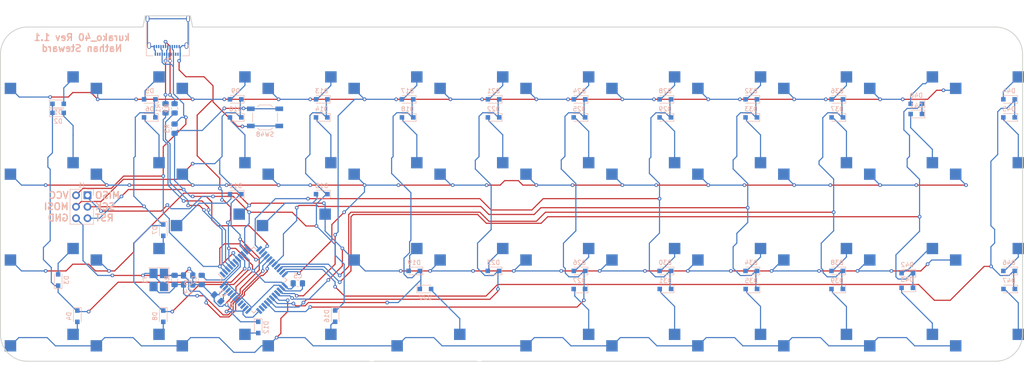
<source format=kicad_pcb>
(kicad_pcb (version 20171130) (host pcbnew "(5.0.2)-1")
  (layers (0 F.Cu signal) (31 B.Cu signal) (34 B.Paste user hide) (35 F.Paste user hide) (36 B.SilkS user) (37 F.SilkS user) (38 B.Mask user) (39 F.Mask user hide) (44 Edge.Cuts user))
  (net 0 "")
  (net 1 "Net-(U1-Pad1)")
  (net 2 "Net-(U1-Pad31)")
  (net 3 "Net-(U1-Pad32)")
  (net 4 "Net-(U1-Pad36)")
  (net 5 "Net-(U1-Pad37)")
  (net 6 "Net-(U1-Pad38)")
  (net 7 "Net-(U1-Pad39)")
  (net 8 "Net-(U1-Pad40)")
  (net 9 "Net-(U1-Pad41)")
  (net 10 ROW02)
  (net 11 "Net-(D11-Pad2)")
  (net 12 "Net-(D37-Pad2)")
  (net 13 ROW00)
  (net 14 ROW01)
  (net 15 "Net-(D22-Pad2)")
  (net 16 "Net-(D21-Pad2)")
  (net 17 ROW03)
  (net 18 "Net-(D20-Pad2)")
  (net 19 "Net-(D19-Pad2)")
  (net 20 "Net-(D18-Pad2)")
  (net 21 "Net-(D17-Pad2)")
  (net 22 "Net-(D16-Pad2)")
  (net 23 "Net-(D15-Pad2)")
  (net 24 "Net-(D14-Pad2)")
  (net 25 "Net-(D13-Pad2)")
  (net 26 "Net-(D25-Pad2)")
  (net 27 "Net-(D2-Pad2)")
  (net 28 "Net-(D3-Pad2)")
  (net 29 "Net-(D4-Pad2)")
  (net 30 "Net-(D5-Pad2)")
  (net 31 "Net-(D6-Pad2)")
  (net 32 "Net-(D7-Pad2)")
  (net 33 "Net-(D8-Pad2)")
  (net 34 "Net-(D9-Pad2)")
  (net 35 "Net-(D10-Pad2)")
  (net 36 "Net-(D36-Pad2)")
  (net 37 "Net-(D12-Pad2)")
  (net 38 "Net-(D1-Pad2)")
  (net 39 "Net-(D47-Pad2)")
  (net 40 "Net-(D46-Pad2)")
  (net 41 "Net-(D45-Pad2)")
  (net 42 "Net-(D44-Pad2)")
  (net 43 "Net-(D43-Pad2)")
  (net 44 "Net-(D42-Pad2)")
  (net 45 "Net-(D41-Pad2)")
  (net 46 "Net-(D40-Pad2)")
  (net 47 "Net-(D39-Pad2)")
  (net 48 "Net-(D38-Pad2)")
  (net 49 "Net-(D35-Pad2)")
  (net 50 "Net-(D23-Pad2)")
  (net 51 "Net-(D26-Pad2)")
  (net 52 "Net-(D27-Pad2)")
  (net 53 "Net-(D28-Pad2)")
  (net 54 "Net-(D29-Pad2)")
  (net 55 "Net-(D30-Pad2)")
  (net 56 "Net-(D31-Pad2)")
  (net 57 "Net-(D32-Pad2)")
  (net 58 "Net-(D33-Pad2)")
  (net 59 "Net-(D34-Pad2)")
  (net 60 COL03)
  (net 61 COL04)
  (net 62 COL05)
  (net 63 COL00)
  (net 64 COL06)
  (net 65 COL02)
  (net 66 COL01)
  (net 67 COL09)
  (net 68 COL10)
  (net 69 COL11)
  (net 70 COL08)
  (net 71 COL07)
  (net 72 "Net-(P1-PadA5)")
  (net 73 "Net-(P1-PadA6)")
  (net 74 "Net-(P1-PadA7)")
  (net 75 "Net-(P1-PadB5)")
  (net 76 "Net-(D24-Pad2)")
  (net 77 VBUS)
  (net 78 D-)
  (net 79 D+)
  (net 80 GND)
  (net 81 UCAP)
  (net 82 X2)
  (net 83 X1)
  (net 84 AREF)
  (net 85 RST)
  (net 86 "Net-(P1-PadB8)")
  (net 87 "Net-(P1-PadA8)")
  (module Capacitor_SMD:C_0805_2012Metric_Pad1.15x1.40mm_HandSolder (layer B.Cu) (at 107.25 118.25 180)
    (fp_text reference C5 (at 0 1.65 180) (layer B.SilkS) (effects (justify mirror)))
    (fp_text value 100n)
    (pad 1 smd roundrect (at -1.025 0 180) (size 1.15 1.4) (layers B.Cu B.Paste B.Mask) (roundrect_rratio 0.217391) (net 77 VBUS))
    (pad 2 smd roundrect (at 1.025 0 180) (size 1.15 1.4) (layers B.Cu B.Paste B.Mask) (roundrect_rratio 0.217391) (net 80 GND))
  )
  (module Connector_PinSocket_2.54mm:PinSocket_2x03_P2.54mm_Vertical (layer F.Cu) (at 60.75 98.75)
    (fp_text reference J1 (at -1.25 -2.25) (layer B.SilkS) (effects (justify mirror)))
    (fp_text value conn)
    (pad 1 thru_hole rect (at 0 0) (size 1.7 1.7) (drill 1) (layers *.Cu *.Mask) (net 60 COL03))
    (pad 2 thru_hole oval (at -2.54 0) (size 1.7 1.7) (drill 1) (layers *.Cu *.Mask) (net 77 VBUS))
    (pad 3 thru_hole oval (at 0 2.54) (size 1.7 1.7) (drill 1) (layers *.Cu *.Mask) (net 66 COL01))
    (pad 4 thru_hole oval (at -2.54 2.54) (size 1.7 1.7) (drill 1) (layers *.Cu *.Mask) (net 65 COL02))
    (pad 5 thru_hole oval (at 0 5.08) (size 1.7 1.7) (drill 1) (layers *.Cu *.Mask) (net 85 RST))
    (pad 6 thru_hole oval (at -2.54 5.08) (size 1.7 1.7) (drill 1) (layers *.Cu *.Mask) (net 80 GND))
  )
  (module Diode_SMD:D_SOD-323_HandSoldering (layer B.Cu) (at 135.475 119.5)
    (fp_text reference D20 (at 0 1.85) (layer B.SilkS) (effects (justify mirror)))
    (fp_text value D_ALT)
    (pad 2 smd rect (at 1.25 0) (size 1 1) (layers B.Cu B.Paste B.Mask) (net 18 "Net-(D20-Pad2)"))
    (pad 1 smd rect (at -1.25 0) (size 1 1) (layers B.Cu B.Paste B.Mask) (net 61 COL04))
  )
  (module Diode_SMD:D_SOD-323_HandSoldering (layer B.Cu) (at 54.25 80.5)
    (fp_text reference D2 (at 0 1.85) (layer B.SilkS) (effects (justify mirror)))
    (fp_text value D_ALT)
    (pad 2 smd rect (at 1.25 0) (size 1 1) (layers B.Cu B.Paste B.Mask) (net 27 "Net-(D2-Pad2)"))
    (pad 1 smd rect (at -1.25 0) (size 1 1) (layers B.Cu B.Paste B.Mask) (net 63 COL00))
  )
  (module Diode_SMD:D_SOD-323_HandSoldering (layer B.Cu) (at 150.5 115.5 180)
    (fp_text reference D23 (at 0 1.85 180) (layer B.SilkS) (effects (justify mirror)))
    (fp_text value D_ALT)
    (pad 2 smd rect (at 1.25 0 180) (size 1 1) (layers B.Cu B.Paste B.Mask) (net 50 "Net-(D23-Pad2)"))
    (pad 1 smd rect (at -1.25 0 180) (size 1 1) (layers B.Cu B.Paste B.Mask) (net 62 COL05))
  )
  (module Diode_SMD:D_SOD-323_HandSoldering (layer B.Cu) (at 150.525 81.5 180)
    (fp_text reference D22 (at 0 1.85 180) (layer B.SilkS) (effects (justify mirror)))
    (fp_text value D_ALT)
    (pad 2 smd rect (at 1.25 0 180) (size 1 1) (layers B.Cu B.Paste B.Mask) (net 15 "Net-(D22-Pad2)"))
    (pad 1 smd rect (at -1.25 0 180) (size 1 1) (layers B.Cu B.Paste B.Mask) (net 62 COL05))
  )
  (module Diode_SMD:D_SOD-323_HandSoldering (layer B.Cu) (at 150.525 77.5 180)
    (fp_text reference D21 (at 0 1.85 180) (layer B.SilkS) (effects (justify mirror)))
    (fp_text value D_ALT)
    (pad 2 smd rect (at 1.25 0 180) (size 1 1) (layers B.Cu B.Paste B.Mask) (net 16 "Net-(D21-Pad2)"))
    (pad 1 smd rect (at -1.25 0 180) (size 1 1) (layers B.Cu B.Paste B.Mask) (net 62 COL05))
  )
  (module Diode_SMD:D_SOD-323_HandSoldering (layer B.Cu) (at 133 115.5 180)
    (fp_text reference D19 (at 0 1.85 180) (layer B.SilkS) (effects (justify mirror)))
    (fp_text value D_ALT)
    (pad 2 smd rect (at 1.25 0 180) (size 1 1) (layers B.Cu B.Paste B.Mask) (net 19 "Net-(D19-Pad2)"))
    (pad 1 smd rect (at -1.25 0 180) (size 1 1) (layers B.Cu B.Paste B.Mask) (net 61 COL04))
  )
  (module Diode_SMD:D_SOD-323_HandSoldering (layer B.Cu) (at 131.525 81.5 180)
    (fp_text reference D18 (at 0 1.85 180) (layer B.SilkS) (effects (justify mirror)))
    (fp_text value D_ALT)
    (pad 2 smd rect (at 1.25 0 180) (size 1 1) (layers B.Cu B.Paste B.Mask) (net 20 "Net-(D18-Pad2)"))
    (pad 1 smd rect (at -1.25 0 180) (size 1 1) (layers B.Cu B.Paste B.Mask) (net 61 COL04))
  )
  (module Diode_SMD:D_SOD-323_HandSoldering (layer B.Cu) (at 131.5 77.5 180)
    (fp_text reference D17 (at 0 1.85 180) (layer B.SilkS) (effects (justify mirror)))
    (fp_text value D_ALT)
    (pad 2 smd rect (at 1.25 0 180) (size 1 1) (layers B.Cu B.Paste B.Mask) (net 21 "Net-(D17-Pad2)"))
    (pad 1 smd rect (at -1.25 0 180) (size 1 1) (layers B.Cu B.Paste B.Mask) (net 61 COL04))
  )
  (module Diode_SMD:D_SOD-323_HandSoldering (layer B.Cu) (at 115.5 125.5 270)
    (fp_text reference D16 (at 0 1.85 270) (layer B.SilkS) (effects (justify mirror)))
    (fp_text value D_ALT)
    (pad 2 smd rect (at 1.25 0 270) (size 1 1) (layers B.Cu B.Paste B.Mask) (net 22 "Net-(D16-Pad2)"))
    (pad 1 smd rect (at -1.25 0 270) (size 1 1) (layers B.Cu B.Paste B.Mask) (net 60 COL03))
  )
  (module Diode_SMD:D_SOD-323_HandSoldering (layer B.Cu) (at 112.525 98.5 180)
    (fp_text reference D15 (at 0 1.85 180) (layer B.SilkS) (effects (justify mirror)))
    (fp_text value D_ALT)
    (pad 2 smd rect (at 1.25 0 180) (size 1 1) (layers B.Cu B.Paste B.Mask) (net 23 "Net-(D15-Pad2)"))
    (pad 1 smd rect (at -1.25 0 180) (size 1 1) (layers B.Cu B.Paste B.Mask) (net 60 COL03))
  )
  (module Diode_SMD:D_SOD-323_HandSoldering (layer B.Cu) (at 112.525 81.5 180)
    (fp_text reference D14 (at 0 1.85 180) (layer B.SilkS) (effects (justify mirror)))
    (fp_text value D_ALT)
    (pad 2 smd rect (at 1.25 0 180) (size 1 1) (layers B.Cu B.Paste B.Mask) (net 24 "Net-(D14-Pad2)"))
    (pad 1 smd rect (at -1.25 0 180) (size 1 1) (layers B.Cu B.Paste B.Mask) (net 60 COL03))
  )
  (module Diode_SMD:D_SOD-323_HandSoldering (layer B.Cu) (at 112.525 77.5 180)
    (fp_text reference D13 (at 0 1.85 180) (layer B.SilkS) (effects (justify mirror)))
    (fp_text value D_ALT)
    (pad 2 smd rect (at 1.25 0 180) (size 1 1) (layers B.Cu B.Paste B.Mask) (net 25 "Net-(D13-Pad2)"))
    (pad 1 smd rect (at -1.25 0 180) (size 1 1) (layers B.Cu B.Paste B.Mask) (net 60 COL03))
  )
  (module Diode_SMD:D_SOD-323_HandSoldering (layer B.Cu) (at 93.5 98.5 180)
    (fp_text reference D11 (at 0 1.85 180) (layer B.SilkS) (effects (justify mirror)))
    (fp_text value D_ALT)
    (pad 2 smd rect (at 1.25 0 180) (size 1 1) (layers B.Cu B.Paste B.Mask) (net 11 "Net-(D11-Pad2)"))
    (pad 1 smd rect (at -1.25 0 180) (size 1 1) (layers B.Cu B.Paste B.Mask) (net 65 COL02))
  )
  (module Diode_SMD:D_SOD-323_HandSoldering (layer B.Cu) (at 54.25 78.5)
    (fp_text reference D1 (at 0 1.85) (layer B.SilkS) (effects (justify mirror)))
    (fp_text value D_ALT)
    (pad 2 smd rect (at 1.25 0) (size 1 1) (layers B.Cu B.Paste B.Mask) (net 38 "Net-(D1-Pad2)"))
    (pad 1 smd rect (at -1.25 0) (size 1 1) (layers B.Cu B.Paste B.Mask) (net 63 COL00))
  )
  (module Diode_SMD:D_SOD-323_HandSoldering (layer B.Cu) (at 54.25 117.5 90)
    (fp_text reference D3 (at 0 1.85 90) (layer B.SilkS) (effects (justify mirror)))
    (fp_text value D_ALT)
    (pad 2 smd rect (at 1.25 0 90) (size 1 1) (layers B.Cu B.Paste B.Mask) (net 28 "Net-(D3-Pad2)"))
    (pad 1 smd rect (at -1.25 0 90) (size 1 1) (layers B.Cu B.Paste B.Mask) (net 63 COL00))
  )
  (module Diode_SMD:D_SOD-323_HandSoldering (layer B.Cu) (at 58.5 125.525 270)
    (fp_text reference D4 (at 0 1.85 270) (layer B.SilkS) (effects (justify mirror)))
    (fp_text value D_ALT)
    (pad 2 smd rect (at 1.25 0 270) (size 1 1) (layers B.Cu B.Paste B.Mask) (net 29 "Net-(D4-Pad2)"))
    (pad 1 smd rect (at -1.25 0 270) (size 1 1) (layers B.Cu B.Paste B.Mask) (net 63 COL00))
  )
  (module Diode_SMD:D_SOD-323_HandSoldering (layer B.Cu) (at 74.5 77.5 180)
    (fp_text reference D5 (at 0 1.85 180) (layer B.SilkS) (effects (justify mirror)))
    (fp_text value D_ALT)
    (pad 2 smd rect (at 1.25 0 180) (size 1 1) (layers B.Cu B.Paste B.Mask) (net 30 "Net-(D5-Pad2)"))
    (pad 1 smd rect (at -1.25 0 180) (size 1 1) (layers B.Cu B.Paste B.Mask) (net 66 COL01))
  )
  (module Diode_SMD:D_SOD-323_HandSoldering (layer B.Cu) (at 74.5 81.5 180)
    (fp_text reference D6 (at 0 1.85 180) (layer B.SilkS) (effects (justify mirror)))
    (fp_text value D_ALT)
    (pad 2 smd rect (at 1.25 0 180) (size 1 1) (layers B.Cu B.Paste B.Mask) (net 31 "Net-(D6-Pad2)"))
    (pad 1 smd rect (at -1.25 0 180) (size 1 1) (layers B.Cu B.Paste B.Mask) (net 66 COL01))
  )
  (module Diode_SMD:D_SOD-323_HandSoldering (layer B.Cu) (at 77.5 106.475 270)
    (fp_text reference D7 (at 0 1.85 270) (layer B.SilkS) (effects (justify mirror)))
    (fp_text value D_ALT)
    (pad 2 smd rect (at 1.25 0 270) (size 1 1) (layers B.Cu B.Paste B.Mask) (net 32 "Net-(D7-Pad2)"))
    (pad 1 smd rect (at -1.25 0 270) (size 1 1) (layers B.Cu B.Paste B.Mask) (net 66 COL01))
  )
  (module Diode_SMD:D_SOD-323_HandSoldering (layer B.Cu) (at 77.5 125.525 270)
    (fp_text reference D8 (at 0 1.85 270) (layer B.SilkS) (effects (justify mirror)))
    (fp_text value D_ALT)
    (pad 2 smd rect (at 1.25 0 270) (size 1 1) (layers B.Cu B.Paste B.Mask) (net 33 "Net-(D8-Pad2)"))
    (pad 1 smd rect (at -1.25 0 270) (size 1 1) (layers B.Cu B.Paste B.Mask) (net 66 COL01))
  )
  (module Diode_SMD:D_SOD-323_HandSoldering (layer B.Cu) (at 93.5 77.5 180)
    (fp_text reference D9 (at 0 1.85 180) (layer B.SilkS) (effects (justify mirror)))
    (fp_text value D_ALT)
    (pad 2 smd rect (at 1.25 0 180) (size 1 1) (layers B.Cu B.Paste B.Mask) (net 34 "Net-(D9-Pad2)"))
    (pad 1 smd rect (at -1.25 0 180) (size 1 1) (layers B.Cu B.Paste B.Mask) (net 65 COL02))
  )
  (module Diode_SMD:D_SOD-323_HandSoldering (layer B.Cu) (at 93.5 81.5 180)
    (fp_text reference D10 (at 0 1.85 180) (layer B.SilkS) (effects (justify mirror)))
    (fp_text value D_ALT)
    (pad 2 smd rect (at 1.25 0 180) (size 1 1) (layers B.Cu B.Paste B.Mask) (net 35 "Net-(D10-Pad2)"))
    (pad 1 smd rect (at -1.25 0 180) (size 1 1) (layers B.Cu B.Paste B.Mask) (net 65 COL02))
  )
  (module Diode_SMD:D_SOD-323_HandSoldering (layer B.Cu) (at 264.5 115.5 180)
    (fp_text reference D46 (at 0 1.85 180) (layer B.SilkS) (effects (justify mirror)))
    (fp_text value D_ALT)
    (pad 2 smd rect (at 1.25 0 180) (size 1 1) (layers B.Cu B.Paste B.Mask) (net 40 "Net-(D46-Pad2)"))
    (pad 1 smd rect (at -1.25 0 180) (size 1 1) (layers B.Cu B.Paste B.Mask) (net 69 COL11))
  )
  (module Diode_SMD:D_SOD-323_HandSoldering (layer B.Cu) (at 169.5 81.5 180)
    (fp_text reference D25 (at 0 1.85 180) (layer B.SilkS) (effects (justify mirror)))
    (fp_text value D_ALT)
    (pad 2 smd rect (at 1.25 0 180) (size 1 1) (layers B.Cu B.Paste B.Mask) (net 26 "Net-(D25-Pad2)"))
    (pad 1 smd rect (at -1.25 0 180) (size 1 1) (layers B.Cu B.Paste B.Mask) (net 64 COL06))
  )
  (module Diode_SMD:D_SOD-323_HandSoldering (layer B.Cu) (at 169.525 77.5 180)
    (fp_text reference D24 (at 0 1.85 180) (layer B.SilkS) (effects (justify mirror)))
    (fp_text value D_ALT)
    (pad 2 smd rect (at 1.25 0 180) (size 1 1) (layers B.Cu B.Paste B.Mask) (net 76 "Net-(D24-Pad2)"))
    (pad 1 smd rect (at -1.25 0 180) (size 1 1) (layers B.Cu B.Paste B.Mask) (net 64 COL06))
  )
  (module Diode_SMD:D_SOD-323_HandSoldering (layer B.Cu) (at 264.525 119.5 180)
    (fp_text reference D47 (at 0 1.85 180) (layer B.SilkS) (effects (justify mirror)))
    (fp_text value D_ALT)
    (pad 2 smd rect (at 1.25 0 180) (size 1 1) (layers B.Cu B.Paste B.Mask) (net 39 "Net-(D47-Pad2)"))
    (pad 1 smd rect (at -1.25 0 180) (size 1 1) (layers B.Cu B.Paste B.Mask) (net 69 COL11))
  )
  (module Diode_SMD:D_SOD-323_HandSoldering (layer B.Cu) (at 264.5 81.5 180)
    (fp_text reference D45 (at 0 1.85 180) (layer B.SilkS) (effects (justify mirror)))
    (fp_text value D_ALT)
    (pad 2 smd rect (at 1.25 0 180) (size 1 1) (layers B.Cu B.Paste B.Mask) (net 41 "Net-(D45-Pad2)"))
    (pad 1 smd rect (at -1.25 0 180) (size 1 1) (layers B.Cu B.Paste B.Mask) (net 69 COL11))
  )
  (module Diode_SMD:D_SOD-323_HandSoldering (layer B.Cu) (at 264.5 77.5 180)
    (fp_text reference D44 (at 0 1.85 180) (layer B.SilkS) (effects (justify mirror)))
    (fp_text value D_ALT)
    (pad 2 smd rect (at 1.25 0 180) (size 1 1) (layers B.Cu B.Paste B.Mask) (net 42 "Net-(D44-Pad2)"))
    (pad 1 smd rect (at -1.25 0 180) (size 1 1) (layers B.Cu B.Paste B.Mask) (net 69 COL11))
  )
  (module Diode_SMD:D_SOD-323_HandSoldering (layer B.Cu) (at 242 119.25 180)
    (fp_text reference D43 (at 0 1.85 180) (layer B.SilkS) (effects (justify mirror)))
    (fp_text value D_ALT)
    (pad 2 smd rect (at 1.25 0 180) (size 1 1) (layers B.Cu B.Paste B.Mask) (net 43 "Net-(D43-Pad2)"))
    (pad 1 smd rect (at -1.25 0 180) (size 1 1) (layers B.Cu B.Paste B.Mask) (net 68 COL10))
  )
  (module Diode_SMD:D_SOD-323_HandSoldering (layer B.Cu) (at 242 116 180)
    (fp_text reference D42 (at 0 1.85 180) (layer B.SilkS) (effects (justify mirror)))
    (fp_text value D_ALT)
    (pad 2 smd rect (at 1.25 0 180) (size 1 1) (layers B.Cu B.Paste B.Mask) (net 44 "Net-(D42-Pad2)"))
    (pad 1 smd rect (at -1.25 0 180) (size 1 1) (layers B.Cu B.Paste B.Mask) (net 68 COL10))
  )
  (module Diode_SMD:D_SOD-323_HandSoldering (layer B.Cu) (at 244 80.75 180)
    (fp_text reference D41 (at 0 1.85 180) (layer B.SilkS) (effects (justify mirror)))
    (fp_text value D_ALT)
    (pad 2 smd rect (at 1.25 0 180) (size 1 1) (layers B.Cu B.Paste B.Mask) (net 45 "Net-(D41-Pad2)"))
    (pad 1 smd rect (at -1.25 0 180) (size 1 1) (layers B.Cu B.Paste B.Mask) (net 68 COL10))
  )
  (module Diode_SMD:D_SOD-323_HandSoldering (layer B.Cu) (at 244 78.5 180)
    (fp_text reference D40 (at 0 1.85 180) (layer B.SilkS) (effects (justify mirror)))
    (fp_text value D_ALT)
    (pad 2 smd rect (at 1.25 0 180) (size 1 1) (layers B.Cu B.Paste B.Mask) (net 46 "Net-(D40-Pad2)"))
    (pad 1 smd rect (at -1.25 0 180) (size 1 1) (layers B.Cu B.Paste B.Mask) (net 68 COL10))
  )
  (module Diode_SMD:D_SOD-323_HandSoldering (layer B.Cu) (at 226.5 119.5 180)
    (fp_text reference D39 (at 0 1.85 180) (layer B.SilkS) (effects (justify mirror)))
    (fp_text value D_ALT)
    (pad 2 smd rect (at 1.25 0 180) (size 1 1) (layers B.Cu B.Paste B.Mask) (net 47 "Net-(D39-Pad2)"))
    (pad 1 smd rect (at -1.25 0 180) (size 1 1) (layers B.Cu B.Paste B.Mask) (net 67 COL09))
  )
  (module Diode_SMD:D_SOD-323_HandSoldering (layer B.Cu) (at 226.5 115.5 180)
    (fp_text reference D38 (at 0 1.85 180) (layer B.SilkS) (effects (justify mirror)))
    (fp_text value D_ALT)
    (pad 2 smd rect (at 1.25 0 180) (size 1 1) (layers B.Cu B.Paste B.Mask) (net 48 "Net-(D38-Pad2)"))
    (pad 1 smd rect (at -1.25 0 180) (size 1 1) (layers B.Cu B.Paste B.Mask) (net 67 COL09))
  )
  (module Diode_SMD:D_SOD-323_HandSoldering (layer B.Cu) (at 226.525 81.5 180)
    (fp_text reference D37 (at 0 1.85 180) (layer B.SilkS) (effects (justify mirror)))
    (fp_text value D_ALT)
    (pad 2 smd rect (at 1.25 0 180) (size 1 1) (layers B.Cu B.Paste B.Mask) (net 12 "Net-(D37-Pad2)"))
    (pad 1 smd rect (at -1.25 0 180) (size 1 1) (layers B.Cu B.Paste B.Mask) (net 67 COL09))
  )
  (module Diode_SMD:D_SOD-323_HandSoldering (layer B.Cu) (at 226.525 77.5 180)
    (fp_text reference D36 (at 0 1.85 180) (layer B.SilkS) (effects (justify mirror)))
    (fp_text value D_ALT)
    (pad 2 smd rect (at 1.25 0 180) (size 1 1) (layers B.Cu B.Paste B.Mask) (net 36 "Net-(D36-Pad2)"))
    (pad 1 smd rect (at -1.25 0 180) (size 1 1) (layers B.Cu B.Paste B.Mask) (net 67 COL09))
  )
  (module Diode_SMD:D_SOD-323_HandSoldering (layer B.Cu) (at 207.5 115.5 180)
    (fp_text reference D34 (at 0 1.85 180) (layer B.SilkS) (effects (justify mirror)))
    (fp_text value D_ALT)
    (pad 2 smd rect (at 1.25 0 180) (size 1 1) (layers B.Cu B.Paste B.Mask) (net 59 "Net-(D34-Pad2)"))
    (pad 1 smd rect (at -1.25 0 180) (size 1 1) (layers B.Cu B.Paste B.Mask) (net 70 COL08))
  )
  (module Diode_SMD:D_SOD-323_HandSoldering (layer B.Cu) (at 98.5 128 270)
    (fp_text reference D12 (at 0 -1.75 270) (layer B.SilkS) (effects (justify mirror)))
    (fp_text value D_ALT)
    (pad 2 smd rect (at 1.25 0 270) (size 1 1) (layers B.Cu B.Paste B.Mask) (net 37 "Net-(D12-Pad2)"))
    (pad 1 smd rect (at -1.25 0 270) (size 1 1) (layers B.Cu B.Paste B.Mask) (net 65 COL02))
  )
  (module Diode_SMD:D_SOD-323_HandSoldering (layer B.Cu) (at 169.525 115.5 180)
    (fp_text reference D26 (at 0 1.85 180) (layer B.SilkS) (effects (justify mirror)))
    (fp_text value D_ALT)
    (pad 2 smd rect (at 1.25 0 180) (size 1 1) (layers B.Cu B.Paste B.Mask) (net 51 "Net-(D26-Pad2)"))
    (pad 1 smd rect (at -1.25 0 180) (size 1 1) (layers B.Cu B.Paste B.Mask) (net 64 COL06))
  )
  (module Diode_SMD:D_SOD-323_HandSoldering (layer B.Cu) (at 169.5 119.5 180)
    (fp_text reference D27 (at 0 1.85 180) (layer B.SilkS) (effects (justify mirror)))
    (fp_text value D_ALT)
    (pad 2 smd rect (at 1.25 0 180) (size 1 1) (layers B.Cu B.Paste B.Mask) (net 52 "Net-(D27-Pad2)"))
    (pad 1 smd rect (at -1.25 0 180) (size 1 1) (layers B.Cu B.Paste B.Mask) (net 64 COL06))
  )
  (module Diode_SMD:D_SOD-323_HandSoldering (layer B.Cu) (at 188.5 77.5 180)
    (fp_text reference D28 (at 0 1.85 180) (layer B.SilkS) (effects (justify mirror)))
    (fp_text value D_ALT)
    (pad 2 smd rect (at 1.25 0 180) (size 1 1) (layers B.Cu B.Paste B.Mask) (net 53 "Net-(D28-Pad2)"))
    (pad 1 smd rect (at -1.25 0 180) (size 1 1) (layers B.Cu B.Paste B.Mask) (net 71 COL07))
  )
  (module Diode_SMD:D_SOD-323_HandSoldering (layer B.Cu) (at 188.5 81.5 180)
    (fp_text reference D29 (at 0 1.85 180) (layer B.SilkS) (effects (justify mirror)))
    (fp_text value D_ALT)
    (pad 2 smd rect (at 1.25 0 180) (size 1 1) (layers B.Cu B.Paste B.Mask) (net 54 "Net-(D29-Pad2)"))
    (pad 1 smd rect (at -1.25 0 180) (size 1 1) (layers B.Cu B.Paste B.Mask) (net 71 COL07))
  )
  (module Diode_SMD:D_SOD-323_HandSoldering (layer B.Cu) (at 188.5 115.5 180)
    (fp_text reference D30 (at 0 1.85 180) (layer B.SilkS) (effects (justify mirror)))
    (fp_text value D_ALT)
    (pad 2 smd rect (at 1.25 0 180) (size 1 1) (layers B.Cu B.Paste B.Mask) (net 55 "Net-(D30-Pad2)"))
    (pad 1 smd rect (at -1.25 0 180) (size 1 1) (layers B.Cu B.Paste B.Mask) (net 71 COL07))
  )
  (module Diode_SMD:D_SOD-323_HandSoldering (layer B.Cu) (at 188.525 119.5 180)
    (fp_text reference D31 (at 0 1.85 180) (layer B.SilkS) (effects (justify mirror)))
    (fp_text value D_ALT)
    (pad 2 smd rect (at 1.25 0 180) (size 1 1) (layers B.Cu B.Paste B.Mask) (net 56 "Net-(D31-Pad2)"))
    (pad 1 smd rect (at -1.25 0 180) (size 1 1) (layers B.Cu B.Paste B.Mask) (net 71 COL07))
  )
  (module Diode_SMD:D_SOD-323_HandSoldering (layer B.Cu) (at 207.5 77.5 180)
    (fp_text reference D32 (at 0 1.85 180) (layer B.SilkS) (effects (justify mirror)))
    (fp_text value D_ALT)
    (pad 2 smd rect (at 1.25 0 180) (size 1 1) (layers B.Cu B.Paste B.Mask) (net 57 "Net-(D32-Pad2)"))
    (pad 1 smd rect (at -1.25 0 180) (size 1 1) (layers B.Cu B.Paste B.Mask) (net 70 COL08))
  )
  (module Diode_SMD:D_SOD-323_HandSoldering (layer B.Cu) (at 207.5 81.5 180)
    (fp_text reference D33 (at 0 1.85 180) (layer B.SilkS) (effects (justify mirror)))
    (fp_text value D_ALT)
    (pad 2 smd rect (at 1.25 0 180) (size 1 1) (layers B.Cu B.Paste B.Mask) (net 58 "Net-(D33-Pad2)"))
    (pad 1 smd rect (at -1.25 0 180) (size 1 1) (layers B.Cu B.Paste B.Mask) (net 70 COL08))
  )
  (module Diode_SMD:D_SOD-323_HandSoldering (layer B.Cu) (at 207.525 119.5 180)
    (fp_text reference D35 (at 0 1.85 180) (layer B.SilkS) (effects (justify mirror)))
    (fp_text value D_ALT)
    (pad 2 smd rect (at 1.25 0 180) (size 1 1) (layers B.Cu B.Paste B.Mask) (net 49 "Net-(D35-Pad2)"))
    (pad 1 smd rect (at -1.25 0 180) (size 1 1) (layers B.Cu B.Paste B.Mask) (net 70 COL08))
  )
  (module keyswitches:Kailh_socket (layer F.Cu) (at 126 70 180)
    (fp_text reference SW17)
    (fp_text value R)
    (pad 1 smd rect (at 6.29 -5.08 180) (size 2.55 2.5) (layers B.Cu B.Paste B.Mask) (net 13 ROW00))
    (pad "" np_thru_hole circle (at 2.54 -5.08 180) (size 3 3) (drill 3) (layers *.Cu *.Mask))
    (pad "" np_thru_hole circle (at -3.81 -2.54 180) (size 3 3) (drill 3) (layers *.Cu *.Mask))
    (pad "" np_thru_hole circle (at 0 0 180) (size 3.9878 3.9878) (drill 3.9878) (layers *.Cu *.Mask))
    (pad "" np_thru_hole circle (at 5.08 0 180) (size 1.7018 1.7018) (drill 1.7018) (layers *.Cu *.Mask))
    (pad "" np_thru_hole circle (at -5.08 0 180) (size 1.7018 1.7018) (drill 1.7018) (layers *.Cu *.Mask))
    (pad 2 smd rect (at -7.56 -2.54 180) (size 2.55 2.5) (layers B.Cu B.Paste B.Mask) (net 21 "Net-(D17-Pad2)"))
  )
  (module keyswitches:Kailh_socket (layer F.Cu) (at 126 108 180)
    (fp_text reference SW19)
    (fp_text value V)
    (pad 1 smd rect (at 6.29 -5.08 180) (size 2.55 2.5) (layers B.Cu B.Paste B.Mask) (net 10 ROW02))
    (pad "" np_thru_hole circle (at 2.54 -5.08 180) (size 3 3) (drill 3) (layers *.Cu *.Mask))
    (pad "" np_thru_hole circle (at -3.81 -2.54 180) (size 3 3) (drill 3) (layers *.Cu *.Mask))
    (pad "" np_thru_hole circle (at 0 0 180) (size 3.9878 3.9878) (drill 3.9878) (layers *.Cu *.Mask))
    (pad "" np_thru_hole circle (at 5.08 0 180) (size 1.7018 1.7018) (drill 1.7018) (layers *.Cu *.Mask))
    (pad "" np_thru_hole circle (at -5.08 0 180) (size 1.7018 1.7018) (drill 1.7018) (layers *.Cu *.Mask))
    (pad 2 smd rect (at -7.56 -2.54 180) (size 2.55 2.5) (layers B.Cu B.Paste B.Mask) (net 19 "Net-(D19-Pad2)"))
  )
  (module keyswitches:Kailh_socket (layer F.Cu) (at 164 70 180)
    (fp_text reference SW24)
    (fp_text value Y)
    (pad 1 smd rect (at 6.29 -5.08 180) (size 2.55 2.5) (layers B.Cu B.Paste B.Mask) (net 13 ROW00))
    (pad "" np_thru_hole circle (at 2.54 -5.08 180) (size 3 3) (drill 3) (layers *.Cu *.Mask))
    (pad "" np_thru_hole circle (at -3.81 -2.54 180) (size 3 3) (drill 3) (layers *.Cu *.Mask))
    (pad "" np_thru_hole circle (at 0 0 180) (size 3.9878 3.9878) (drill 3.9878) (layers *.Cu *.Mask))
    (pad "" np_thru_hole circle (at 5.08 0 180) (size 1.7018 1.7018) (drill 1.7018) (layers *.Cu *.Mask))
    (pad "" np_thru_hole circle (at -5.08 0 180) (size 1.7018 1.7018) (drill 1.7018) (layers *.Cu *.Mask))
    (pad 2 smd rect (at -7.56 -2.54 180) (size 2.55 2.5) (layers B.Cu B.Paste B.Mask) (net 76 "Net-(D24-Pad2)"))
  )
  (module keyswitches:Kailh_socket (layer F.Cu) (at 202 108 180)
    (fp_text reference SW34)
    (fp_text value ,)
    (pad 1 smd rect (at 6.29 -5.08 180) (size 2.55 2.5) (layers B.Cu B.Paste B.Mask) (net 10 ROW02))
    (pad "" np_thru_hole circle (at 2.54 -5.08 180) (size 3 3) (drill 3) (layers *.Cu *.Mask))
    (pad "" np_thru_hole circle (at -3.81 -2.54 180) (size 3 3) (drill 3) (layers *.Cu *.Mask))
    (pad "" np_thru_hole circle (at 0 0 180) (size 3.9878 3.9878) (drill 3.9878) (layers *.Cu *.Mask))
    (pad "" np_thru_hole circle (at 5.08 0 180) (size 1.7018 1.7018) (drill 1.7018) (layers *.Cu *.Mask))
    (pad "" np_thru_hole circle (at -5.08 0 180) (size 1.7018 1.7018) (drill 1.7018) (layers *.Cu *.Mask))
    (pad 2 smd rect (at -7.56 -2.54 180) (size 2.55 2.5) (layers B.Cu B.Paste B.Mask) (net 59 "Net-(D34-Pad2)"))
  )
  (module keyswitches:Kailh_socket (layer F.Cu) (at 202 89 180)
    (fp_text reference SW33)
    (fp_text value K)
    (pad 1 smd rect (at 6.29 -5.08 180) (size 2.55 2.5) (layers B.Cu B.Paste B.Mask) (net 14 ROW01))
    (pad "" np_thru_hole circle (at 2.54 -5.08 180) (size 3 3) (drill 3) (layers *.Cu *.Mask))
    (pad "" np_thru_hole circle (at -3.81 -2.54 180) (size 3 3) (drill 3) (layers *.Cu *.Mask))
    (pad "" np_thru_hole circle (at 0 0 180) (size 3.9878 3.9878) (drill 3.9878) (layers *.Cu *.Mask))
    (pad "" np_thru_hole circle (at 5.08 0 180) (size 1.7018 1.7018) (drill 1.7018) (layers *.Cu *.Mask))
    (pad "" np_thru_hole circle (at -5.08 0 180) (size 1.7018 1.7018) (drill 1.7018) (layers *.Cu *.Mask))
    (pad 2 smd rect (at -7.56 -2.54 180) (size 2.55 2.5) (layers B.Cu B.Paste B.Mask) (net 58 "Net-(D33-Pad2)"))
  )
  (module keyswitches:Kailh_socket (layer F.Cu) (at 202 70 180)
    (fp_text reference SW32)
    (fp_text value I)
    (pad 1 smd rect (at 6.29 -5.08 180) (size 2.55 2.5) (layers B.Cu B.Paste B.Mask) (net 13 ROW00))
    (pad "" np_thru_hole circle (at 2.54 -5.08 180) (size 3 3) (drill 3) (layers *.Cu *.Mask))
    (pad "" np_thru_hole circle (at -3.81 -2.54 180) (size 3 3) (drill 3) (layers *.Cu *.Mask))
    (pad "" np_thru_hole circle (at 0 0 180) (size 3.9878 3.9878) (drill 3.9878) (layers *.Cu *.Mask))
    (pad "" np_thru_hole circle (at 5.08 0 180) (size 1.7018 1.7018) (drill 1.7018) (layers *.Cu *.Mask))
    (pad "" np_thru_hole circle (at -5.08 0 180) (size 1.7018 1.7018) (drill 1.7018) (layers *.Cu *.Mask))
    (pad 2 smd rect (at -7.56 -2.54 180) (size 2.55 2.5) (layers B.Cu B.Paste B.Mask) (net 57 "Net-(D32-Pad2)"))
  )
  (module keyswitches:Kailh_socket (layer F.Cu) (at 183 127 180)
    (fp_text reference SW31)
    (fp_text value RAISE)
    (pad 1 smd rect (at 6.29 -5.08 180) (size 2.55 2.5) (layers B.Cu B.Paste B.Mask) (net 17 ROW03))
    (pad "" np_thru_hole circle (at 2.54 -5.08 180) (size 3 3) (drill 3) (layers *.Cu *.Mask))
    (pad "" np_thru_hole circle (at -3.81 -2.54 180) (size 3 3) (drill 3) (layers *.Cu *.Mask))
    (pad "" np_thru_hole circle (at 0 0 180) (size 3.9878 3.9878) (drill 3.9878) (layers *.Cu *.Mask))
    (pad "" np_thru_hole circle (at 5.08 0 180) (size 1.7018 1.7018) (drill 1.7018) (layers *.Cu *.Mask))
    (pad "" np_thru_hole circle (at -5.08 0 180) (size 1.7018 1.7018) (drill 1.7018) (layers *.Cu *.Mask))
    (pad 2 smd rect (at -7.56 -2.54 180) (size 2.55 2.5) (layers B.Cu B.Paste B.Mask) (net 56 "Net-(D31-Pad2)"))
  )
  (module keyswitches:Kailh_socket (layer F.Cu) (at 183 108 180)
    (fp_text reference SW30)
    (fp_text value M)
    (pad 1 smd rect (at 6.29 -5.08 180) (size 2.55 2.5) (layers B.Cu B.Paste B.Mask) (net 10 ROW02))
    (pad "" np_thru_hole circle (at 2.54 -5.08 180) (size 3 3) (drill 3) (layers *.Cu *.Mask))
    (pad "" np_thru_hole circle (at -3.81 -2.54 180) (size 3 3) (drill 3) (layers *.Cu *.Mask))
    (pad "" np_thru_hole circle (at 0 0 180) (size 3.9878 3.9878) (drill 3.9878) (layers *.Cu *.Mask))
    (pad "" np_thru_hole circle (at 5.08 0 180) (size 1.7018 1.7018) (drill 1.7018) (layers *.Cu *.Mask))
    (pad "" np_thru_hole circle (at -5.08 0 180) (size 1.7018 1.7018) (drill 1.7018) (layers *.Cu *.Mask))
    (pad 2 smd rect (at -7.56 -2.54 180) (size 2.55 2.5) (layers B.Cu B.Paste B.Mask) (net 55 "Net-(D30-Pad2)"))
  )
  (module keyswitches:Kailh_socket (layer F.Cu) (at 183 89 180)
    (fp_text reference SW29)
    (fp_text value J)
    (pad 1 smd rect (at 6.29 -5.08 180) (size 2.55 2.5) (layers B.Cu B.Paste B.Mask) (net 14 ROW01))
    (pad "" np_thru_hole circle (at 2.54 -5.08 180) (size 3 3) (drill 3) (layers *.Cu *.Mask))
    (pad "" np_thru_hole circle (at -3.81 -2.54 180) (size 3 3) (drill 3) (layers *.Cu *.Mask))
    (pad "" np_thru_hole circle (at 0 0 180) (size 3.9878 3.9878) (drill 3.9878) (layers *.Cu *.Mask))
    (pad "" np_thru_hole circle (at 5.08 0 180) (size 1.7018 1.7018) (drill 1.7018) (layers *.Cu *.Mask))
    (pad "" np_thru_hole circle (at -5.08 0 180) (size 1.7018 1.7018) (drill 1.7018) (layers *.Cu *.Mask))
    (pad 2 smd rect (at -7.56 -2.54 180) (size 2.55 2.5) (layers B.Cu B.Paste B.Mask) (net 54 "Net-(D29-Pad2)"))
  )
  (module keyswitches:Kailh_socket (layer F.Cu) (at 183 70 180)
    (fp_text reference SW28)
    (fp_text value U)
    (pad 1 smd rect (at 6.29 -5.08 180) (size 2.55 2.5) (layers B.Cu B.Paste B.Mask) (net 13 ROW00))
    (pad "" np_thru_hole circle (at 2.54 -5.08 180) (size 3 3) (drill 3) (layers *.Cu *.Mask))
    (pad "" np_thru_hole circle (at -3.81 -2.54 180) (size 3 3) (drill 3) (layers *.Cu *.Mask))
    (pad "" np_thru_hole circle (at 0 0 180) (size 3.9878 3.9878) (drill 3.9878) (layers *.Cu *.Mask))
    (pad "" np_thru_hole circle (at 5.08 0 180) (size 1.7018 1.7018) (drill 1.7018) (layers *.Cu *.Mask))
    (pad "" np_thru_hole circle (at -5.08 0 180) (size 1.7018 1.7018) (drill 1.7018) (layers *.Cu *.Mask))
    (pad 2 smd rect (at -7.56 -2.54 180) (size 2.55 2.5) (layers B.Cu B.Paste B.Mask) (net 53 "Net-(D28-Pad2)"))
  )
  (module keyswitches:Kailh_socket (layer F.Cu) (at 164 127 180)
    (fp_text reference SW27)
    (fp_text value LOWER)
    (pad 1 smd rect (at 6.29 -5.08 180) (size 2.55 2.5) (layers B.Cu B.Paste B.Mask) (net 17 ROW03))
    (pad "" np_thru_hole circle (at 2.54 -5.08 180) (size 3 3) (drill 3) (layers *.Cu *.Mask))
    (pad "" np_thru_hole circle (at -3.81 -2.54 180) (size 3 3) (drill 3) (layers *.Cu *.Mask))
    (pad "" np_thru_hole circle (at 0 0 180) (size 3.9878 3.9878) (drill 3.9878) (layers *.Cu *.Mask))
    (pad "" np_thru_hole circle (at 5.08 0 180) (size 1.7018 1.7018) (drill 1.7018) (layers *.Cu *.Mask))
    (pad "" np_thru_hole circle (at -5.08 0 180) (size 1.7018 1.7018) (drill 1.7018) (layers *.Cu *.Mask))
    (pad 2 smd rect (at -7.56 -2.54 180) (size 2.55 2.5) (layers B.Cu B.Paste B.Mask) (net 52 "Net-(D27-Pad2)"))
  )
  (module keyswitches:Kailh_socket (layer F.Cu) (at 164 108 180)
    (fp_text reference SW26)
    (fp_text value N)
    (pad 1 smd rect (at 6.29 -5.08 180) (size 2.55 2.5) (layers B.Cu B.Paste B.Mask) (net 10 ROW02))
    (pad "" np_thru_hole circle (at 2.54 -5.08 180) (size 3 3) (drill 3) (layers *.Cu *.Mask))
    (pad "" np_thru_hole circle (at -3.81 -2.54 180) (size 3 3) (drill 3) (layers *.Cu *.Mask))
    (pad "" np_thru_hole circle (at 0 0 180) (size 3.9878 3.9878) (drill 3.9878) (layers *.Cu *.Mask))
    (pad "" np_thru_hole circle (at 5.08 0 180) (size 1.7018 1.7018) (drill 1.7018) (layers *.Cu *.Mask))
    (pad "" np_thru_hole circle (at -5.08 0 180) (size 1.7018 1.7018) (drill 1.7018) (layers *.Cu *.Mask))
    (pad 2 smd rect (at -7.56 -2.54 180) (size 2.55 2.5) (layers B.Cu B.Paste B.Mask) (net 51 "Net-(D26-Pad2)"))
  )
  (module keyswitches:Kailh_socket (layer F.Cu) (at 145 108 180)
    (fp_text reference SW23)
    (fp_text value B)
    (pad 1 smd rect (at 6.29 -5.08 180) (size 2.55 2.5) (layers B.Cu B.Paste B.Mask) (net 10 ROW02))
    (pad "" np_thru_hole circle (at 2.54 -5.08 180) (size 3 3) (drill 3) (layers *.Cu *.Mask))
    (pad "" np_thru_hole circle (at -3.81 -2.54 180) (size 3 3) (drill 3) (layers *.Cu *.Mask))
    (pad "" np_thru_hole circle (at 0 0 180) (size 3.9878 3.9878) (drill 3.9878) (layers *.Cu *.Mask))
    (pad "" np_thru_hole circle (at 5.08 0 180) (size 1.7018 1.7018) (drill 1.7018) (layers *.Cu *.Mask))
    (pad "" np_thru_hole circle (at -5.08 0 180) (size 1.7018 1.7018) (drill 1.7018) (layers *.Cu *.Mask))
    (pad 2 smd rect (at -7.56 -2.54 180) (size 2.55 2.5) (layers B.Cu B.Paste B.Mask) (net 50 "Net-(D23-Pad2)"))
  )
  (module keyswitches:Kailh_socket (layer F.Cu) (at 202 127 180)
    (fp_text reference SW35)
    (fp_text value /)
    (pad 1 smd rect (at 6.29 -5.08 180) (size 2.55 2.5) (layers B.Cu B.Paste B.Mask) (net 17 ROW03))
    (pad "" np_thru_hole circle (at 2.54 -5.08 180) (size 3 3) (drill 3) (layers *.Cu *.Mask))
    (pad "" np_thru_hole circle (at -3.81 -2.54 180) (size 3 3) (drill 3) (layers *.Cu *.Mask))
    (pad "" np_thru_hole circle (at 0 0 180) (size 3.9878 3.9878) (drill 3.9878) (layers *.Cu *.Mask))
    (pad "" np_thru_hole circle (at 5.08 0 180) (size 1.7018 1.7018) (drill 1.7018) (layers *.Cu *.Mask))
    (pad "" np_thru_hole circle (at -5.08 0 180) (size 1.7018 1.7018) (drill 1.7018) (layers *.Cu *.Mask))
    (pad 2 smd rect (at -7.56 -2.54 180) (size 2.55 2.5) (layers B.Cu B.Paste B.Mask) (net 49 "Net-(D35-Pad2)"))
  )
  (module keyswitches:Kailh_socket (layer F.Cu) (at 221 108 180)
    (fp_text reference SW38)
    (fp_text value .)
    (pad 1 smd rect (at 6.29 -5.08 180) (size 2.55 2.5) (layers B.Cu B.Paste B.Mask) (net 10 ROW02))
    (pad "" np_thru_hole circle (at 2.54 -5.08 180) (size 3 3) (drill 3) (layers *.Cu *.Mask))
    (pad "" np_thru_hole circle (at -3.81 -2.54 180) (size 3 3) (drill 3) (layers *.Cu *.Mask))
    (pad "" np_thru_hole circle (at 0 0 180) (size 3.9878 3.9878) (drill 3.9878) (layers *.Cu *.Mask))
    (pad "" np_thru_hole circle (at 5.08 0 180) (size 1.7018 1.7018) (drill 1.7018) (layers *.Cu *.Mask))
    (pad "" np_thru_hole circle (at -5.08 0 180) (size 1.7018 1.7018) (drill 1.7018) (layers *.Cu *.Mask))
    (pad 2 smd rect (at -7.56 -2.54 180) (size 2.55 2.5) (layers B.Cu B.Paste B.Mask) (net 48 "Net-(D38-Pad2)"))
  )
  (module keyswitches:Kailh_socket (layer F.Cu) (at 221 127 180)
    (fp_text reference SW39)
    (fp_text value LEFT)
    (pad 1 smd rect (at 6.29 -5.08 180) (size 2.55 2.5) (layers B.Cu B.Paste B.Mask) (net 17 ROW03))
    (pad "" np_thru_hole circle (at 2.54 -5.08 180) (size 3 3) (drill 3) (layers *.Cu *.Mask))
    (pad "" np_thru_hole circle (at -3.81 -2.54 180) (size 3 3) (drill 3) (layers *.Cu *.Mask))
    (pad "" np_thru_hole circle (at 0 0 180) (size 3.9878 3.9878) (drill 3.9878) (layers *.Cu *.Mask))
    (pad "" np_thru_hole circle (at 5.08 0 180) (size 1.7018 1.7018) (drill 1.7018) (layers *.Cu *.Mask))
    (pad "" np_thru_hole circle (at -5.08 0 180) (size 1.7018 1.7018) (drill 1.7018) (layers *.Cu *.Mask))
    (pad 2 smd rect (at -7.56 -2.54 180) (size 2.55 2.5) (layers B.Cu B.Paste B.Mask) (net 47 "Net-(D39-Pad2)"))
  )
  (module keyswitches:Kailh_socket (layer F.Cu) (at 240 70 180)
    (fp_text reference SW40)
    (fp_text value P)
    (pad 1 smd rect (at 6.29 -5.08 180) (size 2.55 2.5) (layers B.Cu B.Paste B.Mask) (net 13 ROW00))
    (pad "" np_thru_hole circle (at 2.54 -5.08 180) (size 3 3) (drill 3) (layers *.Cu *.Mask))
    (pad "" np_thru_hole circle (at -3.81 -2.54 180) (size 3 3) (drill 3) (layers *.Cu *.Mask))
    (pad "" np_thru_hole circle (at 0 0 180) (size 3.9878 3.9878) (drill 3.9878) (layers *.Cu *.Mask))
    (pad "" np_thru_hole circle (at 5.08 0 180) (size 1.7018 1.7018) (drill 1.7018) (layers *.Cu *.Mask))
    (pad "" np_thru_hole circle (at -5.08 0 180) (size 1.7018 1.7018) (drill 1.7018) (layers *.Cu *.Mask))
    (pad 2 smd rect (at -7.56 -2.54 180) (size 2.55 2.5) (layers B.Cu B.Paste B.Mask) (net 46 "Net-(D40-Pad2)"))
  )
  (module keyswitches:Kailh_socket (layer F.Cu) (at 240 89 180)
    (fp_text reference SW41)
    (fp_text value ;)
    (pad 1 smd rect (at 6.29 -5.08 180) (size 2.55 2.5) (layers B.Cu B.Paste B.Mask) (net 14 ROW01))
    (pad "" np_thru_hole circle (at 2.54 -5.08 180) (size 3 3) (drill 3) (layers *.Cu *.Mask))
    (pad "" np_thru_hole circle (at -3.81 -2.54 180) (size 3 3) (drill 3) (layers *.Cu *.Mask))
    (pad "" np_thru_hole circle (at 0 0 180) (size 3.9878 3.9878) (drill 3.9878) (layers *.Cu *.Mask))
    (pad "" np_thru_hole circle (at 5.08 0 180) (size 1.7018 1.7018) (drill 1.7018) (layers *.Cu *.Mask))
    (pad "" np_thru_hole circle (at -5.08 0 180) (size 1.7018 1.7018) (drill 1.7018) (layers *.Cu *.Mask))
    (pad 2 smd rect (at -7.56 -2.54 180) (size 2.55 2.5) (layers B.Cu B.Paste B.Mask) (net 45 "Net-(D41-Pad2)"))
  )
  (module keyswitches:Kailh_socket (layer F.Cu) (at 240 108 180)
    (fp_text reference SW42)
    (fp_text value UP)
    (pad 1 smd rect (at 6.29 -5.08 180) (size 2.55 2.5) (layers B.Cu B.Paste B.Mask) (net 10 ROW02))
    (pad "" np_thru_hole circle (at 2.54 -5.08 180) (size 3 3) (drill 3) (layers *.Cu *.Mask))
    (pad "" np_thru_hole circle (at -3.81 -2.54 180) (size 3 3) (drill 3) (layers *.Cu *.Mask))
    (pad "" np_thru_hole circle (at 0 0 180) (size 3.9878 3.9878) (drill 3.9878) (layers *.Cu *.Mask))
    (pad "" np_thru_hole circle (at 5.08 0 180) (size 1.7018 1.7018) (drill 1.7018) (layers *.Cu *.Mask))
    (pad "" np_thru_hole circle (at -5.08 0 180) (size 1.7018 1.7018) (drill 1.7018) (layers *.Cu *.Mask))
    (pad 2 smd rect (at -7.56 -2.54 180) (size 2.55 2.5) (layers B.Cu B.Paste B.Mask) (net 44 "Net-(D42-Pad2)"))
  )
  (module keyswitches:Kailh_socket (layer F.Cu) (at 240 127 180)
    (fp_text reference SW43)
    (fp_text value DOWN)
    (pad 1 smd rect (at 6.29 -5.08 180) (size 2.55 2.5) (layers B.Cu B.Paste B.Mask) (net 17 ROW03))
    (pad "" np_thru_hole circle (at 2.54 -5.08 180) (size 3 3) (drill 3) (layers *.Cu *.Mask))
    (pad "" np_thru_hole circle (at -3.81 -2.54 180) (size 3 3) (drill 3) (layers *.Cu *.Mask))
    (pad "" np_thru_hole circle (at 0 0 180) (size 3.9878 3.9878) (drill 3.9878) (layers *.Cu *.Mask))
    (pad "" np_thru_hole circle (at 5.08 0 180) (size 1.7018 1.7018) (drill 1.7018) (layers *.Cu *.Mask))
    (pad "" np_thru_hole circle (at -5.08 0 180) (size 1.7018 1.7018) (drill 1.7018) (layers *.Cu *.Mask))
    (pad 2 smd rect (at -7.56 -2.54 180) (size 2.55 2.5) (layers B.Cu B.Paste B.Mask) (net 43 "Net-(D43-Pad2)"))
  )
  (module keyswitches:Kailh_socket (layer F.Cu) (at 259 70 180)
    (fp_text reference SW44)
    (fp_text value BKSP)
    (pad 1 smd rect (at 6.29 -5.08 180) (size 2.55 2.5) (layers B.Cu B.Paste B.Mask) (net 13 ROW00))
    (pad "" np_thru_hole circle (at 2.54 -5.08 180) (size 3 3) (drill 3) (layers *.Cu *.Mask))
    (pad "" np_thru_hole circle (at -3.81 -2.54 180) (size 3 3) (drill 3) (layers *.Cu *.Mask))
    (pad "" np_thru_hole circle (at 0 0 180) (size 3.9878 3.9878) (drill 3.9878) (layers *.Cu *.Mask))
    (pad "" np_thru_hole circle (at 5.08 0 180) (size 1.7018 1.7018) (drill 1.7018) (layers *.Cu *.Mask))
    (pad "" np_thru_hole circle (at -5.08 0 180) (size 1.7018 1.7018) (drill 1.7018) (layers *.Cu *.Mask))
    (pad 2 smd rect (at -7.56 -2.54 180) (size 2.55 2.5) (layers B.Cu B.Paste B.Mask) (net 42 "Net-(D44-Pad2)"))
  )
  (module keyswitches:Kailh_socket (layer F.Cu) (at 259 89 180)
    (fp_text reference SW45)
    (fp_text value ')
    (pad 1 smd rect (at 6.29 -5.08 180) (size 2.55 2.5) (layers B.Cu B.Paste B.Mask) (net 14 ROW01))
    (pad "" np_thru_hole circle (at 2.54 -5.08 180) (size 3 3) (drill 3) (layers *.Cu *.Mask))
    (pad "" np_thru_hole circle (at -3.81 -2.54 180) (size 3 3) (drill 3) (layers *.Cu *.Mask))
    (pad "" np_thru_hole circle (at 0 0 180) (size 3.9878 3.9878) (drill 3.9878) (layers *.Cu *.Mask))
    (pad "" np_thru_hole circle (at 5.08 0 180) (size 1.7018 1.7018) (drill 1.7018) (layers *.Cu *.Mask))
    (pad "" np_thru_hole circle (at -5.08 0 180) (size 1.7018 1.7018) (drill 1.7018) (layers *.Cu *.Mask))
    (pad 2 smd rect (at -7.56 -2.54 180) (size 2.55 2.5) (layers B.Cu B.Paste B.Mask) (net 41 "Net-(D45-Pad2)"))
  )
  (module keyswitches:Kailh_socket (layer F.Cu) (at 259 108 180)
    (fp_text reference SW46)
    (fp_text value ENTER)
    (pad 1 smd rect (at 6.29 -5.08 180) (size 2.55 2.5) (layers B.Cu B.Paste B.Mask) (net 10 ROW02))
    (pad "" np_thru_hole circle (at 2.54 -5.08 180) (size 3 3) (drill 3) (layers *.Cu *.Mask))
    (pad "" np_thru_hole circle (at -3.81 -2.54 180) (size 3 3) (drill 3) (layers *.Cu *.Mask))
    (pad "" np_thru_hole circle (at 0 0 180) (size 3.9878 3.9878) (drill 3.9878) (layers *.Cu *.Mask))
    (pad "" np_thru_hole circle (at 5.08 0 180) (size 1.7018 1.7018) (drill 1.7018) (layers *.Cu *.Mask))
    (pad "" np_thru_hole circle (at -5.08 0 180) (size 1.7018 1.7018) (drill 1.7018) (layers *.Cu *.Mask))
    (pad 2 smd rect (at -7.56 -2.54 180) (size 2.55 2.5) (layers B.Cu B.Paste B.Mask) (net 40 "Net-(D46-Pad2)"))
  )
  (module keyswitches:Kailh_socket (layer F.Cu) (at 259 127 180)
    (fp_text reference SW47)
    (fp_text value RIGHT)
    (pad 1 smd rect (at 6.29 -5.08 180) (size 2.55 2.5) (layers B.Cu B.Paste B.Mask) (net 17 ROW03))
    (pad "" np_thru_hole circle (at 2.54 -5.08 180) (size 3 3) (drill 3) (layers *.Cu *.Mask))
    (pad "" np_thru_hole circle (at -3.81 -2.54 180) (size 3 3) (drill 3) (layers *.Cu *.Mask))
    (pad "" np_thru_hole circle (at 0 0 180) (size 3.9878 3.9878) (drill 3.9878) (layers *.Cu *.Mask))
    (pad "" np_thru_hole circle (at 5.08 0 180) (size 1.7018 1.7018) (drill 1.7018) (layers *.Cu *.Mask))
    (pad "" np_thru_hole circle (at -5.08 0 180) (size 1.7018 1.7018) (drill 1.7018) (layers *.Cu *.Mask))
    (pad 2 smd rect (at -7.56 -2.54 180) (size 2.55 2.5) (layers B.Cu B.Paste B.Mask) (net 39 "Net-(D47-Pad2)"))
  )
  (module keyswitches:Kailh_socket (layer F.Cu) (at 88 127 180)
    (fp_text reference SW12)
    (fp_text value PROG)
    (pad 1 smd rect (at 6.29 -5.08 180) (size 2.55 2.5) (layers B.Cu B.Paste B.Mask) (net 17 ROW03))
    (pad "" np_thru_hole circle (at 2.54 -5.08 180) (size 3 3) (drill 3) (layers *.Cu *.Mask))
    (pad "" np_thru_hole circle (at -3.81 -2.54 180) (size 3 3) (drill 3) (layers *.Cu *.Mask))
    (pad "" np_thru_hole circle (at 0 0 180) (size 3.9878 3.9878) (drill 3.9878) (layers *.Cu *.Mask))
    (pad "" np_thru_hole circle (at 5.08 0 180) (size 1.7018 1.7018) (drill 1.7018) (layers *.Cu *.Mask))
    (pad "" np_thru_hole circle (at -5.08 0 180) (size 1.7018 1.7018) (drill 1.7018) (layers *.Cu *.Mask))
    (pad 2 smd rect (at -7.56 -2.54 180) (size 2.55 2.5) (layers B.Cu B.Paste B.Mask) (net 37 "Net-(D12-Pad2)"))
  )
  (module keyswitches:Kailh_socket (layer F.Cu) (at 221 70 180)
    (fp_text reference SW36)
    (fp_text value O)
    (pad 1 smd rect (at 6.29 -5.08 180) (size 2.55 2.5) (layers B.Cu B.Paste B.Mask) (net 13 ROW00))
    (pad "" np_thru_hole circle (at 2.54 -5.08 180) (size 3 3) (drill 3) (layers *.Cu *.Mask))
    (pad "" np_thru_hole circle (at -3.81 -2.54 180) (size 3 3) (drill 3) (layers *.Cu *.Mask))
    (pad "" np_thru_hole circle (at 0 0 180) (size 3.9878 3.9878) (drill 3.9878) (layers *.Cu *.Mask))
    (pad "" np_thru_hole circle (at 5.08 0 180) (size 1.7018 1.7018) (drill 1.7018) (layers *.Cu *.Mask))
    (pad "" np_thru_hole circle (at -5.08 0 180) (size 1.7018 1.7018) (drill 1.7018) (layers *.Cu *.Mask))
    (pad 2 smd rect (at -7.56 -2.54 180) (size 2.55 2.5) (layers B.Cu B.Paste B.Mask) (net 36 "Net-(D36-Pad2)"))
  )
  (module keyswitches:Kailh_socket (layer F.Cu) (at 88 89 180)
    (fp_text reference SW10)
    (fp_text value S)
    (pad 1 smd rect (at 6.29 -5.08 180) (size 2.55 2.5) (layers B.Cu B.Paste B.Mask) (net 14 ROW01))
    (pad "" np_thru_hole circle (at 2.54 -5.08 180) (size 3 3) (drill 3) (layers *.Cu *.Mask))
    (pad "" np_thru_hole circle (at -3.81 -2.54 180) (size 3 3) (drill 3) (layers *.Cu *.Mask))
    (pad "" np_thru_hole circle (at 0 0 180) (size 3.9878 3.9878) (drill 3.9878) (layers *.Cu *.Mask))
    (pad "" np_thru_hole circle (at 5.08 0 180) (size 1.7018 1.7018) (drill 1.7018) (layers *.Cu *.Mask))
    (pad "" np_thru_hole circle (at -5.08 0 180) (size 1.7018 1.7018) (drill 1.7018) (layers *.Cu *.Mask))
    (pad 2 smd rect (at -7.56 -2.54 180) (size 2.55 2.5) (layers B.Cu B.Paste B.Mask) (net 35 "Net-(D10-Pad2)"))
  )
  (module keyswitches:Kailh_socket (layer F.Cu) (at 88 70 180)
    (fp_text reference SW9)
    (fp_text value W)
    (pad 1 smd rect (at 6.29 -5.08 180) (size 2.55 2.5) (layers B.Cu B.Paste B.Mask) (net 13 ROW00))
    (pad "" np_thru_hole circle (at 2.54 -5.08 180) (size 3 3) (drill 3) (layers *.Cu *.Mask))
    (pad "" np_thru_hole circle (at -3.81 -2.54 180) (size 3 3) (drill 3) (layers *.Cu *.Mask))
    (pad "" np_thru_hole circle (at 0 0 180) (size 3.9878 3.9878) (drill 3.9878) (layers *.Cu *.Mask))
    (pad "" np_thru_hole circle (at 5.08 0 180) (size 1.7018 1.7018) (drill 1.7018) (layers *.Cu *.Mask))
    (pad "" np_thru_hole circle (at -5.08 0 180) (size 1.7018 1.7018) (drill 1.7018) (layers *.Cu *.Mask))
    (pad 2 smd rect (at -7.56 -2.54 180) (size 2.55 2.5) (layers B.Cu B.Paste B.Mask) (net 34 "Net-(D9-Pad2)"))
  )
  (module keyswitches:Kailh_socket (layer F.Cu) (at 69 127 180)
    (fp_text reference SW8)
    (fp_text value WIN)
    (pad 1 smd rect (at 6.29 -5.08 180) (size 2.55 2.5) (layers B.Cu B.Paste B.Mask) (net 17 ROW03))
    (pad "" np_thru_hole circle (at 2.54 -5.08 180) (size 3 3) (drill 3) (layers *.Cu *.Mask))
    (pad "" np_thru_hole circle (at -3.81 -2.54 180) (size 3 3) (drill 3) (layers *.Cu *.Mask))
    (pad "" np_thru_hole circle (at 0 0 180) (size 3.9878 3.9878) (drill 3.9878) (layers *.Cu *.Mask))
    (pad "" np_thru_hole circle (at 5.08 0 180) (size 1.7018 1.7018) (drill 1.7018) (layers *.Cu *.Mask))
    (pad "" np_thru_hole circle (at -5.08 0 180) (size 1.7018 1.7018) (drill 1.7018) (layers *.Cu *.Mask))
    (pad 2 smd rect (at -7.56 -2.54 180) (size 2.55 2.5) (layers B.Cu B.Paste B.Mask) (net 33 "Net-(D8-Pad2)"))
  )
  (module keyswitches:Kailh_socket (layer F.Cu) (at 69 108 180)
    (fp_text reference SW7)
    (fp_text value Z)
    (pad 1 smd rect (at 6.29 -5.08 180) (size 2.55 2.5) (layers B.Cu B.Paste B.Mask) (net 10 ROW02))
    (pad "" np_thru_hole circle (at 2.54 -5.08 180) (size 3 3) (drill 3) (layers *.Cu *.Mask))
    (pad "" np_thru_hole circle (at -3.81 -2.54 180) (size 3 3) (drill 3) (layers *.Cu *.Mask))
    (pad "" np_thru_hole circle (at 0 0 180) (size 3.9878 3.9878) (drill 3.9878) (layers *.Cu *.Mask))
    (pad "" np_thru_hole circle (at 5.08 0 180) (size 1.7018 1.7018) (drill 1.7018) (layers *.Cu *.Mask))
    (pad "" np_thru_hole circle (at -5.08 0 180) (size 1.7018 1.7018) (drill 1.7018) (layers *.Cu *.Mask))
    (pad 2 smd rect (at -7.56 -2.54 180) (size 2.55 2.5) (layers B.Cu B.Paste B.Mask) (net 32 "Net-(D7-Pad2)"))
  )
  (module keyswitches:Kailh_socket (layer F.Cu) (at 69 89 180)
    (fp_text reference SW6)
    (fp_text value A)
    (pad 1 smd rect (at 6.29 -5.08 180) (size 2.55 2.5) (layers B.Cu B.Paste B.Mask) (net 14 ROW01))
    (pad "" np_thru_hole circle (at 2.54 -5.08 180) (size 3 3) (drill 3) (layers *.Cu *.Mask))
    (pad "" np_thru_hole circle (at -3.81 -2.54 180) (size 3 3) (drill 3) (layers *.Cu *.Mask))
    (pad "" np_thru_hole circle (at 0 0 180) (size 3.9878 3.9878) (drill 3.9878) (layers *.Cu *.Mask))
    (pad "" np_thru_hole circle (at 5.08 0 180) (size 1.7018 1.7018) (drill 1.7018) (layers *.Cu *.Mask))
    (pad "" np_thru_hole circle (at -5.08 0 180) (size 1.7018 1.7018) (drill 1.7018) (layers *.Cu *.Mask))
    (pad 2 smd rect (at -7.56 -2.54 180) (size 2.55 2.5) (layers B.Cu B.Paste B.Mask) (net 31 "Net-(D6-Pad2)"))
  )
  (module keyswitches:Kailh_socket (layer F.Cu) (at 69 70 180)
    (fp_text reference SW5)
    (fp_text value Q)
    (pad 1 smd rect (at 6.29 -5.08 180) (size 2.55 2.5) (layers B.Cu B.Paste B.Mask) (net 13 ROW00))
    (pad "" np_thru_hole circle (at 2.54 -5.08 180) (size 3 3) (drill 3) (layers *.Cu *.Mask))
    (pad "" np_thru_hole circle (at -3.81 -2.54 180) (size 3 3) (drill 3) (layers *.Cu *.Mask))
    (pad "" np_thru_hole circle (at 0 0 180) (size 3.9878 3.9878) (drill 3.9878) (layers *.Cu *.Mask))
    (pad "" np_thru_hole circle (at 5.08 0 180) (size 1.7018 1.7018) (drill 1.7018) (layers *.Cu *.Mask))
    (pad "" np_thru_hole circle (at -5.08 0 180) (size 1.7018 1.7018) (drill 1.7018) (layers *.Cu *.Mask))
    (pad 2 smd rect (at -7.56 -2.54 180) (size 2.55 2.5) (layers B.Cu B.Paste B.Mask) (net 30 "Net-(D5-Pad2)"))
  )
  (module keyswitches:Kailh_socket (layer F.Cu) (at 50 127 180)
    (fp_text reference SW4)
    (fp_text value CTRL)
    (pad 1 smd rect (at 6.29 -5.08 180) (size 2.55 2.5) (layers B.Cu B.Paste B.Mask) (net 17 ROW03))
    (pad "" np_thru_hole circle (at 2.54 -5.08 180) (size 3 3) (drill 3) (layers *.Cu *.Mask))
    (pad "" np_thru_hole circle (at -3.81 -2.54 180) (size 3 3) (drill 3) (layers *.Cu *.Mask))
    (pad "" np_thru_hole circle (at 0 0 180) (size 3.9878 3.9878) (drill 3.9878) (layers *.Cu *.Mask))
    (pad "" np_thru_hole circle (at 5.08 0 180) (size 1.7018 1.7018) (drill 1.7018) (layers *.Cu *.Mask))
    (pad "" np_thru_hole circle (at -5.08 0 180) (size 1.7018 1.7018) (drill 1.7018) (layers *.Cu *.Mask))
    (pad 2 smd rect (at -7.56 -2.54 180) (size 2.55 2.5) (layers B.Cu B.Paste B.Mask) (net 29 "Net-(D4-Pad2)"))
  )
  (module keyswitches:Kailh_socket (layer F.Cu) (at 50 108 180)
    (fp_text reference SW3)
    (fp_text value SHIFT)
    (pad 1 smd rect (at 6.29 -5.08 180) (size 2.55 2.5) (layers B.Cu B.Paste B.Mask) (net 10 ROW02))
    (pad "" np_thru_hole circle (at 2.54 -5.08 180) (size 3 3) (drill 3) (layers *.Cu *.Mask))
    (pad "" np_thru_hole circle (at -3.81 -2.54 180) (size 3 3) (drill 3) (layers *.Cu *.Mask))
    (pad "" np_thru_hole circle (at 0 0 180) (size 3.9878 3.9878) (drill 3.9878) (layers *.Cu *.Mask))
    (pad "" np_thru_hole circle (at 5.08 0 180) (size 1.7018 1.7018) (drill 1.7018) (layers *.Cu *.Mask))
    (pad "" np_thru_hole circle (at -5.08 0 180) (size 1.7018 1.7018) (drill 1.7018) (layers *.Cu *.Mask))
    (pad 2 smd rect (at -7.56 -2.54 180) (size 2.55 2.5) (layers B.Cu B.Paste B.Mask) (net 28 "Net-(D3-Pad2)"))
  )
  (module keyswitches:Kailh_socket (layer F.Cu) (at 50 89 180)
    (fp_text reference SW2)
    (fp_text value ESC)
    (pad 1 smd rect (at 6.29 -5.08 180) (size 2.55 2.5) (layers B.Cu B.Paste B.Mask) (net 14 ROW01))
    (pad "" np_thru_hole circle (at 2.54 -5.08 180) (size 3 3) (drill 3) (layers *.Cu *.Mask))
    (pad "" np_thru_hole circle (at -3.81 -2.54 180) (size 3 3) (drill 3) (layers *.Cu *.Mask))
    (pad "" np_thru_hole circle (at 0 0 180) (size 3.9878 3.9878) (drill 3.9878) (layers *.Cu *.Mask))
    (pad "" np_thru_hole circle (at 5.08 0 180) (size 1.7018 1.7018) (drill 1.7018) (layers *.Cu *.Mask))
    (pad "" np_thru_hole circle (at -5.08 0 180) (size 1.7018 1.7018) (drill 1.7018) (layers *.Cu *.Mask))
    (pad 2 smd rect (at -7.56 -2.54 180) (size 2.55 2.5) (layers B.Cu B.Paste B.Mask) (net 27 "Net-(D2-Pad2)"))
  )
  (module keyswitches:Kailh_socket (layer F.Cu) (at 164 89 180)
    (fp_text reference SW25)
    (fp_text value H)
    (pad 1 smd rect (at 6.29 -5.08 180) (size 2.55 2.5) (layers B.Cu B.Paste B.Mask) (net 14 ROW01))
    (pad "" np_thru_hole circle (at 2.54 -5.08 180) (size 3 3) (drill 3) (layers *.Cu *.Mask))
    (pad "" np_thru_hole circle (at -3.81 -2.54 180) (size 3 3) (drill 3) (layers *.Cu *.Mask))
    (pad "" np_thru_hole circle (at 0 0 180) (size 3.9878 3.9878) (drill 3.9878) (layers *.Cu *.Mask))
    (pad "" np_thru_hole circle (at 5.08 0 180) (size 1.7018 1.7018) (drill 1.7018) (layers *.Cu *.Mask))
    (pad "" np_thru_hole circle (at -5.08 0 180) (size 1.7018 1.7018) (drill 1.7018) (layers *.Cu *.Mask))
    (pad 2 smd rect (at -7.56 -2.54 180) (size 2.55 2.5) (layers B.Cu B.Paste B.Mask) (net 26 "Net-(D25-Pad2)"))
  )
  (module keyswitches:Kailh_socket (layer F.Cu) (at 107 70 180)
    (fp_text reference SW13)
    (fp_text value E)
    (pad 1 smd rect (at 6.29 -5.08 180) (size 2.55 2.5) (layers B.Cu B.Paste B.Mask) (net 13 ROW00))
    (pad "" np_thru_hole circle (at 2.54 -5.08 180) (size 3 3) (drill 3) (layers *.Cu *.Mask))
    (pad "" np_thru_hole circle (at -3.81 -2.54 180) (size 3 3) (drill 3) (layers *.Cu *.Mask))
    (pad "" np_thru_hole circle (at 0 0 180) (size 3.9878 3.9878) (drill 3.9878) (layers *.Cu *.Mask))
    (pad "" np_thru_hole circle (at 5.08 0 180) (size 1.7018 1.7018) (drill 1.7018) (layers *.Cu *.Mask))
    (pad "" np_thru_hole circle (at -5.08 0 180) (size 1.7018 1.7018) (drill 1.7018) (layers *.Cu *.Mask))
    (pad 2 smd rect (at -7.56 -2.54 180) (size 2.55 2.5) (layers B.Cu B.Paste B.Mask) (net 25 "Net-(D13-Pad2)"))
  )
  (module keyswitches:Kailh_socket (layer F.Cu) (at 107 89 180)
    (fp_text reference SW14)
    (fp_text value D)
    (pad 1 smd rect (at 6.29 -5.08 180) (size 2.55 2.5) (layers B.Cu B.Paste B.Mask) (net 14 ROW01))
    (pad "" np_thru_hole circle (at 2.54 -5.08 180) (size 3 3) (drill 3) (layers *.Cu *.Mask))
    (pad "" np_thru_hole circle (at -3.81 -2.54 180) (size 3 3) (drill 3) (layers *.Cu *.Mask))
    (pad "" np_thru_hole circle (at 0 0 180) (size 3.9878 3.9878) (drill 3.9878) (layers *.Cu *.Mask))
    (pad "" np_thru_hole circle (at 5.08 0 180) (size 1.7018 1.7018) (drill 1.7018) (layers *.Cu *.Mask))
    (pad "" np_thru_hole circle (at -5.08 0 180) (size 1.7018 1.7018) (drill 1.7018) (layers *.Cu *.Mask))
    (pad 2 smd rect (at -7.56 -2.54 180) (size 2.55 2.5) (layers B.Cu B.Paste B.Mask) (net 24 "Net-(D14-Pad2)"))
  )
  (module keyswitches:Kailh_socket (layer F.Cu) (at 107 108)
    (fp_text reference SW15)
    (fp_text value C)
    (pad 1 smd rect (at 6.29 -5.08) (size 2.55 2.5) (layers B.Cu B.Paste B.Mask) (net 10 ROW02))
    (pad "" np_thru_hole circle (at 2.54 -5.08) (size 3 3) (drill 3) (layers *.Cu *.Mask))
    (pad "" np_thru_hole circle (at -3.81 -2.54) (size 3 3) (drill 3) (layers *.Cu *.Mask))
    (pad "" np_thru_hole circle (at 0 0) (size 3.9878 3.9878) (drill 3.9878) (layers *.Cu *.Mask))
    (pad "" np_thru_hole circle (at 5.08 0) (size 1.7018 1.7018) (drill 1.7018) (layers *.Cu *.Mask))
    (pad "" np_thru_hole circle (at -5.08 0) (size 1.7018 1.7018) (drill 1.7018) (layers *.Cu *.Mask))
    (pad 2 smd rect (at -7.56 -2.54) (size 2.55 2.5) (layers B.Cu B.Paste B.Mask) (net 23 "Net-(D15-Pad2)"))
  )
  (module keyswitches:Kailh_socket (layer F.Cu) (at 107 127 180)
    (fp_text reference SW16)
    (fp_text value ALT)
    (pad 1 smd rect (at 6.29 -5.08 180) (size 2.55 2.5) (layers B.Cu B.Paste B.Mask) (net 17 ROW03))
    (pad "" np_thru_hole circle (at 2.54 -5.08 180) (size 3 3) (drill 3) (layers *.Cu *.Mask))
    (pad "" np_thru_hole circle (at -3.81 -2.54 180) (size 3 3) (drill 3) (layers *.Cu *.Mask))
    (pad "" np_thru_hole circle (at 0 0 180) (size 3.9878 3.9878) (drill 3.9878) (layers *.Cu *.Mask))
    (pad "" np_thru_hole circle (at 5.08 0 180) (size 1.7018 1.7018) (drill 1.7018) (layers *.Cu *.Mask))
    (pad "" np_thru_hole circle (at -5.08 0 180) (size 1.7018 1.7018) (drill 1.7018) (layers *.Cu *.Mask))
    (pad 2 smd rect (at -7.56 -2.54 180) (size 2.55 2.5) (layers B.Cu B.Paste B.Mask) (net 22 "Net-(D16-Pad2)"))
  )
  (module keyswitches:Kailh_socket (layer F.Cu) (at 126 89 180)
    (fp_text reference SW18)
    (fp_text value F)
    (pad 1 smd rect (at 6.29 -5.08 180) (size 2.55 2.5) (layers B.Cu B.Paste B.Mask) (net 14 ROW01))
    (pad "" np_thru_hole circle (at 2.54 -5.08 180) (size 3 3) (drill 3) (layers *.Cu *.Mask))
    (pad "" np_thru_hole circle (at -3.81 -2.54 180) (size 3 3) (drill 3) (layers *.Cu *.Mask))
    (pad "" np_thru_hole circle (at 0 0 180) (size 3.9878 3.9878) (drill 3.9878) (layers *.Cu *.Mask))
    (pad "" np_thru_hole circle (at 5.08 0 180) (size 1.7018 1.7018) (drill 1.7018) (layers *.Cu *.Mask))
    (pad "" np_thru_hole circle (at -5.08 0 180) (size 1.7018 1.7018) (drill 1.7018) (layers *.Cu *.Mask))
    (pad 2 smd rect (at -7.56 -2.54 180) (size 2.55 2.5) (layers B.Cu B.Paste B.Mask) (net 20 "Net-(D18-Pad2)"))
  )
  (module keyswitches:Kailh_socket (layer F.Cu) (at 135.5 127 180)
    (fp_text reference SW20)
    (fp_text value SPACE)
    (pad 1 smd rect (at 6.29 -5.08 180) (size 2.55 2.5) (layers B.Cu B.Paste B.Mask) (net 17 ROW03))
    (pad "" np_thru_hole circle (at 2.54 -5.08 180) (size 3 3) (drill 3) (layers *.Cu *.Mask))
    (pad "" np_thru_hole circle (at -3.81 -2.54 180) (size 3 3) (drill 3) (layers *.Cu *.Mask))
    (pad "" np_thru_hole circle (at 0 0 180) (size 3.9878 3.9878) (drill 3.9878) (layers *.Cu *.Mask))
    (pad "" np_thru_hole circle (at 5.08 0 180) (size 1.7018 1.7018) (drill 1.7018) (layers *.Cu *.Mask))
    (pad "" np_thru_hole circle (at -5.08 0 180) (size 1.7018 1.7018) (drill 1.7018) (layers *.Cu *.Mask))
    (pad 2 smd rect (at -7.56 -2.54 180) (size 2.55 2.5) (layers B.Cu B.Paste B.Mask) (net 18 "Net-(D20-Pad2)"))
  )
  (module keyswitches:Kailh_socket (layer F.Cu) (at 145 70 180)
    (fp_text reference SW21)
    (fp_text value T)
    (pad 1 smd rect (at 6.29 -5.08 180) (size 2.55 2.5) (layers B.Cu B.Paste B.Mask) (net 13 ROW00))
    (pad "" np_thru_hole circle (at 2.54 -5.08 180) (size 3 3) (drill 3) (layers *.Cu *.Mask))
    (pad "" np_thru_hole circle (at -3.81 -2.54 180) (size 3 3) (drill 3) (layers *.Cu *.Mask))
    (pad "" np_thru_hole circle (at 0 0 180) (size 3.9878 3.9878) (drill 3.9878) (layers *.Cu *.Mask))
    (pad "" np_thru_hole circle (at 5.08 0 180) (size 1.7018 1.7018) (drill 1.7018) (layers *.Cu *.Mask))
    (pad "" np_thru_hole circle (at -5.08 0 180) (size 1.7018 1.7018) (drill 1.7018) (layers *.Cu *.Mask))
    (pad 2 smd rect (at -7.56 -2.54 180) (size 2.55 2.5) (layers B.Cu B.Paste B.Mask) (net 16 "Net-(D21-Pad2)"))
  )
  (module keyswitches:Kailh_socket (layer F.Cu) (at 145 89 180)
    (fp_text reference SW22)
    (fp_text value G)
    (pad 1 smd rect (at 6.29 -5.08 180) (size 2.55 2.5) (layers B.Cu B.Paste B.Mask) (net 14 ROW01))
    (pad "" np_thru_hole circle (at 2.54 -5.08 180) (size 3 3) (drill 3) (layers *.Cu *.Mask))
    (pad "" np_thru_hole circle (at -3.81 -2.54 180) (size 3 3) (drill 3) (layers *.Cu *.Mask))
    (pad "" np_thru_hole circle (at 0 0 180) (size 3.9878 3.9878) (drill 3.9878) (layers *.Cu *.Mask))
    (pad "" np_thru_hole circle (at 5.08 0 180) (size 1.7018 1.7018) (drill 1.7018) (layers *.Cu *.Mask))
    (pad "" np_thru_hole circle (at -5.08 0 180) (size 1.7018 1.7018) (drill 1.7018) (layers *.Cu *.Mask))
    (pad 2 smd rect (at -7.56 -2.54 180) (size 2.55 2.5) (layers B.Cu B.Paste B.Mask) (net 15 "Net-(D22-Pad2)"))
  )
  (module keyswitches:Kailh_socket (layer F.Cu) (at 221 89 180)
    (fp_text reference SW37)
    (fp_text value L)
    (pad 1 smd rect (at 6.29 -5.08 180) (size 2.55 2.5) (layers B.Cu B.Paste B.Mask) (net 14 ROW01))
    (pad "" np_thru_hole circle (at 2.54 -5.08 180) (size 3 3) (drill 3) (layers *.Cu *.Mask))
    (pad "" np_thru_hole circle (at -3.81 -2.54 180) (size 3 3) (drill 3) (layers *.Cu *.Mask))
    (pad "" np_thru_hole circle (at 0 0 180) (size 3.9878 3.9878) (drill 3.9878) (layers *.Cu *.Mask))
    (pad "" np_thru_hole circle (at 5.08 0 180) (size 1.7018 1.7018) (drill 1.7018) (layers *.Cu *.Mask))
    (pad "" np_thru_hole circle (at -5.08 0 180) (size 1.7018 1.7018) (drill 1.7018) (layers *.Cu *.Mask))
    (pad 2 smd rect (at -7.56 -2.54 180) (size 2.55 2.5) (layers B.Cu B.Paste B.Mask) (net 12 "Net-(D37-Pad2)"))
  )
  (module keyswitches:Kailh_socket (layer F.Cu) (at 88 108)
    (fp_text reference SW11)
    (fp_text value X)
    (pad 1 smd rect (at 6.29 -5.08) (size 2.55 2.5) (layers B.Cu B.Paste B.Mask) (net 10 ROW02))
    (pad "" np_thru_hole circle (at 2.54 -5.08) (size 3 3) (drill 3) (layers *.Cu *.Mask))
    (pad "" np_thru_hole circle (at -3.81 -2.54) (size 3 3) (drill 3) (layers *.Cu *.Mask))
    (pad "" np_thru_hole circle (at 0 0) (size 3.9878 3.9878) (drill 3.9878) (layers *.Cu *.Mask))
    (pad "" np_thru_hole circle (at 5.08 0) (size 1.7018 1.7018) (drill 1.7018) (layers *.Cu *.Mask))
    (pad "" np_thru_hole circle (at -5.08 0) (size 1.7018 1.7018) (drill 1.7018) (layers *.Cu *.Mask))
    (pad 2 smd rect (at -7.56 -2.54) (size 2.55 2.5) (layers B.Cu B.Paste B.Mask) (net 11 "Net-(D11-Pad2)"))
  )
  (module keyswitches:Kailh_socket (layer F.Cu) (at 50 70 180)
    (fp_text reference SW1)
    (fp_text value TAB)
    (pad 1 smd rect (at 6.29 -5.08 180) (size 2.55 2.5) (layers B.Cu B.Paste B.Mask) (net 13 ROW00))
    (pad "" np_thru_hole circle (at 2.54 -5.08 180) (size 3 3) (drill 3) (layers *.Cu *.Mask))
    (pad "" np_thru_hole circle (at -3.81 -2.54 180) (size 3 3) (drill 3) (layers *.Cu *.Mask))
    (pad "" np_thru_hole circle (at 0 0 180) (size 3.9878 3.9878) (drill 3.9878) (layers *.Cu *.Mask))
    (pad "" np_thru_hole circle (at 5.08 0 180) (size 1.7018 1.7018) (drill 1.7018) (layers *.Cu *.Mask))
    (pad "" np_thru_hole circle (at -5.08 0 180) (size 1.7018 1.7018) (drill 1.7018) (layers *.Cu *.Mask))
    (pad 2 smd rect (at -7.56 -2.54 180) (size 2.55 2.5) (layers B.Cu B.Paste B.Mask) (net 38 "Net-(D1-Pad2)"))
  )
  (module Button_Switch_SMD:SW_SPST_TL3342 (layer B.Cu) (at 100 81.5)
    (fp_text reference SW48 (at 0 3.75) (layer B.SilkS) (effects (justify mirror)))
    (fp_text value SW_SPST)
    (pad 2 smd rect (at 3.15 -1.9) (size 1.7 1) (layers B.Cu B.Paste B.Mask) (net 85 RST))
    (pad 2 smd rect (at -3.15 -1.9) (size 1.7 1) (layers B.Cu B.Paste B.Mask) (net 85 RST))
    (pad 1 smd rect (at 3.15 1.9) (size 1.7 1) (layers B.Cu B.Paste B.Mask) (net 80 GND))
    (pad 1 smd rect (at -3.15 1.9) (size 1.7 1) (layers B.Cu B.Paste B.Mask) (net 80 GND))
  )
  (module Package_QFP:TQFP-44_10x10mm_P0.8mm (layer B.Cu) (at 97.5 117.5 315)
    (fp_text reference U1 (at 0 7.450001 315) (layer B.SilkS) (effects (justify mirror)))
    (fp_text value ATmega32U4-AU)
    (pad 44 smd rect (at -4 5.7 225) (size 1.5 0.55) (layers B.Cu B.Paste B.Mask) (net 77 VBUS))
    (pad 43 smd rect (at -3.2 5.7 225) (size 1.5 0.55) (layers B.Cu B.Paste B.Mask) (net 80 GND))
    (pad 42 smd rect (at -2.4 5.7 225) (size 1.5 0.55) (layers B.Cu B.Paste B.Mask) (net 84 AREF))
    (pad 41 smd rect (at -1.6 5.7 225) (size 1.5 0.55) (layers B.Cu B.Paste B.Mask) (net 9 "Net-(U1-Pad41)"))
    (pad 40 smd rect (at -0.8 5.7 225) (size 1.5 0.55) (layers B.Cu B.Paste B.Mask) (net 8 "Net-(U1-Pad40)"))
    (pad 39 smd rect (at 0 5.7 225) (size 1.5 0.55) (layers B.Cu B.Paste B.Mask) (net 7 "Net-(U1-Pad39)"))
    (pad 38 smd rect (at 0.8 5.7 225) (size 1.5 0.55) (layers B.Cu B.Paste B.Mask) (net 6 "Net-(U1-Pad38)"))
    (pad 37 smd rect (at 1.6 5.7 225) (size 1.5 0.55) (layers B.Cu B.Paste B.Mask) (net 5 "Net-(U1-Pad37)"))
    (pad 36 smd rect (at 2.4 5.7 225) (size 1.5 0.55) (layers B.Cu B.Paste B.Mask) (net 4 "Net-(U1-Pad36)"))
    (pad 35 smd rect (at 3.2 5.7 225) (size 1.5 0.55) (layers B.Cu B.Paste B.Mask) (net 80 GND))
    (pad 34 smd rect (at 4 5.7 225) (size 1.5 0.55) (layers B.Cu B.Paste B.Mask) (net 77 VBUS))
    (pad 33 smd rect (at 5.7 4 315) (size 1.5 0.55) (layers B.Cu B.Paste B.Mask) (net 80 GND))
    (pad 32 smd rect (at 5.7 3.2 315) (size 1.5 0.55) (layers B.Cu B.Paste B.Mask) (net 3 "Net-(U1-Pad32)"))
    (pad 31 smd rect (at 5.7 2.4 315) (size 1.5 0.55) (layers B.Cu B.Paste B.Mask) (net 2 "Net-(U1-Pad31)"))
    (pad 30 smd rect (at 5.7 1.6 315) (size 1.5 0.55) (layers B.Cu B.Paste B.Mask) (net 64 COL06))
    (pad 29 smd rect (at 5.7 0.8 315) (size 1.5 0.55) (layers B.Cu B.Paste B.Mask) (net 62 COL05))
    (pad 28 smd rect (at 5.7 0 315) (size 1.5 0.55) (layers B.Cu B.Paste B.Mask) (net 61 COL04))
    (pad 27 smd rect (at 5.7 -0.8 315) (size 1.5 0.55) (layers B.Cu B.Paste B.Mask) (net 17 ROW03))
    (pad 26 smd rect (at 5.7 -1.6 315) (size 1.5 0.55) (layers B.Cu B.Paste B.Mask) (net 10 ROW02))
    (pad 25 smd rect (at 5.7 -2.4 315) (size 1.5 0.55) (layers B.Cu B.Paste B.Mask) (net 13 ROW00))
    (pad 24 smd rect (at 5.7 -3.2 315) (size 1.5 0.55) (layers B.Cu B.Paste B.Mask) (net 77 VBUS))
    (pad 23 smd rect (at 5.7 -4 315) (size 1.5 0.55) (layers B.Cu B.Paste B.Mask) (net 80 GND))
    (pad 22 smd rect (at 4 -5.7 225) (size 1.5 0.55) (layers B.Cu B.Paste B.Mask) (net 14 ROW01))
    (pad 21 smd rect (at 3.2 -5.7 225) (size 1.5 0.55) (layers B.Cu B.Paste B.Mask) (net 69 COL11))
    (pad 20 smd rect (at 2.4 -5.7 225) (size 1.5 0.55) (layers B.Cu B.Paste B.Mask) (net 68 COL10))
    (pad 19 smd rect (at 1.6 -5.7 225) (size 1.5 0.55) (layers B.Cu B.Paste B.Mask) (net 67 COL09))
    (pad 18 smd rect (at 0.8 -5.7 225) (size 1.5 0.55) (layers B.Cu B.Paste B.Mask) (net 70 COL08))
    (pad 17 smd rect (at 0 -5.7 225) (size 1.5 0.55) (layers B.Cu B.Paste B.Mask) (net 83 X1))
    (pad 16 smd rect (at -0.8 -5.7 225) (size 1.5 0.55) (layers B.Cu B.Paste B.Mask) (net 82 X2))
    (pad 15 smd rect (at -1.6 -5.7 225) (size 1.5 0.55) (layers B.Cu B.Paste B.Mask) (net 80 GND))
    (pad 14 smd rect (at -2.4 -5.7 225) (size 1.5 0.55) (layers B.Cu B.Paste B.Mask) (net 77 VBUS))
    (pad 13 smd rect (at -3.2 -5.7 225) (size 1.5 0.55) (layers B.Cu B.Paste B.Mask) (net 85 RST))
    (pad 12 smd rect (at -4 -5.7 225) (size 1.5 0.55) (layers B.Cu B.Paste B.Mask) (net 71 COL07))
    (pad 11 smd rect (at -5.7 -4 315) (size 1.5 0.55) (layers B.Cu B.Paste B.Mask) (net 60 COL03))
    (pad 10 smd rect (at -5.7 -3.2 315) (size 1.5 0.55) (layers B.Cu B.Paste B.Mask) (net 65 COL02))
    (pad 9 smd rect (at -5.7 -2.4 315) (size 1.5 0.55) (layers B.Cu B.Paste B.Mask) (net 66 COL01))
    (pad 8 smd rect (at -5.7 -1.6 315) (size 1.5 0.55) (layers B.Cu B.Paste B.Mask) (net 63 COL00))
    (pad 7 smd rect (at -5.7 -0.8 315) (size 1.5 0.55) (layers B.Cu B.Paste B.Mask) (net 77 VBUS))
    (pad 6 smd rect (at -5.7 0 315) (size 1.5 0.55) (layers B.Cu B.Paste B.Mask) (net 81 UCAP))
    (pad 5 smd rect (at -5.7 0.8 315) (size 1.5 0.55) (layers B.Cu B.Paste B.Mask) (net 80 GND))
    (pad 4 smd rect (at -5.7 1.6 315) (size 1.5 0.55) (layers B.Cu B.Paste B.Mask) (net 79 D+))
    (pad 3 smd rect (at -5.7 2.4 315) (size 1.5 0.55) (layers B.Cu B.Paste B.Mask) (net 78 D-))
    (pad 2 smd rect (at -5.7 3.2 315) (size 1.5 0.55) (layers B.Cu B.Paste B.Mask) (net 77 VBUS))
    (pad 1 smd rect (at -5.7 4 315) (size 1.5 0.55) (layers B.Cu B.Paste B.Mask) (net 1 "Net-(U1-Pad1)"))
  )
  (module Crystal:Crystal_SMD_3225-4Pin_3.2x2.5mm_HandSoldering (layer B.Cu) (at 76.5 117.5 270)
    (fp_text reference Y1 (at 0 3.05 270) (layer B.SilkS) (effects (justify mirror)))
    (fp_text value "16 Mhz")
    (pad 4 smd rect (at -1.45 1.15 270) (size 2.1 1.8) (layers B.Cu B.Paste B.Mask) (net 80 GND))
    (pad 3 smd rect (at 1.45 1.15 270) (size 2.1 1.8) (layers B.Cu B.Paste B.Mask) (net 82 X2))
    (pad 2 smd rect (at 1.45 -1.15 270) (size 2.1 1.8) (layers B.Cu B.Paste B.Mask) (net 80 GND))
    (pad 1 smd rect (at -1.45 -1.15 270) (size 2.1 1.8) (layers B.Cu B.Paste B.Mask) (net 83 X1))
  )
  (module Capacitor_SMD:C_0805_2012Metric_Pad1.15x1.40mm_HandSolder (layer B.Cu) (at 89.5 121.5 135)
    (fp_text reference C1 (at 0 1.65 135) (layer B.SilkS) (effects (justify mirror)))
    (fp_text value 100n)
    (pad 2 smd roundrect (at 1.024999 0 135) (size 1.15 1.4) (layers B.Cu B.Paste B.Mask) (roundrect_rratio 0.217391) (net 80 GND))
    (pad 1 smd roundrect (at -1.024999 0 135) (size 1.15 1.4) (layers B.Cu B.Paste B.Mask) (roundrect_rratio 0.217391) (net 84 AREF))
  )
  (module Capacitor_SMD:C_0805_2012Metric_Pad1.15x1.40mm_HandSolder (layer B.Cu) (at 86 117.5 270)
    (fp_text reference C2 (at 0 1.65 270) (layer B.SilkS) (effects (justify mirror)))
    (fp_text value 1u)
    (pad 2 smd roundrect (at 1.025 0 270) (size 1.15 1.4) (layers B.Cu B.Paste B.Mask) (roundrect_rratio 0.217391) (net 80 GND))
    (pad 1 smd roundrect (at -1.025 0 270) (size 1.15 1.4) (layers B.Cu B.Paste B.Mask) (roundrect_rratio 0.217391) (net 81 UCAP))
  )
  (module Capacitor_SMD:C_0805_2012Metric_Pad1.15x1.40mm_HandSolder (layer B.Cu) (at 83 116.5)
    (fp_text reference C3 (at 0 1.65) (layer B.SilkS) (effects (justify mirror)))
    (fp_text value 22p)
    (pad 2 smd roundrect (at 1.025 0) (size 1.15 1.4) (layers B.Cu B.Paste B.Mask) (roundrect_rratio 0.217391) (net 80 GND))
    (pad 1 smd roundrect (at -1.025 0) (size 1.15 1.4) (layers B.Cu B.Paste B.Mask) (roundrect_rratio 0.217391) (net 83 X1))
  )
  (module Capacitor_SMD:C_0805_2012Metric_Pad1.15x1.40mm_HandSolder (layer B.Cu) (at 83 118.5)
    (fp_text reference C4 (at 0 1.65) (layer B.SilkS) (effects (justify mirror)))
    (fp_text value 22p)
    (pad 2 smd roundrect (at 1.025 0) (size 1.15 1.4) (layers B.Cu B.Paste B.Mask) (roundrect_rratio 0.217391) (net 80 GND))
    (pad 1 smd roundrect (at -1.025 0) (size 1.15 1.4) (layers B.Cu B.Paste B.Mask) (roundrect_rratio 0.217391) (net 82 X2))
  )
  (module Resistor_SMD:R_0805_2012Metric_Pad1.15x1.40mm_HandSolder (layer B.Cu) (at 80 79.5 270)
    (fp_text reference R2 (at 0 1.65 270) (layer B.SilkS) (effects (justify mirror)))
    (fp_text value 22e)
    (pad 2 smd roundrect (at 1.025 0 270) (size 1.15 1.4) (layers B.Cu B.Paste B.Mask) (roundrect_rratio 0.217391) (net 78 D-))
    (pad 1 smd roundrect (at -1.025 0 270) (size 1.15 1.4) (layers B.Cu B.Paste B.Mask) (roundrect_rratio 0.217391) (net 74 "Net-(P1-PadA7)"))
  )
  (module Resistor_SMD:R_0805_2012Metric_Pad1.15x1.40mm_HandSolder (layer B.Cu) (at 78 79.5 270)
    (fp_text reference R1 (at 0 1.65 270) (layer B.SilkS) (effects (justify mirror)))
    (fp_text value 22e)
    (pad 2 smd roundrect (at 1.025 0 270) (size 1.15 1.4) (layers B.Cu B.Paste B.Mask) (roundrect_rratio 0.217391) (net 79 D+))
    (pad 1 smd roundrect (at -1.025 0 270) (size 1.15 1.4) (layers B.Cu B.Paste B.Mask) (roundrect_rratio 0.217391) (net 73 "Net-(P1-PadA6)"))
  )
  (module Resistor_SMD:R_0805_2012Metric_Pad1.15x1.40mm_HandSolder (layer B.Cu) (at 80 117.5 270)
    (fp_text reference R4 (at 0 1.65 270) (layer B.SilkS) (effects (justify mirror)))
    (fp_text value 1M)
    (pad 2 smd roundrect (at 1.025 0 270) (size 1.15 1.4) (layers B.Cu B.Paste B.Mask) (roundrect_rratio 0.217391) (net 82 X2))
    (pad 1 smd roundrect (at -1.025 0 270) (size 1.15 1.4) (layers B.Cu B.Paste B.Mask) (roundrect_rratio 0.217391) (net 83 X1))
  )
  (module Resistor_SMD:R_0805_2012Metric_Pad1.15x1.40mm_HandSolder (layer B.Cu) (at 80 84 270)
    (fp_text reference R3 (at 0 1.65 270) (layer B.SilkS) (effects (justify mirror)))
    (fp_text value 10k)
    (pad 2 smd roundrect (at 1.025 0 270) (size 1.15 1.4) (layers B.Cu B.Paste B.Mask) (roundrect_rratio 0.217391) (net 85 RST))
    (pad 1 smd roundrect (at -1.025 0 270) (size 1.15 1.4) (layers B.Cu B.Paste B.Mask) (roundrect_rratio 0.217391) (net 77 VBUS))
  )
  (module Connector_USB:USB_C_Receptacle_Amphenol_12401610E4-2A (layer B.Cu) (at 78.5 62.5)
    (fp_text reference P1 (at 0 6.36) (layer B.SilkS) (effects (justify mirror)))
    (fp_text value USB_C_Plug_USB2.0)
    (pad B12 smd rect (at -3 3.32) (size 0.3 0.7) (layers B.Cu B.Paste B.Mask) (net 80 GND))
    (pad B11 smd rect (at -2.5 3.32) (size 0.3 0.7) (layers B.Cu B.Paste B.Mask))
    (pad B10 smd rect (at -2 3.32) (size 0.3 0.7) (layers B.Cu B.Paste B.Mask))
    (pad B9 smd rect (at -1.5 3.32) (size 0.3 0.7) (layers B.Cu B.Paste B.Mask) (net 77 VBUS))
    (pad B8 smd rect (at -1 3.32) (size 0.3 0.7) (layers B.Cu B.Paste B.Mask) (net 86 "Net-(P1-PadB8)"))
    (pad B7 smd rect (at -0.5 3.32) (size 0.3 0.7) (layers B.Cu B.Paste B.Mask) (net 74 "Net-(P1-PadA7)"))
    (pad B6 smd rect (at 0 3.32) (size 0.3 0.7) (layers B.Cu B.Paste B.Mask) (net 73 "Net-(P1-PadA6)"))
    (pad B5 smd rect (at 0.5 3.32) (size 0.3 0.7) (layers B.Cu B.Paste B.Mask) (net 75 "Net-(P1-PadB5)"))
    (pad B4 smd rect (at 1 3.32) (size 0.3 0.7) (layers B.Cu B.Paste B.Mask) (net 77 VBUS))
    (pad B3 smd rect (at 1.5 3.32) (size 0.3 0.7) (layers B.Cu B.Paste B.Mask))
    (pad B2 smd rect (at 2 3.32) (size 0.3 0.7) (layers B.Cu B.Paste B.Mask))
    (pad "" np_thru_hole circle (at -3.6 4.36) (size 0.65 0.65) (drill 0.65) (layers *.Cu *.Mask))
    (pad "" np_thru_hole oval (at 3.6 4.36) (size 0.95 0.65) (drill oval 0.95 0.65) (layers *.Cu *.Mask))
    (pad S1 thru_hole oval (at -4.49 -2.84) (size 0.8 1.4) (drill oval 0.5 1.1) (layers *.Cu *.Mask) (net 80 GND))
    (pad S1 thru_hole oval (at 4.49 -2.84) (size 0.8 1.4) (drill oval 0.5 1.1) (layers *.Cu *.Mask) (net 80 GND))
    (pad S1 thru_hole oval (at 4.13 3.11) (size 0.8 1.4) (drill oval 0.5 1.1) (layers *.Cu *.Mask) (net 80 GND))
    (pad B1 smd rect (at 2.5 3.32) (size 0.3 0.7) (layers B.Cu B.Paste B.Mask) (net 80 GND))
    (pad A11 smd rect (at 2.25 5.02) (size 0.3 0.7) (layers B.Cu B.Paste B.Mask))
    (pad A8 smd rect (at 0.75 5.02) (size 0.3 0.7) (layers B.Cu B.Paste B.Mask) (net 87 "Net-(P1-PadA8)"))
    (pad A9 smd rect (at 1.25 5.02) (size 0.3 0.7) (layers B.Cu B.Paste B.Mask) (net 77 VBUS))
    (pad A10 smd rect (at 1.75 5.02) (size 0.3 0.7) (layers B.Cu B.Paste B.Mask))
    (pad A12 smd rect (at 2.75 5.02) (size 0.3 0.7) (layers B.Cu B.Paste B.Mask) (net 80 GND))
    (pad A7 smd rect (at 0.25 5.02) (size 0.3 0.7) (layers B.Cu B.Paste B.Mask) (net 74 "Net-(P1-PadA7)"))
    (pad A6 smd rect (at -0.25 5.02) (size 0.3 0.7) (layers B.Cu B.Paste B.Mask) (net 73 "Net-(P1-PadA6)"))
    (pad A5 smd rect (at -0.75 5.02) (size 0.3 0.7) (layers B.Cu B.Paste B.Mask) (net 72 "Net-(P1-PadA5)"))
    (pad A4 smd rect (at -1.25 5.02) (size 0.3 0.7) (layers B.Cu B.Paste B.Mask) (net 77 VBUS))
    (pad A3 smd rect (at -1.75 5.02) (size 0.3 0.7) (layers B.Cu B.Paste B.Mask))
    (pad A2 smd rect (at -2.25 5.02) (size 0.3 0.7) (layers B.Cu B.Paste B.Mask))
    (pad A1 smd rect (at -2.75 5.02) (size 0.3 0.7) (layers B.Cu B.Paste B.Mask) (net 80 GND))
    (pad S1 thru_hole oval (at -4.13 3.11) (size 0.8 1.4) (drill oval 0.5 1.1) (layers *.Cu *.Mask) (net 80 GND))
  )
  (module MountingHole:MountingHole_5mm (layer F.Cu) (at 154.5 98.5)
    (fp_text reference REF**)
    (fp_text value MountingHole_5mm)
    (pad 1 np_thru_hole circle (at 0 0) (size 5 5) (drill 5) (layers *.Cu *.Mask))
  )
  (module MountingHole:MountingHole_5mm (layer F.Cu) (at 59.5 117.5)
    (fp_text reference REF**)
    (fp_text value MountingHole_5mm)
    (pad 1 np_thru_hole circle (at 0 0) (size 5 5) (drill 5) (layers *.Cu *.Mask))
  )
  (module MountingHole:MountingHole_5mm (layer F.Cu) (at 59.5 79.5)
    (fp_text reference REF**)
    (fp_text value MountingHole_5mm)
    (pad 1 np_thru_hole circle (at 0 0) (size 5 5) (drill 5) (layers *.Cu *.Mask))
  )
  (module MountingHole:MountingHole_5mm (layer F.Cu) (at 249.5 79.5)
    (fp_text reference REF**)
    (fp_text value MountingHole_5mm)
    (pad 1 np_thru_hole circle (at 0 0) (size 5 5) (drill 5) (layers *.Cu *.Mask))
  )
  (module MountingHole:MountingHole_5mm (layer F.Cu) (at 249.5 117.5)
    (fp_text reference REF**)
    (fp_text value MountingHole_5mm)
    (pad 1 np_thru_hole circle (at 0 0) (size 5 5) (drill 5) (layers *.Cu *.Mask))
  )
  (module keyswitches:MX_Stabilizer_2u (layer B.Cu) (at 135.5 127)
    (fp_text reference REF** hide)
    (fp_text value "" hide)
    (pad "" np_thru_hole circle (at 11.9 -8.255) (size 3.9878 3.9878) (drill 3.9878) (layers *.Cu *.Mask))
    (pad "" np_thru_hole circle (at -11.9 -8.255) (size 3.9878 3.9878) (drill 3.9878) (layers *.Cu *.Mask))
    (pad "" np_thru_hole circle (at 11.9 6.985) (size 3.048 3.048) (drill 3.048) (layers *.Cu *.Mask))
    (pad "" np_thru_hole circle (at -11.9 6.985) (size 3.048 3.048) (drill 3.048) (layers *.Cu *.Mask))
  )
  (gr_text "kurako_40 Rev 1.1\nNathan Steward" (at 59.5 65) (layer B.SilkS) (effects (font (size 1.5 1.5) (thickness 0.3)) (justify mirror)))
  (gr_text SCK (at 62.25 101.25) (layer B.SilkS) (effects (font (size 1.5 1.5) (thickness 0.3)) (justify right mirror)))
  (gr_text MOSI (at 56.75 101.25) (layer B.SilkS) (effects (font (size 1.5 1.5) (thickness 0.3)) (justify left mirror)))
  (gr_text MISO (at 62.25 98.75) (layer B.SilkS) (effects (font (size 1.5 1.5) (thickness 0.3)) (justify right mirror)))
  (gr_text VCC (at 56.75 98.75) (layer B.SilkS) (effects (font (size 1.5 1.5) (thickness 0.3)) (justify left mirror)))
  (gr_text RST (at 62.25 103.75) (layer B.SilkS) (effects (font (size 1.5 1.5) (thickness 0.3)) (justify right mirror)))
  (gr_text GND (at 56.75 103.75) (layer B.SilkS) (effects (font (size 1.5 1.5) (thickness 0.3)) (justify left mirror)))
  (gr_line (start 47.5 61.5) (end 73 61.5) (layer Edge.Cuts) (width 0.2))
  (gr_line (start 84 61.5) (end 261.5 61.5) (layer Edge.Cuts) (width 0.2))
  (gr_arc (start 261.5 129.5) (end 261.5 135.5) (angle -90) (layer Edge.Cuts) (width 0.2))
  (gr_arc (start 47.5 129.5) (end 41.5 129.5) (angle -90) (layer Edge.Cuts) (width 0.2))
  (gr_line (start 83.5 59) (end 84 61.5) (layer Edge.Cuts) (width 0.2))
  (gr_line (start 73.5 59) (end 83.5 59) (layer Edge.Cuts) (width 0.2))
  (gr_line (start 73 61.5) (end 73.5 59) (layer Edge.Cuts) (width 0.2))
  (gr_arc (start 261.5 67.5) (end 267.5 67.5) (angle -90) (layer Edge.Cuts) (width 0.2))
  (gr_line (start 267.5 129.5) (end 267.5 67.5) (layer Edge.Cuts) (width 0.2))
  (gr_line (start 47.5 135.5) (end 261.5 135.5) (layer Edge.Cuts) (width 0.2))
  (gr_line (start 41.5 67.5) (end 41.5 129.5) (layer Edge.Cuts) (width 0.2))
  (gr_arc (start 47.5 67.5) (end 47.5 61.5) (angle -90) (layer Edge.Cuts) (width 0.2))
  (via (at 106 121.5) (size 0.8) (drill 0.4) (layers F.Cu B.Cu) (net 10))
  (segment (start 105.500178 121.000178) (end 106 121.5) (width 0.25) (layer B.Cu) (net 10))
  (segment (start 102.66188 120.399138) (end 103.26292 121.000178) (width 0.25) (layer B.Cu) (net 10))
  (segment (start 103.26292 121.000178) (end 105.500178 121.000178) (width 0.25) (layer B.Cu) (net 10))
  (via (at 51.5 115.5) (size 0.8) (drill 0.4) (layers F.Cu B.Cu) (net 10))
  (segment (start 46.155 115.5) (end 51.5 115.5) (width 0.25) (layer B.Cu) (net 10))
  (segment (start 43.71 113.08) (end 43.735 113.08) (width 0.25) (layer B.Cu) (net 10))
  (segment (start 43.735 113.08) (end 46.155 115.5) (width 0.25) (layer B.Cu) (net 10))
  (segment (start 51.5 115.5) (end 56 115.5) (width 0.25) (layer F.Cu) (net 10))
  (segment (start 56 115.5) (end 57.5 114) (width 0.25) (layer F.Cu) (net 10))
  (segment (start 57.5 114) (end 61 114) (width 0.25) (layer F.Cu) (net 10))
  (via (at 65.5 115.5) (size 0.8) (drill 0.4) (layers F.Cu B.Cu) (net 10))
  (segment (start 61 114) (end 62.5 115.5) (width 0.25) (layer F.Cu) (net 10))
  (segment (start 62.5 115.5) (end 65.5 115.5) (width 0.25) (layer F.Cu) (net 10))
  (segment (start 63.08 113.08) (end 62.71 113.08) (width 0.25) (layer B.Cu) (net 10))
  (segment (start 65.5 115.5) (end 63.08 113.08) (width 0.25) (layer B.Cu) (net 10))
  (segment (start 113.29 106.685) (end 113.29 102.92) (width 0.25) (layer B.Cu) (net 10))
  (segment (start 119.71 113.08) (end 119.685 113.08) (width 0.25) (layer B.Cu) (net 10))
  (via (at 113 100.5) (size 0.8) (drill 0.4) (layers F.Cu B.Cu) (net 10))
  (segment (start 113.29 102.92) (end 113.29 100.79) (width 0.25) (layer B.Cu) (net 10))
  (segment (start 113.29 100.79) (end 113 100.5) (width 0.25) (layer B.Cu) (net 10))
  (segment (start 113 100.5) (end 97 100.5) (width 0.25) (layer F.Cu) (net 10))
  (via (at 96.5 101) (size 0.8) (drill 0.4) (layers F.Cu B.Cu) (net 10))
  (segment (start 97 100.5) (end 96.5 101) (width 0.25) (layer F.Cu) (net 10))
  (segment (start 94.58 102.92) (end 94.29 102.92) (width 0.25) (layer B.Cu) (net 10))
  (segment (start 96.5 101) (end 94.58 102.92) (width 0.25) (layer B.Cu) (net 10))
  (segment (start 93.774999 98.274999) (end 96.5 101) (width 0.25) (layer F.Cu) (net 10))
  (segment (start 82.064667 98.274999) (end 93.774999 98.274999) (width 0.25) (layer F.Cu) (net 10))
  (segment (start 70.984999 109.354667) (end 82.064667 98.274999) (width 0.25) (layer F.Cu) (net 10))
  (segment (start 70.984999 111.256003) (end 70.984999 109.354667) (width 0.25) (layer F.Cu) (net 10))
  (segment (start 65.5 115.5) (end 66.741002 115.5) (width 0.25) (layer F.Cu) (net 10))
  (segment (start 66.741002 115.5) (end 70.984999 111.256003) (width 0.25) (layer F.Cu) (net 10))
  (via (at 114 117.5) (size 0.8) (drill 0.4) (layers F.Cu B.Cu) (net 10))
  (segment (start 109.774999 121.725001) (end 114 117.5) (width 0.25) (layer B.Cu) (net 10))
  (segment (start 106 121.5) (end 106.225001 121.725001) (width 0.25) (layer B.Cu) (net 10))
  (segment (start 106.225001 121.725001) (end 109.774999 121.725001) (width 0.25) (layer B.Cu) (net 10))
  (via (at 117.105 110.5) (size 0.8) (drill 0.4) (layers F.Cu B.Cu) (net 10))
  (segment (start 117.105 114.395) (end 117.105 110.5) (width 0.25) (layer F.Cu) (net 10))
  (segment (start 114 117.5) (end 117.105 114.395) (width 0.25) (layer F.Cu) (net 10))
  (segment (start 119.685 113.08) (end 117.105 110.5) (width 0.25) (layer B.Cu) (net 10))
  (segment (start 117.105 110.5) (end 113.29 106.685) (width 0.25) (layer B.Cu) (net 10))
  (via (at 130 115.5) (size 0.8) (drill 0.4) (layers F.Cu B.Cu) (net 10))
  (segment (start 122.155 115.5) (end 130 115.5) (width 0.25) (layer B.Cu) (net 10))
  (segment (start 119.71 113.08) (end 119.735 113.08) (width 0.25) (layer B.Cu) (net 10))
  (segment (start 119.735 113.08) (end 122.155 115.5) (width 0.25) (layer B.Cu) (net 10))
  (via (at 136.5 115.5) (size 0.8) (drill 0.4) (layers F.Cu B.Cu) (net 10))
  (segment (start 130 115.5) (end 136.5 115.5) (width 0.25) (layer F.Cu) (net 10))
  (segment (start 138.71 113.29) (end 138.71 113.08) (width 0.25) (layer B.Cu) (net 10))
  (segment (start 136.5 115.5) (end 138.71 113.29) (width 0.25) (layer B.Cu) (net 10))
  (via (at 146 115.5) (size 0.8) (drill 0.4) (layers F.Cu B.Cu) (net 10))
  (segment (start 136.5 115.5) (end 146 115.5) (width 0.25) (layer B.Cu) (net 10))
  (via (at 155 115.5) (size 0.8) (drill 0.4) (layers F.Cu B.Cu) (net 10))
  (segment (start 146 115.5) (end 155 115.5) (width 0.25) (layer F.Cu) (net 10))
  (segment (start 157.42 113.08) (end 157.71 113.08) (width 0.25) (layer B.Cu) (net 10))
  (segment (start 155 115.5) (end 157.42 113.08) (width 0.25) (layer B.Cu) (net 10))
  (via (at 165.5 115.5) (size 0.8) (drill 0.4) (layers F.Cu B.Cu) (net 10))
  (segment (start 155 115.5) (end 165.5 115.5) (width 0.25) (layer B.Cu) (net 10))
  (via (at 174 115.5) (size 0.8) (drill 0.4) (layers F.Cu B.Cu) (net 10))
  (segment (start 165.5 115.5) (end 174 115.5) (width 0.25) (layer F.Cu) (net 10))
  (segment (start 176.42 113.08) (end 176.71 113.08) (width 0.25) (layer B.Cu) (net 10))
  (segment (start 174 115.5) (end 176.42 113.08) (width 0.25) (layer B.Cu) (net 10))
  (via (at 184 115.5) (size 0.8) (drill 0.4) (layers F.Cu B.Cu) (net 10))
  (segment (start 174 115.5) (end 184 115.5) (width 0.25) (layer B.Cu) (net 10))
  (segment (start 184 115.5) (end 193.5 115.5) (width 0.25) (layer F.Cu) (net 10))
  (via (at 193.5 115.5) (size 0.8) (drill 0.4) (layers F.Cu B.Cu) (net 10))
  (segment (start 193.5 115.265) (end 193.5 115.5) (width 0.25) (layer B.Cu) (net 10))
  (segment (start 195.685 113.08) (end 193.5 115.265) (width 0.25) (layer B.Cu) (net 10))
  (segment (start 195.71 113.08) (end 195.685 113.08) (width 0.25) (layer B.Cu) (net 10))
  (segment (start 193.5 115.5) (end 203 115.5) (width 0.25) (layer B.Cu) (net 10))
  (via (at 203 115.5) (size 0.8) (drill 0.4) (layers F.Cu B.Cu) (net 10))
  (via (at 212 115.5) (size 0.8) (drill 0.4) (layers F.Cu B.Cu) (net 10))
  (segment (start 203 115.5) (end 212 115.5) (width 0.25) (layer F.Cu) (net 10))
  (segment (start 214.42 113.08) (end 214.71 113.08) (width 0.25) (layer B.Cu) (net 10))
  (segment (start 212 115.5) (end 214.42 113.08) (width 0.25) (layer B.Cu) (net 10))
  (via (at 222.5 115.5) (size 0.8) (drill 0.4) (layers F.Cu B.Cu) (net 10))
  (segment (start 212 115.5) (end 222.5 115.5) (width 0.25) (layer B.Cu) (net 10))
  (via (at 231 115.5) (size 0.8) (drill 0.4) (layers F.Cu B.Cu) (net 10))
  (segment (start 222.5 115.5) (end 231 115.5) (width 0.25) (layer F.Cu) (net 10))
  (segment (start 233.32 113.18) (end 233.71 113.18) (width 0.25) (layer B.Cu) (net 10))
  (segment (start 231 115.5) (end 233.32 113.18) (width 0.25) (layer B.Cu) (net 10))
  (via (at 238.5 115.5) (size 0.8) (drill 0.4) (layers F.Cu B.Cu) (net 10))
  (segment (start 231 115.5) (end 238.5 115.5) (width 0.25) (layer B.Cu) (net 10))
  (via (at 246.5 114) (size 0.8) (drill 0.4) (layers F.Cu B.Cu) (net 10))
  (segment (start 238.5 115.5) (end 245 115.5) (width 0.25) (layer F.Cu) (net 10))
  (segment (start 245 115.5) (end 246.5 114) (width 0.25) (layer F.Cu) (net 10))
  (segment (start 247.42 113.08) (end 252.71 113.08) (width 0.25) (layer B.Cu) (net 10))
  (segment (start 246.5 114) (end 247.42 113.08) (width 0.25) (layer B.Cu) (net 10))
  (segment (start 92.475 98.5) (end 92.475 99.525) (width 0.25) (layer B.Cu) (net 11))
  (segment (start 92.475 99.525) (end 91.5 100.5) (width 0.25) (layer B.Cu) (net 11))
  (segment (start 80.465 105.46) (end 80.44 105.46) (width 0.25) (layer B.Cu) (net 11))
  (segment (start 85.425 100.5) (end 80.465 105.46) (width 0.25) (layer B.Cu) (net 11))
  (segment (start 91.5 100.5) (end 85.425 100.5) (width 0.25) (layer B.Cu) (net 11))
  (segment (start 228.56 84.56) (end 228.56 91.54) (width 0.25) (layer B.Cu) (net 12))
  (segment (start 225.5 81.5) (end 228.56 84.56) (width 0.25) (layer B.Cu) (net 12))
  (via (at 52.5 77) (size 0.8) (drill 0.4) (layers F.Cu B.Cu) (net 13))
  (segment (start 45.655 77) (end 52.5 77) (width 0.25) (layer B.Cu) (net 13))
  (segment (start 43.71 75.08) (end 43.735 75.08) (width 0.25) (layer B.Cu) (net 13))
  (segment (start 43.735 75.08) (end 45.655 77) (width 0.25) (layer B.Cu) (net 13))
  (segment (start 52.5 77) (end 56.5 77) (width 0.25) (layer F.Cu) (net 13))
  (segment (start 56.5 77) (end 57.5 76) (width 0.25) (layer F.Cu) (net 13))
  (segment (start 57.5 76) (end 61.5 76) (width 0.25) (layer F.Cu) (net 13))
  (via (at 63 77.5) (size 0.8) (drill 0.4) (layers F.Cu B.Cu) (net 13))
  (segment (start 61.5 76) (end 63 77.5) (width 0.25) (layer F.Cu) (net 13))
  (segment (start 63 75.37) (end 62.71 75.08) (width 0.25) (layer B.Cu) (net 13))
  (segment (start 63 77.5) (end 63 75.37) (width 0.25) (layer B.Cu) (net 13))
  (via (at 71.5 77.5) (size 0.8) (drill 0.4) (layers F.Cu B.Cu) (net 13))
  (segment (start 63 77.5) (end 71.5 77.5) (width 0.25) (layer B.Cu) (net 13))
  (via (at 84 77.5) (size 0.8) (drill 0.4) (layers F.Cu B.Cu) (net 13))
  (segment (start 71.5 77.5) (end 84 77.5) (width 0.25) (layer F.Cu) (net 13))
  (segment (start 81.71 75.21) (end 81.71 75.08) (width 0.25) (layer B.Cu) (net 13))
  (segment (start 84 77.5) (end 81.71 75.21) (width 0.25) (layer B.Cu) (net 13))
  (via (at 91 77.5) (size 0.8) (drill 0.4) (layers F.Cu B.Cu) (net 13))
  (segment (start 84 77.5) (end 91 77.5) (width 0.25) (layer B.Cu) (net 13))
  (via (at 103 77.5) (size 0.8) (drill 0.4) (layers F.Cu B.Cu) (net 13))
  (segment (start 91 77.5) (end 103 77.5) (width 0.25) (layer F.Cu) (net 13))
  (segment (start 100.71 75.21) (end 100.71 75.08) (width 0.25) (layer B.Cu) (net 13))
  (segment (start 103 77.5) (end 100.71 75.21) (width 0.25) (layer B.Cu) (net 13))
  (segment (start 103 77.5) (end 110 77.5) (width 0.25) (layer B.Cu) (net 13))
  (via (at 110 77.5) (size 0.8) (drill 0.4) (layers F.Cu B.Cu) (net 13))
  (via (at 122 77.5) (size 0.8) (drill 0.4) (layers F.Cu B.Cu) (net 13))
  (segment (start 110 77.5) (end 122 77.5) (width 0.25) (layer F.Cu) (net 13))
  (segment (start 119.71 75.21) (end 119.71 75.08) (width 0.25) (layer B.Cu) (net 13))
  (segment (start 122 77.5) (end 119.71 75.21) (width 0.25) (layer B.Cu) (net 13))
  (via (at 107 121) (size 0.8) (drill 0.4) (layers F.Cu B.Cu) (net 13))
  (segment (start 106.5 120.5) (end 107 121) (width 0.25) (layer B.Cu) (net 13))
  (segment (start 103.227565 119.833452) (end 103.894113 120.5) (width 0.25) (layer B.Cu) (net 13))
  (segment (start 103.894113 120.5) (end 106.5 120.5) (width 0.25) (layer B.Cu) (net 13))
  (via (at 129 77.5) (size 0.8) (drill 0.4) (layers F.Cu B.Cu) (net 13))
  (segment (start 122 77.5) (end 129 77.5) (width 0.25) (layer B.Cu) (net 13))
  (via (at 141 77.5) (size 0.8) (drill 0.4) (layers F.Cu B.Cu) (net 13))
  (segment (start 129 77.5) (end 141 77.5) (width 0.25) (layer F.Cu) (net 13))
  (segment (start 138.71 75.21) (end 138.71 75.08) (width 0.25) (layer B.Cu) (net 13))
  (segment (start 141 77.5) (end 138.71 75.21) (width 0.25) (layer B.Cu) (net 13))
  (via (at 148 77.5) (size 0.8) (drill 0.4) (layers F.Cu B.Cu) (net 13))
  (segment (start 141 77.5) (end 148 77.5) (width 0.25) (layer B.Cu) (net 13))
  (via (at 160 77.5) (size 0.8) (drill 0.4) (layers F.Cu B.Cu) (net 13))
  (segment (start 148 77.5) (end 160 77.5) (width 0.25) (layer F.Cu) (net 13))
  (segment (start 157.71 75.21) (end 157.71 75.08) (width 0.25) (layer B.Cu) (net 13))
  (segment (start 160 77.5) (end 157.71 75.21) (width 0.25) (layer B.Cu) (net 13))
  (via (at 167 77.5) (size 0.8) (drill 0.4) (layers F.Cu B.Cu) (net 13))
  (segment (start 160 77.5) (end 167 77.5) (width 0.25) (layer B.Cu) (net 13))
  (segment (start 167 77.5) (end 179 77.5) (width 0.25) (layer F.Cu) (net 13))
  (via (at 179 77.5) (size 0.8) (drill 0.4) (layers F.Cu B.Cu) (net 13))
  (segment (start 179 77.345) (end 179 77.5) (width 0.25) (layer B.Cu) (net 13))
  (segment (start 176.735 75.08) (end 179 77.345) (width 0.25) (layer B.Cu) (net 13))
  (segment (start 176.71 75.08) (end 176.735 75.08) (width 0.25) (layer B.Cu) (net 13))
  (via (at 186 77.5) (size 0.8) (drill 0.4) (layers F.Cu B.Cu) (net 13))
  (segment (start 179 77.5) (end 186 77.5) (width 0.25) (layer B.Cu) (net 13))
  (via (at 198 77.5) (size 0.8) (drill 0.4) (layers F.Cu B.Cu) (net 13))
  (segment (start 186 77.5) (end 198 77.5) (width 0.25) (layer F.Cu) (net 13))
  (segment (start 195.71 75.21) (end 195.71 75.08) (width 0.25) (layer B.Cu) (net 13))
  (segment (start 198 77.5) (end 195.71 75.21) (width 0.25) (layer B.Cu) (net 13))
  (via (at 205 77.5) (size 0.8) (drill 0.4) (layers F.Cu B.Cu) (net 13))
  (segment (start 198 77.5) (end 205 77.5) (width 0.25) (layer B.Cu) (net 13))
  (segment (start 205 77.5) (end 217 77.5) (width 0.25) (layer F.Cu) (net 13))
  (via (at 217 77.5) (size 0.8) (drill 0.4) (layers F.Cu B.Cu) (net 13))
  (segment (start 217 77.345) (end 217 77.5) (width 0.25) (layer B.Cu) (net 13))
  (segment (start 214.735 75.08) (end 217 77.345) (width 0.25) (layer B.Cu) (net 13))
  (segment (start 214.71 75.08) (end 214.735 75.08) (width 0.25) (layer B.Cu) (net 13))
  (via (at 224 77.5) (size 0.8) (drill 0.4) (layers F.Cu B.Cu) (net 13))
  (segment (start 217 77.5) (end 224 77.5) (width 0.25) (layer B.Cu) (net 13))
  (via (at 236 77.5) (size 0.8) (drill 0.4) (layers F.Cu B.Cu) (net 13))
  (segment (start 224 77.5) (end 236 77.5) (width 0.25) (layer F.Cu) (net 13))
  (segment (start 233.71 75.21) (end 233.71 75.08) (width 0.25) (layer B.Cu) (net 13))
  (segment (start 236 77.5) (end 233.71 75.21) (width 0.25) (layer B.Cu) (net 13))
  (via (at 241 77.5) (size 0.8) (drill 0.4) (layers F.Cu B.Cu) (net 13))
  (segment (start 236 77.5) (end 241 77.5) (width 0.25) (layer B.Cu) (net 13))
  (segment (start 241 77.5) (end 246.5 77.5) (width 0.25) (layer F.Cu) (net 13))
  (via (at 250 75.5) (size 0.8) (drill 0.4) (layers F.Cu B.Cu) (net 13))
  (segment (start 246.5 77.5) (end 248.5 75.5) (width 0.25) (layer F.Cu) (net 13))
  (segment (start 248.5 75.5) (end 250 75.5) (width 0.25) (layer F.Cu) (net 13))
  (segment (start 252.29 75.5) (end 252.71 75.08) (width 0.25) (layer B.Cu) (net 13))
  (segment (start 250 75.5) (end 252.29 75.5) (width 0.25) (layer B.Cu) (net 13))
  (segment (start 107 121) (end 108.5 121) (width 0.25) (layer F.Cu) (net 13))
  (segment (start 108.5 121) (end 115.5 114) (width 0.25) (layer F.Cu) (net 13))
  (via (at 115.5 107.5) (size 0.8) (drill 0.4) (layers F.Cu B.Cu) (net 13))
  (segment (start 115.5 114) (end 115.5 107.5) (width 0.25) (layer F.Cu) (net 13))
  (segment (start 116.160001 106.839999) (end 116.160001 81.160001) (width 0.25) (layer B.Cu) (net 13))
  (segment (start 115.5 107.5) (end 116.160001 106.839999) (width 0.25) (layer B.Cu) (net 13))
  (segment (start 119.820002 77.5) (end 122 77.5) (width 0.25) (layer B.Cu) (net 13))
  (segment (start 116.160001 81.160001) (end 119.820002 77.5) (width 0.25) (layer B.Cu) (net 13))
  (via (at 51.5 96.5) (size 0.8) (drill 0.4) (layers F.Cu B.Cu) (net 14))
  (segment (start 46.155 96.5) (end 51.5 96.5) (width 0.25) (layer B.Cu) (net 14))
  (segment (start 43.71 94.08) (end 43.735 94.08) (width 0.25) (layer B.Cu) (net 14))
  (segment (start 43.735 94.08) (end 46.155 96.5) (width 0.25) (layer B.Cu) (net 14))
  (via (at 65 96.5) (size 0.8) (drill 0.4) (layers F.Cu B.Cu) (net 14))
  (segment (start 51.5 96.5) (end 65 96.5) (width 0.25) (layer F.Cu) (net 14))
  (segment (start 62.71 94.21) (end 62.71 94.08) (width 0.25) (layer B.Cu) (net 14))
  (segment (start 65 96.5) (end 62.71 94.21) (width 0.25) (layer B.Cu) (net 14))
  (via (at 70 96.5) (size 0.8) (drill 0.4) (layers F.Cu B.Cu) (net 14))
  (segment (start 65 96.5) (end 70 96.5) (width 0.25) (layer B.Cu) (net 14))
  (via (at 84 96.5) (size 0.8) (drill 0.4) (layers F.Cu B.Cu) (net 14))
  (segment (start 70 96.5) (end 84 96.5) (width 0.25) (layer F.Cu) (net 14))
  (segment (start 81.71 94.21) (end 81.71 94.08) (width 0.25) (layer B.Cu) (net 14))
  (segment (start 84 96.5) (end 81.71 94.21) (width 0.25) (layer B.Cu) (net 14))
  (via (at 91.499847 96.500153) (size 0.8) (drill 0.4) (layers F.Cu B.Cu) (net 14))
  (segment (start 84 96.5) (end 91.499694 96.5) (width 0.25) (layer B.Cu) (net 14))
  (segment (start 91.499694 96.5) (end 91.499847 96.500153) (width 0.25) (layer B.Cu) (net 14))
  (via (at 103 96.5) (size 0.8) (drill 0.4) (layers F.Cu B.Cu) (net 14))
  (segment (start 91.499847 96.500153) (end 102.999847 96.500153) (width 0.25) (layer F.Cu) (net 14))
  (segment (start 102.999847 96.500153) (end 103 96.5) (width 0.25) (layer F.Cu) (net 14))
  (segment (start 100.71 94.21) (end 100.71 94.08) (width 0.25) (layer B.Cu) (net 14))
  (segment (start 103 96.5) (end 100.71 94.21) (width 0.25) (layer B.Cu) (net 14))
  (via (at 110 96.5) (size 0.8) (drill 0.4) (layers F.Cu B.Cu) (net 14))
  (segment (start 103 96.5) (end 110 96.5) (width 0.25) (layer B.Cu) (net 14))
  (segment (start 110 96.5) (end 122 96.5) (width 0.25) (layer F.Cu) (net 14))
  (via (at 122 96.5) (size 0.8) (drill 0.4) (layers F.Cu B.Cu) (net 14))
  (segment (start 122 96.345) (end 122 96.5) (width 0.25) (layer B.Cu) (net 14))
  (segment (start 119.735 94.08) (end 122 96.345) (width 0.25) (layer B.Cu) (net 14))
  (segment (start 119.71 94.08) (end 119.735 94.08) (width 0.25) (layer B.Cu) (net 14))
  (via (at 129.5 96.5) (size 0.8) (drill 0.4) (layers F.Cu B.Cu) (net 14))
  (segment (start 122 96.5) (end 129.5 96.5) (width 0.25) (layer B.Cu) (net 14))
  (segment (start 129.5 96.5) (end 141.5 96.5) (width 0.25) (layer F.Cu) (net 14))
  (via (at 141.5 96.5) (size 0.8) (drill 0.4) (layers F.Cu B.Cu) (net 14))
  (segment (start 141.155 96.5) (end 141.5 96.5) (width 0.25) (layer B.Cu) (net 14))
  (segment (start 138.735 94.08) (end 141.155 96.5) (width 0.25) (layer B.Cu) (net 14))
  (segment (start 138.71 94.08) (end 138.735 94.08) (width 0.25) (layer B.Cu) (net 14))
  (segment (start 141.5 96.5) (end 149 96.5) (width 0.25) (layer B.Cu) (net 14))
  (via (at 149 96.5) (size 0.8) (drill 0.4) (layers F.Cu B.Cu) (net 14))
  (segment (start 149 96.5) (end 152 96.5) (width 0.25) (layer F.Cu) (net 14))
  (segment (start 152 96.5) (end 153 95.5) (width 0.25) (layer F.Cu) (net 14))
  (segment (start 153 95.5) (end 156 95.5) (width 0.25) (layer F.Cu) (net 14))
  (via (at 160 96.5) (size 0.8) (drill 0.4) (layers F.Cu B.Cu) (net 14))
  (segment (start 156 95.5) (end 157 96.5) (width 0.25) (layer F.Cu) (net 14))
  (segment (start 157 96.5) (end 160 96.5) (width 0.25) (layer F.Cu) (net 14))
  (segment (start 157.71 94.21) (end 157.71 94.08) (width 0.25) (layer B.Cu) (net 14))
  (segment (start 160 96.5) (end 157.71 94.21) (width 0.25) (layer B.Cu) (net 14))
  (via (at 168 96.5) (size 0.8) (drill 0.4) (layers F.Cu B.Cu) (net 14))
  (segment (start 160 96.5) (end 168 96.5) (width 0.25) (layer B.Cu) (net 14))
  (segment (start 168 96.5) (end 179 96.5) (width 0.25) (layer F.Cu) (net 14))
  (via (at 179 96.5) (size 0.8) (drill 0.4) (layers F.Cu B.Cu) (net 14))
  (segment (start 179 96.345) (end 179 96.5) (width 0.25) (layer B.Cu) (net 14))
  (segment (start 176.735 94.08) (end 179 96.345) (width 0.25) (layer B.Cu) (net 14))
  (segment (start 176.71 94.08) (end 176.735 94.08) (width 0.25) (layer B.Cu) (net 14))
  (via (at 186.5 96.5) (size 0.8) (drill 0.4) (layers F.Cu B.Cu) (net 14))
  (segment (start 179 96.5) (end 186.5 96.5) (width 0.25) (layer B.Cu) (net 14))
  (segment (start 186.5 96.5) (end 198 96.5) (width 0.25) (layer F.Cu) (net 14))
  (via (at 198 96.5) (size 0.8) (drill 0.4) (layers F.Cu B.Cu) (net 14))
  (segment (start 198 96.345) (end 198 96.5) (width 0.25) (layer B.Cu) (net 14))
  (segment (start 195.735 94.08) (end 198 96.345) (width 0.25) (layer B.Cu) (net 14))
  (segment (start 195.71 94.08) (end 195.735 94.08) (width 0.25) (layer B.Cu) (net 14))
  (via (at 206 96.5) (size 0.8) (drill 0.4) (layers F.Cu B.Cu) (net 14))
  (segment (start 198 96.5) (end 206 96.5) (width 0.25) (layer B.Cu) (net 14))
  (via (at 217 96.5) (size 0.8) (drill 0.4) (layers F.Cu B.Cu) (net 14))
  (segment (start 206 96.5) (end 217 96.5) (width 0.25) (layer F.Cu) (net 14))
  (segment (start 214.71 94.21) (end 214.71 94.08) (width 0.25) (layer B.Cu) (net 14))
  (segment (start 217 96.5) (end 214.71 94.21) (width 0.25) (layer B.Cu) (net 14))
  (via (at 225 96.5) (size 0.8) (drill 0.4) (layers F.Cu B.Cu) (net 14))
  (segment (start 217 96.5) (end 225 96.5) (width 0.25) (layer B.Cu) (net 14))
  (segment (start 225 96.5) (end 236 96.5) (width 0.25) (layer F.Cu) (net 14))
  (via (at 236 96.5) (size 0.8) (drill 0.4) (layers F.Cu B.Cu) (net 14))
  (segment (start 233.71 94.21) (end 233.71 94.08) (width 0.25) (layer B.Cu) (net 14))
  (segment (start 236 96.5) (end 233.71 94.21) (width 0.25) (layer B.Cu) (net 14))
  (via (at 244 96.5) (size 0.8) (drill 0.4) (layers F.Cu B.Cu) (net 14))
  (segment (start 236 96.5) (end 244 96.5) (width 0.25) (layer B.Cu) (net 14))
  (via (at 255 96.5) (size 0.8) (drill 0.4) (layers F.Cu B.Cu) (net 14))
  (segment (start 244 96.5) (end 255 96.5) (width 0.25) (layer F.Cu) (net 14))
  (segment (start 252.71 94.21) (end 252.71 94.08) (width 0.25) (layer B.Cu) (net 14))
  (segment (start 255 96.5) (end 252.71 94.21) (width 0.25) (layer B.Cu) (net 14))
  (segment (start 104.358936 116.297918) (end 105 115.656854) (width 0.25) (layer B.Cu) (net 14))
  (via (at 107.5 116) (size 0.8) (drill 0.4) (layers F.Cu B.Cu) (net 14))
  (segment (start 105 115.656854) (end 107.156854 115.656854) (width 0.25) (layer B.Cu) (net 14))
  (segment (start 107.156854 115.656854) (end 107.5 116) (width 0.25) (layer B.Cu) (net 14))
  (via (at 117.5 102.5) (size 0.8) (drill 0.4) (layers F.Cu B.Cu) (net 14))
  (segment (start 114.774999 105.225001) (end 117.5 102.5) (width 0.25) (layer F.Cu) (net 14))
  (segment (start 107.5 116) (end 114.774999 108.725001) (width 0.25) (layer F.Cu) (net 14))
  (segment (start 114.774999 108.725001) (end 114.774999 105.225001) (width 0.25) (layer F.Cu) (net 14))
  (segment (start 122 98) (end 122 96.5) (width 0.25) (layer B.Cu) (net 14))
  (segment (start 117.5 102.5) (end 122 98) (width 0.25) (layer B.Cu) (net 14))
  (segment (start 152.56 85.36) (end 152.56 91.54) (width 0.25) (layer B.Cu) (net 15))
  (segment (start 149.5 82.3) (end 152.56 85.36) (width 0.25) (layer B.Cu) (net 15))
  (segment (start 149.5 81.5) (end 149.5 82.3) (width 0.25) (layer B.Cu) (net 15))
  (segment (start 152.56 74.44) (end 149.5 77.5) (width 0.25) (layer B.Cu) (net 16))
  (segment (start 152.56 72.54) (end 152.56 74.44) (width 0.25) (layer B.Cu) (net 16))
  (segment (start 53.648998 132.08) (end 62.71 132.08) (width 0.25) (layer B.Cu) (net 17))
  (segment (start 51.823997 130.254999) (end 53.648998 132.08) (width 0.25) (layer B.Cu) (net 17))
  (segment (start 45.560001 130.254999) (end 51.823997 130.254999) (width 0.25) (layer B.Cu) (net 17))
  (segment (start 43.735 132.08) (end 45.560001 130.254999) (width 0.25) (layer B.Cu) (net 17))
  (segment (start 43.71 132.08) (end 43.735 132.08) (width 0.25) (layer B.Cu) (net 17))
  (segment (start 72.648998 132.08) (end 81.71 132.08) (width 0.25) (layer B.Cu) (net 17))
  (segment (start 70.823997 130.254999) (end 72.648998 132.08) (width 0.25) (layer B.Cu) (net 17))
  (segment (start 64.560001 130.254999) (end 70.823997 130.254999) (width 0.25) (layer B.Cu) (net 17))
  (segment (start 62.735 132.08) (end 64.560001 130.254999) (width 0.25) (layer B.Cu) (net 17))
  (segment (start 62.71 132.08) (end 62.735 132.08) (width 0.25) (layer B.Cu) (net 17))
  (segment (start 99.185 132.08) (end 100.71 132.08) (width 0.25) (layer B.Cu) (net 17))
  (segment (start 97.73999 133.52501) (end 99.185 132.08) (width 0.25) (layer B.Cu) (net 17))
  (segment (start 89.823997 130.254999) (end 93.094008 133.52501) (width 0.25) (layer B.Cu) (net 17))
  (segment (start 83.560001 130.254999) (end 89.823997 130.254999) (width 0.25) (layer B.Cu) (net 17))
  (segment (start 93.094008 133.52501) (end 97.73999 133.52501) (width 0.25) (layer B.Cu) (net 17))
  (segment (start 81.735 132.08) (end 83.560001 130.254999) (width 0.25) (layer B.Cu) (net 17))
  (segment (start 81.71 132.08) (end 81.735 132.08) (width 0.25) (layer B.Cu) (net 17))
  (segment (start 110.648998 132.08) (end 129.21 132.08) (width 0.25) (layer B.Cu) (net 17))
  (segment (start 108.823997 130.254999) (end 110.648998 132.08) (width 0.25) (layer B.Cu) (net 17))
  (segment (start 100.71 132.08) (end 100.735 132.08) (width 0.25) (layer B.Cu) (net 17))
  (segment (start 139.148998 132.08) (end 157.71 132.08) (width 0.25) (layer B.Cu) (net 17))
  (segment (start 137.323997 130.254999) (end 139.148998 132.08) (width 0.25) (layer B.Cu) (net 17))
  (segment (start 131.060001 130.254999) (end 137.323997 130.254999) (width 0.25) (layer B.Cu) (net 17))
  (segment (start 129.235 132.08) (end 131.060001 130.254999) (width 0.25) (layer B.Cu) (net 17))
  (segment (start 129.21 132.08) (end 129.235 132.08) (width 0.25) (layer B.Cu) (net 17))
  (segment (start 167.648998 132.08) (end 176.71 132.08) (width 0.25) (layer B.Cu) (net 17))
  (segment (start 165.823997 130.254999) (end 167.648998 132.08) (width 0.25) (layer B.Cu) (net 17))
  (segment (start 159.560001 130.254999) (end 165.823997 130.254999) (width 0.25) (layer B.Cu) (net 17))
  (segment (start 157.735 132.08) (end 159.560001 130.254999) (width 0.25) (layer B.Cu) (net 17))
  (segment (start 157.71 132.08) (end 157.735 132.08) (width 0.25) (layer B.Cu) (net 17))
  (segment (start 186.648998 132.08) (end 195.71 132.08) (width 0.25) (layer B.Cu) (net 17))
  (segment (start 184.823997 130.254999) (end 186.648998 132.08) (width 0.25) (layer B.Cu) (net 17))
  (segment (start 178.560001 130.254999) (end 184.823997 130.254999) (width 0.25) (layer B.Cu) (net 17))
  (segment (start 176.735 132.08) (end 178.560001 130.254999) (width 0.25) (layer B.Cu) (net 17))
  (segment (start 176.71 132.08) (end 176.735 132.08) (width 0.25) (layer B.Cu) (net 17))
  (segment (start 205.648998 132.08) (end 214.71 132.08) (width 0.25) (layer B.Cu) (net 17))
  (segment (start 203.823997 130.254999) (end 205.648998 132.08) (width 0.25) (layer B.Cu) (net 17))
  (segment (start 197.560001 130.254999) (end 203.823997 130.254999) (width 0.25) (layer B.Cu) (net 17))
  (segment (start 195.735 132.08) (end 197.560001 130.254999) (width 0.25) (layer B.Cu) (net 17))
  (segment (start 195.71 132.08) (end 195.735 132.08) (width 0.25) (layer B.Cu) (net 17))
  (segment (start 224.648998 132.08) (end 233.71 132.08) (width 0.25) (layer B.Cu) (net 17))
  (segment (start 222.823997 130.254999) (end 224.648998 132.08) (width 0.25) (layer B.Cu) (net 17))
  (segment (start 216.560001 130.254999) (end 222.823997 130.254999) (width 0.25) (layer B.Cu) (net 17))
  (segment (start 214.735 132.08) (end 216.560001 130.254999) (width 0.25) (layer B.Cu) (net 17))
  (segment (start 214.71 132.08) (end 214.735 132.08) (width 0.25) (layer B.Cu) (net 17))
  (segment (start 243.648998 132.08) (end 252.71 132.08) (width 0.25) (layer B.Cu) (net 17))
  (segment (start 241.823997 130.254999) (end 243.648998 132.08) (width 0.25) (layer B.Cu) (net 17))
  (segment (start 235.560001 130.254999) (end 241.823997 130.254999) (width 0.25) (layer B.Cu) (net 17))
  (segment (start 233.735 132.08) (end 235.560001 130.254999) (width 0.25) (layer B.Cu) (net 17))
  (segment (start 233.71 132.08) (end 233.735 132.08) (width 0.25) (layer B.Cu) (net 17))
  (segment (start 100.735 132.08) (end 102.560001 130.254999) (width 0.25) (layer B.Cu) (net 17))
  (via (at 105 122) (size 0.8) (drill 0.4) (layers F.Cu B.Cu) (net 17))
  (segment (start 102.096194 120.964823) (end 103.131371 122) (width 0.25) (layer B.Cu) (net 17))
  (segment (start 103.131371 122) (end 105 122) (width 0.25) (layer B.Cu) (net 17))
  (segment (start 102.560001 130.254999) (end 108.823997 130.254999) (width 0.25) (layer B.Cu) (net 17))
  (via (at 102.560001 130.254999) (size 0.8) (drill 0.4) (layers F.Cu B.Cu) (net 17))
  (segment (start 102.560001 130.254999) (end 103.5 129.315) (width 0.25) (layer F.Cu) (net 17))
  (segment (start 103.5 129.315) (end 103.5 126) (width 0.25) (layer F.Cu) (net 17))
  (segment (start 105 124.5) (end 105 122) (width 0.25) (layer F.Cu) (net 17))
  (segment (start 103.5 126) (end 105 124.5) (width 0.25) (layer F.Cu) (net 17))
  (segment (start 143.06 126.06) (end 136.5 119.5) (width 0.25) (layer B.Cu) (net 18))
  (segment (start 143.06 129.54) (end 143.06 126.06) (width 0.25) (layer B.Cu) (net 18))
  (segment (start 131.975 112.1) (end 131.975 115.5) (width 0.25) (layer B.Cu) (net 19))
  (segment (start 133.535 110.54) (end 131.975 112.1) (width 0.25) (layer B.Cu) (net 19))
  (segment (start 133.56 110.54) (end 133.535 110.54) (width 0.25) (layer B.Cu) (net 19))
  (segment (start 133.56 85.36) (end 133.56 91.54) (width 0.25) (layer B.Cu) (net 20))
  (segment (start 130.5 82.3) (end 133.56 85.36) (width 0.25) (layer B.Cu) (net 20))
  (segment (start 130.5 81.5) (end 130.5 82.3) (width 0.25) (layer B.Cu) (net 20))
  (segment (start 133.56 74.415) (end 130.475 77.5) (width 0.25) (layer B.Cu) (net 21))
  (segment (start 133.56 72.54) (end 133.56 74.415) (width 0.25) (layer B.Cu) (net 21))
  (segment (start 114.56 127.465) (end 114.56 129.54) (width 0.25) (layer B.Cu) (net 22))
  (segment (start 115.5 126.525) (end 114.56 127.465) (width 0.25) (layer B.Cu) (net 22))
  (segment (start 111.5 98.5) (end 111.5 99.5) (width 0.25) (layer B.Cu) (net 23))
  (segment (start 111.5 99.5) (end 110.5 100.5) (width 0.25) (layer B.Cu) (net 23))
  (segment (start 99.465 105.46) (end 99.44 105.46) (width 0.25) (layer B.Cu) (net 23))
  (segment (start 104.425 100.5) (end 99.465 105.46) (width 0.25) (layer B.Cu) (net 23))
  (segment (start 110.5 100.5) (end 104.425 100.5) (width 0.25) (layer B.Cu) (net 23))
  (segment (start 114.56 85.36) (end 114.56 91.54) (width 0.25) (layer B.Cu) (net 24))
  (segment (start 111.5 82.3) (end 114.56 85.36) (width 0.25) (layer B.Cu) (net 24))
  (segment (start 111.5 81.5) (end 111.5 82.3) (width 0.25) (layer B.Cu) (net 24))
  (segment (start 114.56 74.44) (end 111.5 77.5) (width 0.25) (layer B.Cu) (net 25))
  (segment (start 114.56 72.54) (end 114.56 74.44) (width 0.25) (layer B.Cu) (net 25))
  (segment (start 171.56 84.585) (end 171.56 91.54) (width 0.25) (layer B.Cu) (net 26))
  (segment (start 168.475 81.5) (end 171.56 84.585) (width 0.25) (layer B.Cu) (net 26))
  (segment (start 57.56 85.5) (end 57.56 91.54) (width 0.25) (layer B.Cu) (net 27))
  (segment (start 57.56 83.31) (end 57.56 85.5) (width 0.25) (layer B.Cu) (net 27))
  (segment (start 55.5 81.25) (end 57.56 83.31) (width 0.25) (layer B.Cu) (net 27))
  (segment (start 55.5 80.5) (end 55.5 81.25) (width 0.25) (layer B.Cu) (net 27))
  (segment (start 57.56 85.26) (end 57.56 85.5) (width 0.25) (layer B.Cu) (net 27))
  (segment (start 57.56 110.54) (end 57.535 110.54) (width 0.25) (layer B.Cu) (net 28))
  (segment (start 54.25 113.825) (end 57.535 110.54) (width 0.25) (layer B.Cu) (net 28))
  (segment (start 54.25 116.25) (end 54.25 113.825) (width 0.25) (layer B.Cu) (net 28))
  (segment (start 58.5 128.6) (end 57.56 129.54) (width 0.25) (layer B.Cu) (net 29))
  (segment (start 58.5 126.55) (end 58.5 128.6) (width 0.25) (layer B.Cu) (net 29))
  (segment (start 73.475 75.6) (end 73.475 77.5) (width 0.25) (layer B.Cu) (net 30))
  (segment (start 76.535 72.54) (end 73.475 75.6) (width 0.25) (layer B.Cu) (net 30))
  (segment (start 76.56 72.54) (end 76.535 72.54) (width 0.25) (layer B.Cu) (net 30))
  (segment (start 76.56 85.385) (end 76.56 91.54) (width 0.25) (layer B.Cu) (net 31))
  (segment (start 73.475 82.3) (end 76.56 85.385) (width 0.25) (layer B.Cu) (net 31))
  (segment (start 73.475 81.5) (end 73.475 82.3) (width 0.25) (layer B.Cu) (net 31))
  (segment (start 77.5 109.6) (end 76.56 110.54) (width 0.25) (layer B.Cu) (net 32))
  (segment (start 77.5 107.5) (end 77.5 109.6) (width 0.25) (layer B.Cu) (net 32))
  (segment (start 77.5 128.6) (end 76.56 129.54) (width 0.25) (layer B.Cu) (net 33))
  (segment (start 77.5 126.55) (end 77.5 128.6) (width 0.25) (layer B.Cu) (net 33))
  (segment (start 95.56 74.415) (end 92.475 77.5) (width 0.25) (layer B.Cu) (net 34))
  (segment (start 95.56 72.54) (end 95.56 74.415) (width 0.25) (layer B.Cu) (net 34))
  (segment (start 95.56 85.385) (end 95.56 91.54) (width 0.25) (layer B.Cu) (net 35))
  (segment (start 92.475 82.3) (end 95.56 85.385) (width 0.25) (layer B.Cu) (net 35))
  (segment (start 92.475 81.5) (end 92.475 82.3) (width 0.25) (layer B.Cu) (net 35))
  (segment (start 228.56 74.44) (end 225.5 77.5) (width 0.25) (layer B.Cu) (net 36))
  (segment (start 228.56 72.54) (end 228.56 74.44) (width 0.25) (layer B.Cu) (net 36))
  (segment (start 96.525 130.505) (end 95.56 129.54) (width 0.25) (layer B.Cu) (net 37))
  (segment (start 95.85 129.25) (end 95.56 129.54) (width 0.25) (layer B.Cu) (net 37))
  (segment (start 98.5 129.25) (end 95.85 129.25) (width 0.25) (layer B.Cu) (net 37))
  (segment (start 57.56 72.915) (end 57.56 72.54) (width 0.25) (layer B.Cu) (net 38))
  (segment (start 55.5 78.5) (end 55.5 74.975) (width 0.25) (layer B.Cu) (net 38))
  (segment (start 55.5 74.975) (end 57.56 72.915) (width 0.25) (layer B.Cu) (net 38))
  (segment (start 266.56 122.56) (end 266.56 129.54) (width 0.25) (layer B.Cu) (net 39))
  (segment (start 263.5 119.5) (end 266.56 122.56) (width 0.25) (layer B.Cu) (net 39))
  (segment (start 266.56 112.415) (end 263.475 115.5) (width 0.25) (layer B.Cu) (net 40))
  (segment (start 266.56 110.54) (end 266.56 112.415) (width 0.25) (layer B.Cu) (net 40))
  (segment (start 266.56 85.31) (end 266.56 91.54) (width 0.25) (layer B.Cu) (net 41))
  (segment (start 263.25 82) (end 266.56 85.31) (width 0.25) (layer B.Cu) (net 41))
  (segment (start 263.25 81.25) (end 263.25 82) (width 0.25) (layer B.Cu) (net 41))
  (segment (start 266.56 72.54) (end 266.535 72.54) (width 0.25) (layer B.Cu) (net 42))
  (segment (start 263.25 75.825) (end 263.75 75.325) (width 0.25) (layer B.Cu) (net 42))
  (segment (start 263.25 77.75) (end 263.25 75.825) (width 0.25) (layer B.Cu) (net 42))
  (segment (start 266.535 72.54) (end 263.75 75.325) (width 0.25) (layer B.Cu) (net 42))
  (segment (start 263.75 75.325) (end 263.45 75.625) (width 0.25) (layer B.Cu) (net 42))
  (segment (start 247.56 127.085) (end 247.56 129.54) (width 0.25) (layer B.Cu) (net 43))
  (segment (start 240.75 119.25) (end 240.75 120.275) (width 0.25) (layer B.Cu) (net 43))
  (segment (start 240.75 120.275) (end 247.56 127.085) (width 0.25) (layer B.Cu) (net 43))
  (segment (start 241.598372 115.376628) (end 240.975 116) (width 0.25) (layer B.Cu) (net 44))
  (segment (start 242.060182 115.376628) (end 241.598372 115.376628) (width 0.25) (layer B.Cu) (net 44))
  (segment (start 246.79681 110.64) (end 242.060182 115.376628) (width 0.25) (layer B.Cu) (net 44))
  (segment (start 247.56 110.64) (end 246.79681 110.64) (width 0.25) (layer B.Cu) (net 44))
  (segment (start 247.56 88.585) (end 247.56 91.54) (width 0.25) (layer B.Cu) (net 45))
  (segment (start 242.75 83.775) (end 244.5 85.525) (width 0.25) (layer B.Cu) (net 45))
  (segment (start 242.75 80.75) (end 242.75 83.775) (width 0.25) (layer B.Cu) (net 45))
  (segment (start 244.475 85.5) (end 244.5 85.525) (width 0.25) (layer B.Cu) (net 45))
  (segment (start 244.5 85.525) (end 247.56 88.585) (width 0.25) (layer B.Cu) (net 45))
  (segment (start 245.435 74.04) (end 242.75 76.725) (width 0.25) (layer B.Cu) (net 46))
  (segment (start 246.035 74.04) (end 245.435 74.04) (width 0.25) (layer B.Cu) (net 46))
  (segment (start 247.535 72.54) (end 246.035 74.04) (width 0.25) (layer B.Cu) (net 46))
  (segment (start 247.56 72.54) (end 247.535 72.54) (width 0.25) (layer B.Cu) (net 46))
  (segment (start 242.75 78.5) (end 242.75 76.725) (width 0.25) (layer B.Cu) (net 46))
  (segment (start 228.56 123.385) (end 228.56 129.54) (width 0.25) (layer B.Cu) (net 47))
  (segment (start 225.475 120.3) (end 228.56 123.385) (width 0.25) (layer B.Cu) (net 47))
  (segment (start 225.475 119.5) (end 225.475 120.3) (width 0.25) (layer B.Cu) (net 47))
  (segment (start 228.56 112.415) (end 225.475 115.5) (width 0.25) (layer B.Cu) (net 48))
  (segment (start 228.56 110.54) (end 228.56 112.415) (width 0.25) (layer B.Cu) (net 48))
  (segment (start 209.56 123.36) (end 209.56 129.54) (width 0.25) (layer B.Cu) (net 49))
  (segment (start 206.5 120.3) (end 209.56 123.36) (width 0.25) (layer B.Cu) (net 49))
  (segment (start 206.5 119.5) (end 206.5 120.3) (width 0.25) (layer B.Cu) (net 49))
  (segment (start 149.475 113.6) (end 149.475 115.5) (width 0.25) (layer B.Cu) (net 50))
  (segment (start 152.535 110.54) (end 149.475 113.6) (width 0.25) (layer B.Cu) (net 50))
  (segment (start 152.56 110.54) (end 152.535 110.54) (width 0.25) (layer B.Cu) (net 50))
  (segment (start 171.56 112.44) (end 168.5 115.5) (width 0.25) (layer B.Cu) (net 51))
  (segment (start 171.56 110.54) (end 171.56 112.44) (width 0.25) (layer B.Cu) (net 51))
  (segment (start 171.56 124.133002) (end 171.56 129.54) (width 0.25) (layer B.Cu) (net 52))
  (segment (start 168.475 121.048002) (end 171.56 124.133002) (width 0.25) (layer B.Cu) (net 52))
  (segment (start 168.475 119.5) (end 168.475 121.048002) (width 0.25) (layer B.Cu) (net 52))
  (segment (start 190.56 74.415) (end 187.475 77.5) (width 0.25) (layer B.Cu) (net 53))
  (segment (start 190.56 72.54) (end 190.56 74.415) (width 0.25) (layer B.Cu) (net 53))
  (segment (start 190.56 84.585) (end 190.56 91.54) (width 0.25) (layer B.Cu) (net 54))
  (segment (start 187.475 81.5) (end 190.56 84.585) (width 0.25) (layer B.Cu) (net 54))
  (segment (start 190.56 112.415) (end 187.475 115.5) (width 0.25) (layer B.Cu) (net 55))
  (segment (start 190.56 110.54) (end 190.56 112.415) (width 0.25) (layer B.Cu) (net 55))
  (segment (start 190.56 123.36) (end 190.56 129.54) (width 0.25) (layer B.Cu) (net 56))
  (segment (start 187.5 120.3) (end 190.56 123.36) (width 0.25) (layer B.Cu) (net 56))
  (segment (start 187.5 119.5) (end 187.5 120.3) (width 0.25) (layer B.Cu) (net 56))
  (segment (start 209.56 74.415) (end 206.475 77.5) (width 0.25) (layer B.Cu) (net 57))
  (segment (start 209.56 72.54) (end 209.56 74.415) (width 0.25) (layer B.Cu) (net 57))
  (segment (start 209.56 85.385) (end 209.56 91.54) (width 0.25) (layer B.Cu) (net 58))
  (segment (start 206.475 82.3) (end 209.56 85.385) (width 0.25) (layer B.Cu) (net 58))
  (segment (start 206.475 81.5) (end 206.475 82.3) (width 0.25) (layer B.Cu) (net 58))
  (segment (start 209.56 112.415) (end 206.475 115.5) (width 0.25) (layer B.Cu) (net 59))
  (segment (start 209.56 110.54) (end 209.56 112.415) (width 0.25) (layer B.Cu) (net 59))
  (segment (start 115.5 123.8) (end 115.5 124.475) (width 0.25) (layer B.Cu) (net 60))
  (segment (start 96.297918 110.641064) (end 95.5 109.843146) (width 0.25) (layer B.Cu) (net 60))
  (via (at 111.365001 105.544667) (size 0.8) (drill 0.4) (layers F.Cu B.Cu) (net 60))
  (via (at 96.5 102.5) (size 0.8) (drill 0.4) (layers F.Cu B.Cu) (net 60))
  (segment (start 95.5 106) (end 96.5 105) (width 0.25) (layer B.Cu) (net 60))
  (segment (start 96.5 105) (end 96.5 102.5) (width 0.25) (layer B.Cu) (net 60))
  (segment (start 109.044667 105.544667) (end 111.365001 105.544667) (width 0.25) (layer F.Cu) (net 60))
  (segment (start 96.5 102.5) (end 106 102.5) (width 0.25) (layer F.Cu) (net 60))
  (segment (start 106 102.5) (end 109.044667 105.544667) (width 0.25) (layer F.Cu) (net 60))
  (segment (start 117.5 122.475) (end 115.5 124.475) (width 0.25) (layer B.Cu) (net 60))
  (segment (start 117.5 114) (end 117.5 122.475) (width 0.25) (layer B.Cu) (net 60))
  (segment (start 115.5 112) (end 117.5 114) (width 0.25) (layer B.Cu) (net 60))
  (segment (start 111.365001 105.544667) (end 115.5 109.679666) (width 0.25) (layer B.Cu) (net 60))
  (segment (start 115.5 109.679666) (end 115.5 112) (width 0.25) (layer B.Cu) (net 60))
  (segment (start 111.365001 100.684999) (end 111.365001 105.544667) (width 0.25) (layer B.Cu) (net 60))
  (segment (start 113.55 98.5) (end 111.365001 100.684999) (width 0.25) (layer B.Cu) (net 60))
  (segment (start 108.984999 93.934999) (end 113.55 98.5) (width 0.25) (layer B.Cu) (net 60))
  (segment (start 108.984999 90.663999) (end 108.984999 93.934999) (width 0.25) (layer B.Cu) (net 60))
  (segment (start 113.55 81.5) (end 112.52499 80.47499) (width 0.25) (layer B.Cu) (net 60))
  (segment (start 113.55 77.5) (end 113.55 81.5) (width 0.25) (layer B.Cu) (net 60))
  (segment (start 112.52499 80.47499) (end 110.52501 80.47499) (width 0.25) (layer B.Cu) (net 60))
  (segment (start 110.52501 80.47499) (end 109.933999 81.066001) (width 0.25) (layer B.Cu) (net 60))
  (segment (start 109.933999 81.066001) (end 109.933999 89.714999) (width 0.25) (layer B.Cu) (net 60))
  (segment (start 109.933999 89.714999) (end 108.984999 90.663999) (width 0.25) (layer B.Cu) (net 60))
  (segment (start 95.5 109.843146) (end 95.5 106) (width 0.25) (layer B.Cu) (net 60))
  (segment (start 96.5 102.5) (end 93 99) (width 0.25) (layer F.Cu) (net 60))
  (via (at 88.5 99) (size 0.8) (drill 0.4) (layers F.Cu B.Cu) (net 60))
  (segment (start 93 99) (end 88.5 99) (width 0.25) (layer F.Cu) (net 60))
  (via (at 78.40718 100.90718) (size 0.8) (drill 0.4) (layers F.Cu B.Cu) (net 60))
  (segment (start 79.225001 101.725001) (end 78.40718 100.90718) (width 0.25) (layer B.Cu) (net 60))
  (segment (start 83.348001 101.725001) (end 79.225001 101.725001) (width 0.25) (layer B.Cu) (net 60))
  (segment (start 88.5 99) (end 86.073002 99) (width 0.25) (layer B.Cu) (net 60))
  (segment (start 86.073002 99) (end 83.348001 101.725001) (width 0.25) (layer B.Cu) (net 60))
  (via (at 63.75 102.25) (size 0.8) (drill 0.4) (layers F.Cu B.Cu) (net 60))
  (segment (start 78.40718 100.90718) (end 77.06436 102.25) (width 0.25) (layer F.Cu) (net 60))
  (segment (start 77.06436 102.25) (end 63.75 102.25) (width 0.25) (layer F.Cu) (net 60))
  (segment (start 60.75 99.25) (end 60.75 98.75) (width 0.25) (layer B.Cu) (net 60))
  (segment (start 63.75 102.25) (end 60.75 99.25) (width 0.25) (layer B.Cu) (net 60))
  (segment (start 101.530509 121.530509) (end 102.725 122.725) (width 0.25) (layer B.Cu) (net 61))
  (segment (start 102.725 122.725) (end 106.275 122.725) (width 0.25) (layer B.Cu) (net 61))
  (via (at 106.275 122.725) (size 0.8) (drill 0.4) (layers F.Cu B.Cu) (net 61))
  (via (at 127 122.5) (size 0.8) (drill 0.4) (layers F.Cu B.Cu) (net 61))
  (segment (start 109.573002 122.5) (end 127 122.5) (width 0.25) (layer F.Cu) (net 61))
  (segment (start 108.848001 123.225001) (end 109.573002 122.5) (width 0.25) (layer F.Cu) (net 61))
  (segment (start 106.275 122.725) (end 106.775001 123.225001) (width 0.25) (layer F.Cu) (net 61))
  (segment (start 106.775001 123.225001) (end 108.848001 123.225001) (width 0.25) (layer F.Cu) (net 61))
  (segment (start 129.45 122.5) (end 134.45 117.5) (width 0.25) (layer B.Cu) (net 61))
  (segment (start 127 122.5) (end 129.45 122.5) (width 0.25) (layer B.Cu) (net 61))
  (segment (start 134.45 119.5) (end 134.45 117.5) (width 0.25) (layer B.Cu) (net 61))
  (segment (start 134.45 115.925) (end 134.45 117.5) (width 0.25) (layer B.Cu) (net 61))
  (segment (start 134.025 115.5) (end 134.45 115.925) (width 0.25) (layer B.Cu) (net 61))
  (segment (start 131.5 117) (end 132.525 117) (width 0.25) (layer B.Cu) (net 61))
  (segment (start 132.525 117) (end 134.025 115.5) (width 0.25) (layer B.Cu) (net 61))
  (segment (start 128.318901 90.181099) (end 127.984999 90.515001) (width 0.25) (layer B.Cu) (net 61))
  (segment (start 128.318901 81.281099) (end 128.318901 90.181099) (width 0.25) (layer B.Cu) (net 61))
  (segment (start 131.52499 80.47499) (end 129.12501 80.47499) (width 0.25) (layer B.Cu) (net 61))
  (segment (start 131.959999 111.478591) (end 131.07499 112.3636) (width 0.25) (layer B.Cu) (net 61))
  (segment (start 132.525 81.475) (end 131.52499 80.47499) (width 0.25) (layer B.Cu) (net 61))
  (segment (start 132.255901 98.182899) (end 132.255901 108.734097) (width 0.25) (layer B.Cu) (net 61))
  (segment (start 131.959999 109.029999) (end 131.959999 111.478591) (width 0.25) (layer B.Cu) (net 61))
  (segment (start 132.525 77.5) (end 132.525 81.475) (width 0.25) (layer B.Cu) (net 61))
  (segment (start 127.984999 90.515001) (end 127.984999 93.911997) (width 0.25) (layer B.Cu) (net 61))
  (segment (start 127.984999 93.911997) (end 132.255901 98.182899) (width 0.25) (layer B.Cu) (net 61))
  (segment (start 130.725001 112.674999) (end 130.725001 116.225001) (width 0.25) (layer B.Cu) (net 61))
  (segment (start 129.12501 80.47499) (end 128.318901 81.281099) (width 0.25) (layer B.Cu) (net 61))
  (segment (start 132.255901 108.734097) (end 131.959999 109.029999) (width 0.25) (layer B.Cu) (net 61))
  (segment (start 130.725001 116.225001) (end 131.5 117) (width 0.25) (layer B.Cu) (net 61))
  (segment (start 131.07499 112.3636) (end 131.0364 112.3636) (width 0.25) (layer B.Cu) (net 61))
  (segment (start 131.0364 112.3636) (end 130.725001 112.674999) (width 0.25) (layer B.Cu) (net 61))
  (segment (start 100.964823 122.096194) (end 102.368629 123.5) (width 0.25) (layer B.Cu) (net 62))
  (segment (start 102.368629 123.5) (end 107.5 123.5) (width 0.25) (layer B.Cu) (net 62))
  (segment (start 107.5 123.5) (end 108.5 122.5) (width 0.25) (layer B.Cu) (net 62))
  (via (at 108.5 122.5) (size 0.8) (drill 0.4) (layers F.Cu B.Cu) (net 62))
  (segment (start 109.225001 121.774999) (end 149.725001 121.774999) (width 0.25) (layer F.Cu) (net 62))
  (segment (start 108.5 122.5) (end 109.225001 121.774999) (width 0.25) (layer F.Cu) (net 62))
  (via (at 151.5 119.5) (size 0.8) (drill 0.4) (layers F.Cu B.Cu) (net 62))
  (segment (start 149.725001 121.774999) (end 151.5 120) (width 0.25) (layer F.Cu) (net 62))
  (segment (start 151.5 120) (end 151.5 119.5) (width 0.25) (layer F.Cu) (net 62))
  (segment (start 151.5 115.525) (end 151.5 119.5) (width 0.25) (layer B.Cu) (net 62))
  (segment (start 148.611984 116.52501) (end 150.49999 116.52501) (width 0.25) (layer B.Cu) (net 62))
  (segment (start 146.984999 114.898025) (end 148.611984 116.52501) (width 0.25) (layer B.Cu) (net 62))
  (segment (start 150 106.339666) (end 146.984999 109.354667) (width 0.25) (layer B.Cu) (net 62))
  (segment (start 146.5 92.926998) (end 150 96.426998) (width 0.25) (layer B.Cu) (net 62))
  (segment (start 151.55 81.5) (end 150.52499 80.47499) (width 0.25) (layer B.Cu) (net 62))
  (segment (start 151.55 77.5) (end 151.55 81.5) (width 0.25) (layer B.Cu) (net 62))
  (segment (start 150.52499 80.47499) (end 148.12501 80.47499) (width 0.25) (layer B.Cu) (net 62))
  (segment (start 150.49999 116.52501) (end 151.5 115.525) (width 0.25) (layer B.Cu) (net 62))
  (segment (start 148.12501 80.47499) (end 147.318901 81.281099) (width 0.25) (layer B.Cu) (net 62))
  (segment (start 146.984999 109.354667) (end 146.984999 114.898025) (width 0.25) (layer B.Cu) (net 62))
  (segment (start 150 96.426998) (end 150 106.339666) (width 0.25) (layer B.Cu) (net 62))
  (segment (start 147.318901 81.281099) (end 147.318901 90.181099) (width 0.25) (layer B.Cu) (net 62))
  (segment (start 146.5 91) (end 146.5 92.926998) (width 0.25) (layer B.Cu) (net 62))
  (segment (start 147.318901 90.181099) (end 146.5 91) (width 0.25) (layer B.Cu) (net 62))
  (via (at 95.5 115) (size 0.8) (drill 0.4) (layers F.Cu B.Cu) (net 63))
  (segment (start 94.600862 112.33812) (end 95.5 113.237258) (width 0.25) (layer B.Cu) (net 63))
  (segment (start 95.5 113.237258) (end 95.5 115) (width 0.25) (layer B.Cu) (net 63))
  (segment (start 95.5 115) (end 92.5 118) (width 0.25) (layer F.Cu) (net 63))
  (via (at 61 124.5) (size 0.8) (drill 0.4) (layers F.Cu B.Cu) (net 63))
  (segment (start 92.5 118) (end 67.5 118) (width 0.25) (layer F.Cu) (net 63))
  (segment (start 67.5 118) (end 61 124.5) (width 0.25) (layer F.Cu) (net 63))
  (segment (start 53 78.5) (end 53 80.5) (width 0.25) (layer B.Cu) (net 63))
  (segment (start 58.5 124.5) (end 61 124.5) (width 0.25) (layer B.Cu) (net 63))
  (segment (start 53 89.339666) (end 51.984999 90.354667) (width 0.25) (layer B.Cu) (net 63))
  (segment (start 53 80.5) (end 53 89.339666) (width 0.25) (layer B.Cu) (net 63))
  (segment (start 51.984999 90.354667) (end 51.984999 92.484999) (width 0.25) (layer B.Cu) (net 63))
  (segment (start 51.984999 92.484999) (end 52.5 93) (width 0.25) (layer B.Cu) (net 63))
  (segment (start 52.5 93) (end 52.5 108.818901) (width 0.25) (layer B.Cu) (net 63))
  (segment (start 52.5 108.818901) (end 51 110.318901) (width 0.25) (layer B.Cu) (net 63))
  (segment (start 54.25 118.75) (end 54.25 120.25) (width 0.25) (layer B.Cu) (net 63))
  (segment (start 54.25 120.25) (end 58.5 124.5) (width 0.25) (layer B.Cu) (net 63))
  (segment (start 53.5 118.75) (end 52.75 118) (width 0.25) (layer B.Cu) (net 63))
  (segment (start 54.25 118.75) (end 53.5 118.75) (width 0.25) (layer B.Cu) (net 63))
  (segment (start 52.75 114.75) (end 51 113) (width 0.25) (layer B.Cu) (net 63))
  (segment (start 52.75 118) (end 52.75 114.75) (width 0.25) (layer B.Cu) (net 63))
  (segment (start 51 110.318901) (end 51 113) (width 0.25) (layer B.Cu) (net 63))
  (segment (start 100.399138 122.66188) (end 102.237258 124.5) (width 0.25) (layer B.Cu) (net 64))
  (via (at 110 123.5) (size 0.8) (drill 0.4) (layers F.Cu B.Cu) (net 64))
  (segment (start 102.237258 124.5) (end 109 124.5) (width 0.25) (layer B.Cu) (net 64))
  (segment (start 109 124.5) (end 110 123.5) (width 0.25) (layer B.Cu) (net 64))
  (via (at 170.5 122) (size 0.8) (drill 0.4) (layers F.Cu B.Cu) (net 64))
  (segment (start 110 123.5) (end 169 123.5) (width 0.25) (layer F.Cu) (net 64))
  (segment (start 169 123.5) (end 170.5 122) (width 0.25) (layer F.Cu) (net 64))
  (segment (start 170.55 119.475) (end 170.5 119.525) (width 0.25) (layer B.Cu) (net 64))
  (segment (start 170.55 115.5) (end 170.55 119.475) (width 0.25) (layer B.Cu) (net 64))
  (segment (start 169.25 116.8) (end 170.55 115.5) (width 0.25) (layer B.Cu) (net 64))
  (segment (start 166.318901 81.281099) (end 166.318901 90.113073) (width 0.25) (layer B.Cu) (net 64))
  (segment (start 169.49999 80.47499) (end 167.12501 80.47499) (width 0.25) (layer B.Cu) (net 64))
  (segment (start 167.12501 80.47499) (end 166.318901 81.281099) (width 0.25) (layer B.Cu) (net 64))
  (segment (start 170.55 81.475) (end 170.525 81.5) (width 0.25) (layer B.Cu) (net 64))
  (segment (start 170.525 81.5) (end 169.49999 80.47499) (width 0.25) (layer B.Cu) (net 64))
  (segment (start 170.55 77.5) (end 170.55 81.475) (width 0.25) (layer B.Cu) (net 64))
  (segment (start 166.318901 90.113073) (end 165.5 90.931974) (width 0.25) (layer B.Cu) (net 64))
  (segment (start 166.4 116) (end 167.2 116.8) (width 0.25) (layer B.Cu) (net 64))
  (segment (start 165.5 90.931974) (end 165.5 92.926998) (width 0.25) (layer B.Cu) (net 64))
  (segment (start 165.5 92.926998) (end 168.725001 96.151999) (width 0.25) (layer B.Cu) (net 64))
  (segment (start 168.725001 106.614665) (end 165.984999 109.354667) (width 0.25) (layer B.Cu) (net 64))
  (segment (start 168.725001 96.151999) (end 168.725001 106.614665) (width 0.25) (layer B.Cu) (net 64))
  (segment (start 170.5 119.525) (end 170.5 122) (width 0.25) (layer B.Cu) (net 64))
  (segment (start 165.984999 114.573189) (end 166.4 114.98819) (width 0.25) (layer B.Cu) (net 64))
  (segment (start 165.984999 109.354667) (end 165.984999 114.573189) (width 0.25) (layer B.Cu) (net 64))
  (segment (start 166.4 114.98819) (end 166.4 116) (width 0.25) (layer B.Cu) (net 64))
  (segment (start 167.2 116.8) (end 169.25 116.8) (width 0.25) (layer B.Cu) (net 64))
  (segment (start 94.5 109.974517) (end 95.732233 111.20675) (width 0.25) (layer B.Cu) (net 65))
  (via (at 91.5 124.5) (size 0.8) (drill 0.4) (layers F.Cu B.Cu) (net 65))
  (segment (start 92.320334 124.5) (end 91.5 124.5) (width 0.25) (layer B.Cu) (net 65))
  (segment (start 91.5 124.5) (end 92.5 123.5) (width 0.25) (layer F.Cu) (net 65))
  (segment (start 92.5 123.5) (end 92.5 122.5) (width 0.25) (layer F.Cu) (net 65))
  (segment (start 92.5 122.5) (end 94.5 120.5) (width 0.25) (layer F.Cu) (net 65))
  (segment (start 94.5 120.5) (end 94.5 119.5) (width 0.25) (layer F.Cu) (net 65))
  (via (at 94.5 108.5) (size 0.8) (drill 0.4) (layers F.Cu B.Cu) (net 65))
  (segment (start 94.5 108.5) (end 94.5 109.974517) (width 0.25) (layer B.Cu) (net 65))
  (segment (start 94.5 119.5) (end 98.725001 115.274999) (width 0.25) (layer F.Cu) (net 65))
  (segment (start 98.725001 115.274999) (end 98.725001 112.651999) (width 0.25) (layer F.Cu) (net 65))
  (segment (start 98.725001 112.651999) (end 94.573002 108.5) (width 0.25) (layer F.Cu) (net 65))
  (segment (start 94.573002 108.5) (end 94.5 108.5) (width 0.25) (layer F.Cu) (net 65))
  (segment (start 94.5 107.5) (end 94.5 108.5) (width 0.25) (layer B.Cu) (net 65))
  (segment (start 92.5 105.5) (end 94.5 107.5) (width 0.25) (layer B.Cu) (net 65))
  (segment (start 92.5 100.525) (end 92.5 105.5) (width 0.25) (layer B.Cu) (net 65))
  (segment (start 94.525 98.5) (end 92.5 100.525) (width 0.25) (layer B.Cu) (net 65))
  (segment (start 94.525 81.5) (end 93.49999 80.47499) (width 0.25) (layer B.Cu) (net 65))
  (segment (start 93.49999 80.47499) (end 91.32501 80.47499) (width 0.25) (layer B.Cu) (net 65))
  (segment (start 91.32501 80.47499) (end 90.5 81.3) (width 0.25) (layer B.Cu) (net 65))
  (segment (start 90.5 81.3) (end 90.5 90.148998) (width 0.25) (layer B.Cu) (net 65))
  (segment (start 94.525 77.5) (end 94.525 81.5) (width 0.25) (layer B.Cu) (net 65))
  (segment (start 90.5 90.148998) (end 89.984999 90.663999) (width 0.25) (layer B.Cu) (net 65))
  (segment (start 89.984999 93.765001) (end 89.984999 93.25) (width 0.25) (layer B.Cu) (net 65))
  (segment (start 89.984999 90.663999) (end 89.984999 93.25) (width 0.25) (layer B.Cu) (net 65))
  (segment (start 89.984999 93.25) (end 89.984999 93.959999) (width 0.25) (layer B.Cu) (net 65))
  (segment (start 94.570334 126.75) (end 93.820334 126) (width 0.25) (layer B.Cu) (net 65))
  (segment (start 98.5 126.75) (end 94.570334 126.75) (width 0.25) (layer B.Cu) (net 65))
  (segment (start 94.255901 126.435567) (end 93.820334 126) (width 0.25) (layer B.Cu) (net 65))
  (segment (start 93.820334 126) (end 92.320334 124.5) (width 0.25) (layer B.Cu) (net 65))
  (segment (start 58.21 101.29) (end 59.385001 100.114999) (width 0.25) (layer F.Cu) (net 65))
  (segment (start 90 94) (end 90.025 94) (width 0.25) (layer B.Cu) (net 65))
  (segment (start 89.984999 93.959999) (end 90.025 94) (width 0.25) (layer B.Cu) (net 65))
  (segment (start 90.025 94) (end 94.525 98.5) (width 0.25) (layer B.Cu) (net 65))
  (segment (start 63.762413 100.114999) (end 68.652411 95.225001) (width 0.25) (layer F.Cu) (net 65))
  (segment (start 59.385001 100.114999) (end 63.762413 100.114999) (width 0.25) (layer F.Cu) (net 65))
  (via (at 84 91.75) (size 0.8) (drill 0.4) (layers F.Cu B.Cu) (net 65))
  (segment (start 80.524999 95.225001) (end 84 91.75) (width 0.25) (layer F.Cu) (net 65))
  (segment (start 68.652411 95.225001) (end 80.524999 95.225001) (width 0.25) (layer F.Cu) (net 65))
  (segment (start 88.898998 91.75) (end 89.984999 90.663999) (width 0.25) (layer B.Cu) (net 65))
  (segment (start 84 91.75) (end 88.898998 91.75) (width 0.25) (layer B.Cu) (net 65))
  (via (at 96.5 115) (size 0.8) (drill 0.4) (layers F.Cu B.Cu) (net 66))
  (segment (start 95.166548 111.772435) (end 96.5 113.105887) (width 0.25) (layer B.Cu) (net 66))
  (segment (start 96.5 113.105887) (end 96.5 115) (width 0.25) (layer B.Cu) (net 66))
  (segment (start 96.225001 115.348001) (end 93.073002 118.5) (width 0.25) (layer F.Cu) (net 66))
  (segment (start 96.5 115) (end 96.225001 115.274999) (width 0.25) (layer F.Cu) (net 66))
  (segment (start 96.225001 115.274999) (end 96.225001 115.348001) (width 0.25) (layer F.Cu) (net 66))
  (via (at 79.5 124.5) (size 0.8) (drill 0.4) (layers F.Cu B.Cu) (net 66))
  (segment (start 93.073002 118.5) (end 85.5 118.5) (width 0.25) (layer F.Cu) (net 66))
  (segment (start 85.5 118.5) (end 79.5 124.5) (width 0.25) (layer F.Cu) (net 66))
  (segment (start 70.984999 109.354667) (end 70.984999 117.984999) (width 0.25) (layer B.Cu) (net 66))
  (segment (start 74.889666 105.45) (end 70.984999 109.354667) (width 0.25) (layer B.Cu) (net 66))
  (segment (start 77.5 105.45) (end 74.889666 105.45) (width 0.25) (layer B.Cu) (net 66))
  (segment (start 70.984999 90.446975) (end 70.984999 98.934999) (width 0.25) (layer B.Cu) (net 66))
  (segment (start 70.984999 117.984999) (end 77.5 124.5) (width 0.25) (layer B.Cu) (net 66))
  (segment (start 75.525 80.7) (end 75.29999 80.47499) (width 0.25) (layer B.Cu) (net 66))
  (segment (start 75.29999 80.47499) (end 72.32501 80.47499) (width 0.25) (layer B.Cu) (net 66))
  (segment (start 72.32501 80.47499) (end 71.318901 81.481099) (width 0.25) (layer B.Cu) (net 66))
  (segment (start 75.525 77.5) (end 75.525 80.7) (width 0.25) (layer B.Cu) (net 66))
  (segment (start 71.318901 81.481099) (end 71.318901 90.113073) (width 0.25) (layer B.Cu) (net 66))
  (segment (start 77.5 124.5) (end 79.5 124.5) (width 0.25) (layer B.Cu) (net 66))
  (segment (start 71.318901 90.113073) (end 70.984999 90.446975) (width 0.25) (layer B.Cu) (net 66))
  (segment (start 75.525 80.7) (end 75.525 80.875) (width 0.25) (layer B.Cu) (net 66))
  (segment (start 75.75 81.1) (end 75.75 81.5) (width 0.25) (layer B.Cu) (net 66))
  (segment (start 75.525 80.875) (end 75.75 81.1) (width 0.25) (layer B.Cu) (net 66))
  (segment (start 70.984999 98.934999) (end 73.25 101.2) (width 0.25) (layer B.Cu) (net 66))
  (via (at 73.25 101.2) (size 0.8) (drill 0.4) (layers F.Cu B.Cu) (net 66))
  (segment (start 73.16 101.29) (end 73.25 101.2) (width 0.25) (layer F.Cu) (net 66))
  (segment (start 60.75 101.29) (end 73.16 101.29) (width 0.25) (layer F.Cu) (net 66))
  (segment (start 73.25 101.2) (end 77.5 105.45) (width 0.25) (layer B.Cu) (net 66))
  (via (at 116.5 116.5) (size 0.8) (drill 0.4) (layers F.Cu B.Cu) (net 67))
  (segment (start 113.999822 113.999822) (end 116.5 116.5) (width 0.25) (layer B.Cu) (net 67))
  (segment (start 102.66188 114.600862) (end 103.26292 113.999822) (width 0.25) (layer B.Cu) (net 67))
  (segment (start 103.26292 113.999822) (end 113.999822 113.999822) (width 0.25) (layer B.Cu) (net 67))
  (segment (start 116.5 116.5) (end 118.5 114.5) (width 0.25) (layer F.Cu) (net 67))
  (segment (start 118.5 114.5) (end 118.5 103) (width 0.25) (layer F.Cu) (net 67))
  (segment (start 118.5 103) (end 119 102.5) (width 0.25) (layer F.Cu) (net 67))
  (segment (start 119 102.5) (end 147.5 102.5) (width 0.25) (layer F.Cu) (net 67))
  (segment (start 147.5 102.5) (end 149.5 104.5) (width 0.25) (layer F.Cu) (net 67))
  (segment (start 149.5 104.5) (end 160 104.5) (width 0.25) (layer F.Cu) (net 67))
  (via (at 225.725001 102.5) (size 0.8) (drill 0.4) (layers F.Cu B.Cu) (net 67))
  (segment (start 162 102.5) (end 225.725001 102.5) (width 0.25) (layer F.Cu) (net 67))
  (segment (start 160 104.5) (end 162 102.5) (width 0.25) (layer F.Cu) (net 67))
  (segment (start 227.525 115.5) (end 227.525 119.5) (width 0.25) (layer B.Cu) (net 67))
  (segment (start 226.225 116.8) (end 227.525 115.5) (width 0.25) (layer B.Cu) (net 67))
  (segment (start 225.725001 102.5) (end 225.725001 106.614665) (width 0.25) (layer B.Cu) (net 67))
  (segment (start 224.3 116.8) (end 226.225 116.8) (width 0.25) (layer B.Cu) (net 67))
  (segment (start 225.725001 106.614665) (end 222.984999 109.354667) (width 0.25) (layer B.Cu) (net 67))
  (segment (start 222.984999 109.354667) (end 222.984999 114.911997) (width 0.25) (layer B.Cu) (net 67))
  (segment (start 222.984999 114.911997) (end 223.4 115.326998) (width 0.25) (layer B.Cu) (net 67))
  (segment (start 223.4 115.326998) (end 223.4 115.9) (width 0.25) (layer B.Cu) (net 67))
  (segment (start 223.4 115.9) (end 224.3 116.8) (width 0.25) (layer B.Cu) (net 67))
  (segment (start 225.725001 95.156003) (end 225.725001 102.5) (width 0.25) (layer B.Cu) (net 67))
  (segment (start 222.5 91.931002) (end 225.725001 95.156003) (width 0.25) (layer B.Cu) (net 67))
  (segment (start 222.5 91.148998) (end 222.5 91.931002) (width 0.25) (layer B.Cu) (net 67))
  (segment (start 227.55 77.5) (end 227.55 81.5) (width 0.25) (layer B.Cu) (net 67))
  (segment (start 227.55 81.5) (end 226.52499 80.47499) (width 0.25) (layer B.Cu) (net 67))
  (segment (start 226.52499 80.47499) (end 224.42501 80.47499) (width 0.25) (layer B.Cu) (net 67))
  (segment (start 224.42501 80.47499) (end 223.318901 81.581099) (width 0.25) (layer B.Cu) (net 67))
  (segment (start 223.318901 81.581099) (end 223.318901 90.330097) (width 0.25) (layer B.Cu) (net 67))
  (segment (start 223.318901 90.330097) (end 222.5 91.148998) (width 0.25) (layer B.Cu) (net 67))
  (via (at 116.5 118) (size 0.8) (drill 0.4) (layers F.Cu B.Cu) (net 68))
  (segment (start 113.065508 114.565508) (end 116.5 118) (width 0.25) (layer B.Cu) (net 68))
  (segment (start 103.227565 115.166548) (end 103.828605 114.565508) (width 0.25) (layer B.Cu) (net 68))
  (segment (start 103.828605 114.565508) (end 113.065508 114.565508) (width 0.25) (layer B.Cu) (net 68))
  (segment (start 162.5 103.5) (end 244.725001 103.5) (width 0.25) (layer F.Cu) (net 68))
  (segment (start 161.049991 104.950009) (end 162.5 103.5) (width 0.25) (layer F.Cu) (net 68))
  (segment (start 148.950009 104.950009) (end 161.049991 104.950009) (width 0.25) (layer F.Cu) (net 68))
  (segment (start 116.5 118) (end 119 115.5) (width 0.25) (layer F.Cu) (net 68))
  (segment (start 119 115.5) (end 119 103.5) (width 0.25) (layer F.Cu) (net 68))
  (segment (start 119 103.5) (end 119.5 103) (width 0.25) (layer F.Cu) (net 68))
  (segment (start 119.5 103) (end 147 103) (width 0.25) (layer F.Cu) (net 68))
  (segment (start 147 103) (end 148.950009 104.950009) (width 0.25) (layer F.Cu) (net 68))
  (via (at 244.725001 103.5) (size 0.8) (drill 0.4) (layers F.Cu B.Cu) (net 68))
  (segment (start 244.725001 103.5) (end 244.725001 106.714665) (width 0.25) (layer B.Cu) (net 68))
  (segment (start 239.5 116.8) (end 240 117.3) (width 0.25) (layer B.Cu) (net 68))
  (segment (start 240 117.3) (end 241.725 117.3) (width 0.25) (layer B.Cu) (net 68))
  (segment (start 244.725001 106.714665) (end 239.5 111.939666) (width 0.25) (layer B.Cu) (net 68))
  (segment (start 239.5 111.939666) (end 239.5 116.8) (width 0.25) (layer B.Cu) (net 68))
  (segment (start 241.725 117.3) (end 243.025 116) (width 0.25) (layer B.Cu) (net 68))
  (segment (start 245.25 80.75) (end 245.25 78.5) (width 0.25) (layer B.Cu) (net 68))
  (segment (start 244.25 79.5) (end 245.25 78.5) (width 0.25) (layer B.Cu) (net 68))
  (segment (start 242 79.5) (end 244.25 79.5) (width 0.25) (layer B.Cu) (net 68))
  (segment (start 241.25 80.25) (end 242 79.5) (width 0.25) (layer B.Cu) (net 68))
  (segment (start 241.25 84.275) (end 241.25 80.25) (width 0.25) (layer B.Cu) (net 68))
  (segment (start 244.725001 103.5) (end 244.725001 95.225001) (width 0.25) (layer B.Cu) (net 68))
  (segment (start 244.725001 95.225001) (end 241.984999 92.484999) (width 0.25) (layer B.Cu) (net 68))
  (segment (start 241.984999 92.484999) (end 241.984999 90.663999) (width 0.25) (layer B.Cu) (net 68))
  (segment (start 241.984999 90.663999) (end 242.5 90.148998) (width 0.25) (layer B.Cu) (net 68))
  (segment (start 242.5 90.148998) (end 242.5 85.525) (width 0.25) (layer B.Cu) (net 68))
  (segment (start 242.5 85.525) (end 241.25 84.275) (width 0.25) (layer B.Cu) (net 68))
  (segment (start 243.25 119.25) (end 243.25 116) (width 0.25) (layer B.Cu) (net 68))
  (segment (start 265.525 119.475) (end 265.55 119.5) (width 0.25) (layer B.Cu) (net 69))
  (segment (start 265.525 115.5) (end 265.525 119.475) (width 0.25) (layer B.Cu) (net 69))
  (segment (start 264.49999 116.52501) (end 265.525 115.5) (width 0.25) (layer B.Cu) (net 69))
  (segment (start 262.57501 116.52501) (end 264.49999 116.52501) (width 0.25) (layer B.Cu) (net 69))
  (via (at 115.5 119) (size 0.8) (drill 0.4) (layers F.Cu B.Cu) (net 69))
  (segment (start 115.5 117.926998) (end 115.5 119) (width 0.25) (layer B.Cu) (net 69))
  (segment (start 112.704195 115.131193) (end 115.5 117.926998) (width 0.25) (layer B.Cu) (net 69))
  (segment (start 103.79325 115.732233) (end 104.39429 115.131193) (width 0.25) (layer B.Cu) (net 69))
  (segment (start 104.39429 115.131193) (end 112.704195 115.131193) (width 0.25) (layer B.Cu) (net 69))
  (segment (start 148.863097 121.063901) (end 151.426998 118.5) (width 0.25) (layer F.Cu) (net 69))
  (segment (start 115.5 119) (end 117.563901 121.063901) (width 0.25) (layer F.Cu) (net 69))
  (segment (start 117.563901 121.063901) (end 148.863097 121.063901) (width 0.25) (layer F.Cu) (net 69))
  (segment (start 151.426998 118.5) (end 244.5 118.5) (width 0.25) (layer F.Cu) (net 69))
  (segment (start 244.5 118.5) (end 248 122) (width 0.25) (layer F.Cu) (net 69))
  (segment (start 248 122) (end 251.5 122) (width 0.25) (layer F.Cu) (net 69))
  (via (at 260.55 114.5) (size 0.8) (drill 0.4) (layers F.Cu B.Cu) (net 69))
  (segment (start 259 114.5) (end 260.55 114.5) (width 0.25) (layer F.Cu) (net 69))
  (segment (start 251.5 122) (end 259 114.5) (width 0.25) (layer F.Cu) (net 69))
  (segment (start 260.55 114.5) (end 262.57501 116.52501) (width 0.25) (layer B.Cu) (net 69))
  (segment (start 260.5 114.45) (end 260.55 114.5) (width 0.25) (layer B.Cu) (net 69))
  (segment (start 260.5 110.148998) (end 260.5 114.45) (width 0.25) (layer B.Cu) (net 69))
  (segment (start 261.318901 109.330097) (end 260.5 110.148998) (width 0.25) (layer B.Cu) (net 69))
  (segment (start 261.318901 106.318901) (end 261.318901 109.330097) (width 0.25) (layer B.Cu) (net 69))
  (segment (start 260.5 105.5) (end 261.318901 106.318901) (width 0.25) (layer B.Cu) (net 69))
  (segment (start 260.5 91.214999) (end 260.5 105.5) (width 0.25) (layer B.Cu) (net 69))
  (segment (start 262 80.25) (end 262 89.714999) (width 0.25) (layer B.Cu) (net 69))
  (segment (start 262 89.714999) (end 260.5 91.214999) (width 0.25) (layer B.Cu) (net 69))
  (segment (start 265.75 77.75) (end 265.75 81.25) (width 0.25) (layer B.Cu) (net 69))
  (segment (start 262 80.25) (end 262.75 79.5) (width 0.25) (layer B.Cu) (net 69))
  (segment (start 264 79.5) (end 263 79.5) (width 0.25) (layer B.Cu) (net 69))
  (segment (start 265.75 77.75) (end 264 79.5) (width 0.25) (layer B.Cu) (net 69))
  (segment (start 262.75 79.5) (end 263 79.5) (width 0.25) (layer B.Cu) (net 69))
  (segment (start 263 79.5) (end 263.25 79.5) (width 0.25) (layer B.Cu) (net 69))
  (segment (start 208.525 119.475) (end 208.55 119.5) (width 0.25) (layer B.Cu) (net 70))
  (segment (start 208.525 115.5) (end 208.525 119.475) (width 0.25) (layer B.Cu) (net 70))
  (segment (start 204.318901 109.330097) (end 203.5 110.148998) (width 0.25) (layer B.Cu) (net 70))
  (segment (start 204.318901 107.181099) (end 204.318901 109.330097) (width 0.25) (layer B.Cu) (net 70))
  (segment (start 206.725001 104.774999) (end 204.318901 107.181099) (width 0.25) (layer B.Cu) (net 70))
  (segment (start 207.49999 116.52501) (end 208.525 115.5) (width 0.25) (layer B.Cu) (net 70))
  (segment (start 205.1132 116.52501) (end 207.49999 116.52501) (width 0.25) (layer B.Cu) (net 70))
  (segment (start 203.5 114.91181) (end 205.1132 116.52501) (width 0.25) (layer B.Cu) (net 70))
  (segment (start 203.5 110.148998) (end 203.5 114.91181) (width 0.25) (layer B.Cu) (net 70))
  (via (at 107 101.5) (size 0.8) (drill 0.4) (layers F.Cu B.Cu) (net 70))
  (segment (start 107 104.351002) (end 107 101.5) (width 0.25) (layer B.Cu) (net 70))
  (segment (start 104.066001 107.285001) (end 107 104.351002) (width 0.25) (layer B.Cu) (net 70))
  (segment (start 102.096194 114.035177) (end 104.066001 112.06537) (width 0.25) (layer B.Cu) (net 70))
  (segment (start 104.066001 112.06537) (end 104.066001 107.285001) (width 0.25) (layer B.Cu) (net 70))
  (segment (start 107.5 101) (end 111.5 101) (width 0.25) (layer F.Cu) (net 70))
  (segment (start 107 101.5) (end 107.5 101) (width 0.25) (layer F.Cu) (net 70))
  (segment (start 111.725001 101.225001) (end 147.725001 101.225001) (width 0.25) (layer F.Cu) (net 70))
  (segment (start 111.5 101) (end 111.725001 101.225001) (width 0.25) (layer F.Cu) (net 70))
  (segment (start 147.725001 101.225001) (end 149.5 103) (width 0.25) (layer F.Cu) (net 70))
  (segment (start 149.5 103) (end 159.5 103) (width 0.25) (layer F.Cu) (net 70))
  (via (at 206.725001 101.5) (size 0.8) (drill 0.4) (layers F.Cu B.Cu) (net 70))
  (segment (start 161 101.5) (end 206.725001 101.5) (width 0.25) (layer F.Cu) (net 70))
  (segment (start 159.5 103) (end 161 101.5) (width 0.25) (layer F.Cu) (net 70))
  (segment (start 206.725001 101.5) (end 206.725001 104.774999) (width 0.25) (layer B.Cu) (net 70))
  (segment (start 206.725001 96.151999) (end 206.725001 101.5) (width 0.25) (layer B.Cu) (net 70))
  (segment (start 203.5 92.926998) (end 206.725001 96.151999) (width 0.25) (layer B.Cu) (net 70))
  (segment (start 208.525 77.5) (end 208.525 81.5) (width 0.25) (layer B.Cu) (net 70))
  (segment (start 208.525 81.5) (end 207.49999 80.47499) (width 0.25) (layer B.Cu) (net 70))
  (segment (start 207.49999 80.47499) (end 205.12501 80.47499) (width 0.25) (layer B.Cu) (net 70))
  (segment (start 203.5 90.931974) (end 203.5 92.926998) (width 0.25) (layer B.Cu) (net 70))
  (segment (start 205.12501 80.47499) (end 204.318901 81.281099) (width 0.25) (layer B.Cu) (net 70))
  (segment (start 204.318901 81.281099) (end 204.318901 90.113073) (width 0.25) (layer B.Cu) (net 70))
  (segment (start 204.318901 90.113073) (end 203.5 90.931974) (width 0.25) (layer B.Cu) (net 70))
  (via (at 109.5 99.5) (size 0.8) (drill 0.4) (layers F.Cu B.Cu) (net 71))
  (segment (start 102.289998 99.5) (end 109.5 99.5) (width 0.25) (layer B.Cu) (net 71))
  (segment (start 97.839999 103.949999) (end 102.289998 99.5) (width 0.25) (layer B.Cu) (net 71))
  (segment (start 98.702082 110.641064) (end 97.839999 109.778981) (width 0.25) (layer B.Cu) (net 71))
  (segment (start 97.839999 109.778981) (end 97.839999 103.949999) (width 0.25) (layer B.Cu) (net 71))
  (segment (start 109.5 99.5) (end 147.5 99.5) (width 0.25) (layer F.Cu) (net 71))
  (segment (start 147.5 99.5) (end 150 102) (width 0.25) (layer F.Cu) (net 71))
  (segment (start 150 102) (end 159 102) (width 0.25) (layer F.Cu) (net 71))
  (via (at 187.225001 99.5) (size 0.8) (drill 0.4) (layers F.Cu B.Cu) (net 71))
  (segment (start 161.5 99.5) (end 187.225001 99.5) (width 0.25) (layer F.Cu) (net 71))
  (segment (start 159 102) (end 161.5 99.5) (width 0.25) (layer F.Cu) (net 71))
  (segment (start 189.55 115.525) (end 189.55 119.5) (width 0.25) (layer B.Cu) (net 71))
  (segment (start 189.525 115.5) (end 189.55 115.525) (width 0.25) (layer B.Cu) (net 71))
  (segment (start 187.225001 99.5) (end 187.225001 107.114665) (width 0.25) (layer B.Cu) (net 71))
  (segment (start 187.225001 107.114665) (end 184.984999 109.354667) (width 0.25) (layer B.Cu) (net 71))
  (segment (start 184.984999 109.354667) (end 184.984999 115.484999) (width 0.25) (layer B.Cu) (net 71))
  (segment (start 184.984999 115.484999) (end 186.3 116.8) (width 0.25) (layer B.Cu) (net 71))
  (segment (start 186.3 116.8) (end 188.225 116.8) (width 0.25) (layer B.Cu) (net 71))
  (segment (start 188.225 116.8) (end 189.525 115.5) (width 0.25) (layer B.Cu) (net 71))
  (segment (start 184.984999 93.911997) (end 187.225001 96.151999) (width 0.25) (layer B.Cu) (net 71))
  (segment (start 184.984999 90.663999) (end 184.984999 93.911997) (width 0.25) (layer B.Cu) (net 71))
  (segment (start 189.525 77.5) (end 189.525 81.5) (width 0.25) (layer B.Cu) (net 71))
  (segment (start 189.525 81.5) (end 188.49999 80.47499) (width 0.25) (layer B.Cu) (net 71))
  (segment (start 188.49999 80.47499) (end 186.42501 80.47499) (width 0.25) (layer B.Cu) (net 71))
  (segment (start 186.42501 80.47499) (end 185.318901 81.581099) (width 0.25) (layer B.Cu) (net 71))
  (segment (start 185.318901 81.581099) (end 185.318901 90.330097) (width 0.25) (layer B.Cu) (net 71))
  (segment (start 187.225001 96.151999) (end 187.225001 99.5) (width 0.25) (layer B.Cu) (net 71))
  (segment (start 185.318901 90.330097) (end 184.984999 90.663999) (width 0.25) (layer B.Cu) (net 71))
  (via (at 78 69) (size 0.8) (drill 0.4) (layers F.Cu B.Cu) (net 73))
  (segment (start 78.25 67.52) (end 78.25 68.75) (width 0.25) (layer B.Cu) (net 73))
  (segment (start 78.25 68.75) (end 78 69) (width 0.25) (layer B.Cu) (net 73))
  (via (at 78 76.5) (size 0.8) (drill 0.4) (layers F.Cu B.Cu) (net 73))
  (segment (start 78 69) (end 78 76.5) (width 0.25) (layer F.Cu) (net 73))
  (segment (start 78 76.5) (end 78 78.475) (width 0.25) (layer B.Cu) (net 73))
  (segment (start 78.5 66.405002) (end 78.5 65.82) (width 0.25) (layer B.Cu) (net 73))
  (segment (start 78.25 66.655002) (end 78.5 66.405002) (width 0.25) (layer B.Cu) (net 73))
  (segment (start 78.25 67.52) (end 78.25 66.655002) (width 0.25) (layer B.Cu) (net 73))
  (via (at 79 69) (size 0.8) (drill 0.4) (layers F.Cu B.Cu) (net 74))
  (segment (start 78.75 67.52) (end 78.75 68.75) (width 0.25) (layer B.Cu) (net 74))
  (segment (start 78.75 68.75) (end 79 69) (width 0.25) (layer B.Cu) (net 74))
  (segment (start 79 69) (end 79 76.5) (width 0.25) (layer F.Cu) (net 74))
  (via (at 79 76.5) (size 0.8) (drill 0.4) (layers F.Cu B.Cu) (net 74))
  (segment (start 79 76.5) (end 80 77.5) (width 0.25) (layer B.Cu) (net 74))
  (segment (start 80 77.5) (end 80 78.475) (width 0.25) (layer B.Cu) (net 74))
  (via (at 78 64.75) (size 0.8) (drill 0.4) (layers F.Cu B.Cu) (net 74))
  (segment (start 79 69) (end 79 65.75) (width 0.25) (layer F.Cu) (net 74))
  (segment (start 79 65.75) (end 78 64.75) (width 0.25) (layer F.Cu) (net 74))
  (segment (start 78 64.75) (end 78 65.82) (width 0.25) (layer B.Cu) (net 74))
  (segment (start 171.56 74.44) (end 168.5 77.5) (width 0.25) (layer B.Cu) (net 76))
  (segment (start 171.56 72.54) (end 171.56 74.44) (width 0.25) (layer B.Cu) (net 76))
  (segment (start 79.5 66.405002) (end 79.5 65.82) (width 0.25) (layer B.Cu) (net 77))
  (segment (start 79.75 66.655002) (end 79.5 66.405002) (width 0.25) (layer B.Cu) (net 77))
  (segment (start 79.75 67.52) (end 79.75 66.655002) (width 0.25) (layer B.Cu) (net 77))
  (segment (start 77.25 66.67) (end 77.25 67.52) (width 0.25) (layer B.Cu) (net 77))
  (segment (start 77 66.42) (end 77.25 66.67) (width 0.25) (layer B.Cu) (net 77))
  (segment (start 77 65.82) (end 77 66.42) (width 0.25) (layer B.Cu) (net 77))
  (segment (start 94.035177 113.035177) (end 94.035177 112.903806) (width 0.25) (layer B.Cu) (net 77))
  (segment (start 90.641064 118.702082) (end 90.641064 118.454623) (width 0.25) (layer B.Cu) (net 77))
  (segment (start 90.641064 118.454623) (end 94.520541 114.575146) (width 0.25) (layer B.Cu) (net 77))
  (segment (start 94.520541 114.575146) (end 94.520541 113.520541) (width 0.25) (layer B.Cu) (net 77))
  (segment (start 94.520541 113.520541) (end 94.035177 113.035177) (width 0.25) (layer B.Cu) (net 77))
  (via (at 93 111.5) (size 0.8) (drill 0.4) (layers F.Cu B.Cu) (net 77))
  (segment (start 94.035177 112.903806) (end 93 111.868629) (width 0.25) (layer B.Cu) (net 77))
  (segment (start 93 111.868629) (end 93 111.5) (width 0.25) (layer B.Cu) (net 77))
  (via (at 90 114.5) (size 0.8) (drill 0.4) (layers F.Cu B.Cu) (net 77))
  (segment (start 93 111.5) (end 90 114.5) (width 0.25) (layer F.Cu) (net 77))
  (segment (start 90 114.525483) (end 91.20675 115.732233) (width 0.25) (layer B.Cu) (net 77))
  (segment (start 90 114.5) (end 90 114.525483) (width 0.25) (layer B.Cu) (net 77))
  (segment (start 96.898958 123.439681) (end 96.898958 123.757896) (width 0.25) (layer B.Cu) (net 77))
  (segment (start 91.459277 118) (end 96.898958 123.439681) (width 0.25) (layer B.Cu) (net 77))
  (segment (start 91.343146 118) (end 91.459277 118) (width 0.25) (layer B.Cu) (net 77))
  (segment (start 90.641064 118.702082) (end 91.343146 118) (width 0.25) (layer B.Cu) (net 77))
  (via (at 98 113) (size 0.8) (drill 0.4) (layers F.Cu B.Cu) (net 77))
  (segment (start 99.833452 111.772435) (end 98.605887 113) (width 0.25) (layer B.Cu) (net 77))
  (segment (start 98.605887 113) (end 98 113) (width 0.25) (layer B.Cu) (net 77))
  (segment (start 98 113) (end 94.5 109.5) (width 0.25) (layer F.Cu) (net 77))
  (segment (start 94.5 109.5) (end 91 109.5) (width 0.25) (layer F.Cu) (net 77))
  (segment (start 91 109.5) (end 90 110.5) (width 0.25) (layer F.Cu) (net 77))
  (segment (start 90 110.5) (end 90 114.5) (width 0.25) (layer F.Cu) (net 77))
  (segment (start 96.898958 123.757896) (end 96.297918 124.358936) (width 0.25) (layer B.Cu) (net 77))
  (segment (start 101.990127 118.666727) (end 96.898958 123.757896) (width 0.25) (layer B.Cu) (net 77))
  (segment (start 103.19221 118.666727) (end 101.990127 118.666727) (width 0.25) (layer B.Cu) (net 77))
  (segment (start 103.79325 119.267767) (end 103.19221 118.666727) (width 0.25) (layer B.Cu) (net 77))
  (via (at 77.5 94.5) (size 0.8) (drill 0.4) (layers F.Cu B.Cu) (net 77))
  (segment (start 78.839999 103.949999) (end 77.5 102.61) (width 0.25) (layer B.Cu) (net 77))
  (segment (start 78.839999 106.970001) (end 78.839999 103.949999) (width 0.25) (layer B.Cu) (net 77))
  (segment (start 90 114.5) (end 86.369998 114.5) (width 0.25) (layer B.Cu) (net 77))
  (segment (start 86.369998 114.5) (end 78.839999 106.970001) (width 0.25) (layer B.Cu) (net 77))
  (segment (start 77.5 94.5) (end 77.5 88) (width 0.25) (layer F.Cu) (net 77))
  (segment (start 77.5 88) (end 82.5 83) (width 0.25) (layer F.Cu) (net 77))
  (segment (start 82 78.5) (end 79.75 76.25) (width 0.25) (layer B.Cu) (net 77))
  (segment (start 82 81) (end 82 78.5) (width 0.25) (layer B.Cu) (net 77))
  (segment (start 82.5 81.5) (end 82 81) (width 0.25) (layer B.Cu) (net 77))
  (via (at 82.5 81.5) (size 0.8) (drill 0.4) (layers F.Cu B.Cu) (net 77))
  (segment (start 82.5 81.5) (end 82.5 83) (width 0.25) (layer F.Cu) (net 77))
  (segment (start 81.475 81.5) (end 82.5 81.5) (width 0.25) (layer B.Cu) (net 77))
  (segment (start 80 82.975) (end 81.475 81.5) (width 0.25) (layer B.Cu) (net 77))
  (segment (start 58.21 98.75) (end 59.735 97.225) (width 0.25) (layer F.Cu) (net 77))
  (segment (start 77.5 102.61) (end 77.5 94.5) (width 0.25) (layer B.Cu) (net 77))
  (segment (start 66.016002 97.225) (end 59.735 97.225) (width 0.25) (layer F.Cu) (net 77))
  (segment (start 68.741002 94.5) (end 66.016002 97.225) (width 0.25) (layer F.Cu) (net 77))
  (segment (start 77.5 94.5) (end 68.741002 94.5) (width 0.25) (layer F.Cu) (net 77))
  (segment (start 77.25 69.323002) (end 77.676998 69.75) (width 0.25) (layer B.Cu) (net 77))
  (segment (start 77.25 67.52) (end 77.25 69.323002) (width 0.25) (layer B.Cu) (net 77))
  (segment (start 79.75 70.25) (end 79.75 67.52) (width 0.25) (layer B.Cu) (net 77))
  (segment (start 79.25 69.75) (end 79.75 70.25) (width 0.25) (layer B.Cu) (net 77))
  (segment (start 77.676998 69.75) (end 79.25 69.75) (width 0.25) (layer B.Cu) (net 77))
  (segment (start 79.75 76.25) (end 79.75 70.25) (width 0.25) (layer B.Cu) (net 77))
  (segment (start 104.44451 119.919027) (end 107.830973 119.919027) (width 0.25) (layer B.Cu) (net 77))
  (segment (start 103.79325 119.267767) (end 104.44451 119.919027) (width 0.25) (layer B.Cu) (net 77))
  (segment (start 108.275 119.475) (end 108.275 118.25) (width 0.25) (layer B.Cu) (net 77))
  (segment (start 107.830973 119.919027) (end 108.275 119.475) (width 0.25) (layer B.Cu) (net 77))
  (segment (start 91.772435 115.166548) (end 90.5 113.894113) (width 0.25) (layer B.Cu) (net 78))
  (via (at 86.5 102) (size 0.8) (drill 0.4) (layers F.Cu B.Cu) (net 78))
  (segment (start 86.5 102.361411) (end 86.5 102) (width 0.25) (layer B.Cu) (net 78))
  (segment (start 90.5 113.894113) (end 90.5 106.361411) (width 0.25) (layer B.Cu) (net 78))
  (segment (start 90.5 106.361411) (end 86.5 102.361411) (width 0.25) (layer B.Cu) (net 78))
  (segment (start 86.5 102) (end 85.5 101) (width 0.25) (layer F.Cu) (net 78))
  (segment (start 85.5 101) (end 83 101) (width 0.25) (layer F.Cu) (net 78))
  (via (at 83 101) (size 0.8) (drill 0.4) (layers F.Cu B.Cu) (net 78))
  (segment (start 78.025 82.5) (end 80 80.525) (width 0.25) (layer B.Cu) (net 78))
  (segment (start 83 99.926998) (end 79 95.926998) (width 0.25) (layer B.Cu) (net 78))
  (segment (start 83 101) (end 83 99.926998) (width 0.25) (layer B.Cu) (net 78))
  (segment (start 79 95.926998) (end 78.999999 87.363589) (width 0.25) (layer B.Cu) (net 78))
  (segment (start 78.999999 87.363589) (end 78 86.36359) (width 0.25) (layer B.Cu) (net 78))
  (segment (start 78 86.36359) (end 78 82.5) (width 0.25) (layer B.Cu) (net 78))
  (segment (start 78 82.5) (end 78.025 82.5) (width 0.25) (layer B.Cu) (net 78))
  (segment (start 92.33812 114.600862) (end 91.274999 113.537741) (width 0.25) (layer B.Cu) (net 79))
  (segment (start 91.274999 113.537741) (end 91.274999 106.5) (width 0.25) (layer B.Cu) (net 79))
  (via (at 87.5 102) (size 0.8) (drill 0.4) (layers F.Cu B.Cu) (net 79))
  (segment (start 91.274999 106.5) (end 87.5 102.725001) (width 0.25) (layer B.Cu) (net 79))
  (segment (start 87.5 102.725001) (end 87.5 102) (width 0.25) (layer B.Cu) (net 79))
  (segment (start 87.5 102) (end 87.5 101.434315) (width 0.25) (layer F.Cu) (net 79))
  (segment (start 87.5 101.434315) (end 86.065685 100) (width 0.25) (layer F.Cu) (net 79))
  (segment (start 86.065685 100) (end 82 100) (width 0.25) (layer F.Cu) (net 79))
  (via (at 82 100) (size 0.8) (drill 0.4) (layers F.Cu B.Cu) (net 79))
  (segment (start 78 81.2) (end 78 80.525) (width 0.25) (layer B.Cu) (net 79))
  (segment (start 78 81.5) (end 78 80.525) (width 0.25) (layer B.Cu) (net 79))
  (segment (start 77.5 82) (end 78 81.5) (width 0.25) (layer B.Cu) (net 79))
  (segment (start 77.5 86.5) (end 77.5 82) (width 0.25) (layer B.Cu) (net 79))
  (segment (start 78.54999 87.54999) (end 77.5 86.5) (width 0.25) (layer B.Cu) (net 79))
  (segment (start 82 100) (end 78.54999 96.54999) (width 0.25) (layer B.Cu) (net 79))
  (segment (start 78.54999 96.54999) (end 78.54999 87.54999) (width 0.25) (layer B.Cu) (net 79))
  (segment (start 82.99 65.25) (end 82.63 65.61) (width 0.25) (layer B.Cu) (net 80))
  (segment (start 82.99 59.66) (end 82.99 65.25) (width 0.25) (layer B.Cu) (net 80))
  (segment (start 82.63 65.61) (end 82.63 65.31) (width 0.25) (layer B.Cu) (net 80))
  (segment (start 74.37 65.31) (end 74.37 65.61) (width 0.25) (layer B.Cu) (net 80))
  (segment (start 89.699301 120.775216) (end 88.775216 120.775216) (width 0.25) (layer B.Cu) (net 80))
  (segment (start 91.20675 119.267767) (end 89.699301 120.775216) (width 0.25) (layer B.Cu) (net 80))
  (segment (start 88.250216 120.775216) (end 88.775216 120.775216) (width 0.25) (layer B.Cu) (net 80))
  (segment (start 86 118.525) (end 88.250216 120.775216) (width 0.25) (layer B.Cu) (net 80))
  (segment (start 84.05 118.525) (end 84.025 118.5) (width 0.25) (layer B.Cu) (net 80))
  (segment (start 86 118.525) (end 84.05 118.525) (width 0.25) (layer B.Cu) (net 80))
  (segment (start 84.025 116.5) (end 84.025 118.5) (width 0.25) (layer B.Cu) (net 80))
  (segment (start 75.75 66.747998) (end 75.75 67.52) (width 0.25) (layer B.Cu) (net 80))
  (segment (start 75.5 66.497998) (end 75.75 66.747998) (width 0.25) (layer B.Cu) (net 80))
  (segment (start 75.5 65.82) (end 75.5 66.497998) (width 0.25) (layer B.Cu) (net 80))
  (segment (start 81.25 66.07) (end 81.25 67.52) (width 0.25) (layer B.Cu) (net 80))
  (segment (start 81 65.82) (end 81.25 66.07) (width 0.25) (layer B.Cu) (net 80))
  (via (at 92 110.5) (size 0.8) (drill 0.4) (layers F.Cu B.Cu) (net 80))
  (segment (start 92.903806 114.035177) (end 92 113.131371) (width 0.25) (layer B.Cu) (net 80))
  (segment (start 92 113.131371) (end 92 110.5) (width 0.25) (layer B.Cu) (net 80))
  (segment (start 92 110.5) (end 93.5 110.5) (width 0.25) (layer F.Cu) (net 80))
  (segment (start 93.5 110.5) (end 97.225001 114.225001) (width 0.25) (layer F.Cu) (net 80))
  (segment (start 97.225001 114.225001) (end 97.225001 115.348001) (width 0.25) (layer F.Cu) (net 80))
  (segment (start 99.798098 112.93916) (end 100.399138 112.33812) (width 0.25) (layer B.Cu) (net 80))
  (via (at 97.401525 115.432732) (size 0.8) (drill 0.4) (layers F.Cu B.Cu) (net 80))
  (segment (start 98.737258 114.096999) (end 97.401525 115.432732) (width 0.25) (layer B.Cu) (net 80))
  (segment (start 98.737258 114) (end 98.737258 114.096999) (width 0.25) (layer B.Cu) (net 80))
  (segment (start 100.399138 112.33812) (end 98.737258 114) (width 0.25) (layer B.Cu) (net 80))
  (segment (start 97.225001 115.348001) (end 97.401525 115.432732) (width 0.25) (layer F.Cu) (net 80))
  (segment (start 97.401525 115.432732) (end 93.573002 119) (width 0.25) (layer F.Cu) (net 80))
  (segment (start 99.968793 118) (end 97.401525 115.432732) (width 0.25) (layer B.Cu) (net 80))
  (segment (start 104.358936 118.702082) (end 103.656854 118) (width 0.25) (layer B.Cu) (net 80))
  (segment (start 103.656854 118) (end 99.968793 118) (width 0.25) (layer B.Cu) (net 80))
  (segment (start 93.573002 119) (end 93.573002 120.426998) (width 0.25) (layer F.Cu) (net 80))
  (via (at 91.5 123) (size 0.8) (drill 0.4) (layers F.Cu B.Cu) (net 80))
  (segment (start 93.573002 120.426998) (end 91.5 122.5) (width 0.25) (layer F.Cu) (net 80))
  (segment (start 91.5 122.5) (end 91.5 123) (width 0.25) (layer F.Cu) (net 80))
  (segment (start 95.131193 124.39429) (end 95.732233 123.79325) (width 0.25) (layer B.Cu) (net 80))
  (segment (start 92.89429 124.39429) (end 95.131193 124.39429) (width 0.25) (layer B.Cu) (net 80))
  (segment (start 91.5 123) (end 92.89429 124.39429) (width 0.25) (layer B.Cu) (net 80))
  (segment (start 90.934315 123) (end 91.5 123) (width 0.25) (layer B.Cu) (net 80))
  (segment (start 90.586513 123.347802) (end 90.934315 123) (width 0.25) (layer B.Cu) (net 80))
  (segment (start 89.898218 123.347802) (end 90.586513 123.347802) (width 0.25) (layer B.Cu) (net 80))
  (segment (start 88.775216 122.2248) (end 89.898218 123.347802) (width 0.25) (layer B.Cu) (net 80))
  (segment (start 91.904099 109.838414) (end 91.904099 104.595901) (width 0.25) (layer B.Cu) (net 80))
  (segment (start 92 110.5) (end 92 109.934315) (width 0.25) (layer B.Cu) (net 80))
  (segment (start 92 109.934315) (end 91.904099 109.838414) (width 0.25) (layer B.Cu) (net 80))
  (via (at 91.775 104.775) (size 0.8) (drill 0.4) (layers F.Cu B.Cu) (net 80))
  (segment (start 91.904099 104.595901) (end 91.775 104.725) (width 0.25) (layer B.Cu) (net 80))
  (segment (start 91.775 104.725) (end 91.775 104.775) (width 0.25) (layer B.Cu) (net 80))
  (segment (start 92.365001 104.184999) (end 92.365001 101.365001) (width 0.25) (layer F.Cu) (net 80))
  (segment (start 91.775 104.775) (end 92.365001 104.184999) (width 0.25) (layer F.Cu) (net 80))
  (via (at 90.5 99.775) (size 0.8) (drill 0.4) (layers F.Cu B.Cu) (net 80))
  (segment (start 92.365001 101.365001) (end 90.775 99.775) (width 0.25) (layer F.Cu) (net 80))
  (segment (start 90.775 99.775) (end 90.5 99.775) (width 0.25) (layer F.Cu) (net 80))
  (via (at 90 97.225) (size 0.8) (drill 0.4) (layers F.Cu B.Cu) (net 80))
  (segment (start 90.5 99.775) (end 90.5 97.725) (width 0.25) (layer B.Cu) (net 80))
  (segment (start 90.5 97.725) (end 90 97.225) (width 0.25) (layer B.Cu) (net 80))
  (segment (start 90 95) (end 85 90) (width 0.25) (layer F.Cu) (net 80))
  (segment (start 90 97.225) (end 90 95) (width 0.25) (layer F.Cu) (net 80))
  (segment (start 85 81) (end 88.5 77.5) (width 0.25) (layer F.Cu) (net 80))
  (segment (start 85 90) (end 85 81) (width 0.25) (layer F.Cu) (net 80))
  (segment (start 88.5 74.5) (end 86.5 72.5) (width 0.25) (layer F.Cu) (net 80))
  (segment (start 86.5 72.5) (end 82.5 72.5) (width 0.25) (layer F.Cu) (net 80))
  (via (at 81 69) (size 0.8) (drill 0.4) (layers F.Cu B.Cu) (net 80))
  (segment (start 82.5 72.5) (end 81 71) (width 0.25) (layer F.Cu) (net 80))
  (segment (start 81 71) (end 81 69) (width 0.25) (layer F.Cu) (net 80))
  (segment (start 81.25 68.75) (end 81.25 67.52) (width 0.25) (layer B.Cu) (net 80))
  (segment (start 81 69) (end 81.25 68.75) (width 0.25) (layer B.Cu) (net 80))
  (segment (start 103.15 83.4) (end 96.85 83.4) (width 0.25) (layer B.Cu) (net 80))
  (segment (start 88.5 77.5) (end 88.5 74.5) (width 0.25) (layer F.Cu) (net 80))
  (via (at 95 83.5) (size 0.8) (drill 0.4) (layers F.Cu B.Cu) (net 80))
  (segment (start 93.926998 83.5) (end 95 83.5) (width 0.25) (layer F.Cu) (net 80))
  (segment (start 88.5 77.5) (end 88.5 78.073002) (width 0.25) (layer F.Cu) (net 80))
  (segment (start 88.5 78.073002) (end 93.926998 83.5) (width 0.25) (layer F.Cu) (net 80))
  (segment (start 96.75 83.5) (end 96.85 83.4) (width 0.25) (layer B.Cu) (net 80))
  (segment (start 95 83.5) (end 96.75 83.5) (width 0.25) (layer B.Cu) (net 80))
  (segment (start 88.775216 121.974784) (end 88.775216 121.75) (width 0.25) (layer B.Cu) (net 80))
  (segment (start 88.775216 120.775216) (end 88.775216 121.75) (width 0.25) (layer B.Cu) (net 80))
  (segment (start 88.775216 121.75) (end 88.775216 122.2248) (width 0.25) (layer B.Cu) (net 80))
  (segment (start 58.21 103.83) (end 59.75 105.37) (width 0.25) (layer B.Cu) (net 80))
  (via (at 66.25 116.5) (size 0.8) (drill 0.4) (layers F.Cu B.Cu) (net 80))
  (segment (start 63.019998 116.5) (end 66.25 116.5) (width 0.25) (layer B.Cu) (net 80))
  (segment (start 59.75 105.37) (end 59.75 113.230002) (width 0.25) (layer B.Cu) (net 80))
  (segment (start 59.75 113.230002) (end 63.019998 116.5) (width 0.25) (layer B.Cu) (net 80))
  (via (at 83.25 115) (size 0.8) (drill 0.4) (layers F.Cu B.Cu) (net 80))
  (segment (start 84.025 116.5) (end 84.025 115.775) (width 0.25) (layer B.Cu) (net 80))
  (segment (start 84.025 115.775) (end 83.25 115) (width 0.25) (layer B.Cu) (net 80))
  (segment (start 83.25 115) (end 81.75 116.5) (width 0.25) (layer F.Cu) (net 80))
  (segment (start 74.58 65.82) (end 74.37 65.61) (width 0.25) (layer B.Cu) (net 80))
  (segment (start 75.5 65.82) (end 74.58 65.82) (width 0.25) (layer B.Cu) (net 80))
  (segment (start 82.42 65.82) (end 82.63 65.61) (width 0.25) (layer B.Cu) (net 80))
  (segment (start 74.01 65.25) (end 74.37 65.61) (width 0.25) (layer B.Cu) (net 80))
  (segment (start 74.01 59.66) (end 74.01 65.25) (width 0.25) (layer B.Cu) (net 80))
  (segment (start 81.71 65.61) (end 81.25 66.07) (width 0.25) (layer B.Cu) (net 80))
  (segment (start 82.63 65.61) (end 81.71 65.61) (width 0.25) (layer B.Cu) (net 80))
  (segment (start 82.99 59.66) (end 74.01 59.66) (width 0.25) (layer B.Cu) (net 80))
  (segment (start 105.125871 119.469017) (end 104.358936 118.702082) (width 0.25) (layer B.Cu) (net 80))
  (segment (start 105.805983 119.469017) (end 105.125871 119.469017) (width 0.25) (layer B.Cu) (net 80))
  (segment (start 106.225 119.05) (end 105.805983 119.469017) (width 0.25) (layer B.Cu) (net 80))
  (segment (start 106.225 118.25) (end 106.225 119.05) (width 0.25) (layer B.Cu) (net 80))
  (segment (start 97.311018 125.75) (end 98.702082 124.358936) (width 0.25) (layer B.Cu) (net 80))
  (segment (start 95.75 125.75) (end 97.311018 125.75) (width 0.25) (layer B.Cu) (net 80))
  (segment (start 95.131193 124.39429) (end 95.131193 125.131193) (width 0.25) (layer B.Cu) (net 80))
  (segment (start 95.131193 125.131193) (end 95.75 125.75) (width 0.25) (layer B.Cu) (net 80))
  (segment (start 77.65 118.8) (end 77.65 118.95) (width 0.25) (layer B.Cu) (net 80))
  (segment (start 75.35 116.5) (end 77.65 118.8) (width 0.25) (layer B.Cu) (net 80))
  (segment (start 75.35 116.05) (end 75.35 116.5) (width 0.25) (layer B.Cu) (net 80))
  (via (at 73 116.5) (size 0.8) (drill 0.4) (layers F.Cu B.Cu) (net 80))
  (segment (start 73.45 116.05) (end 73 116.5) (width 0.25) (layer B.Cu) (net 80))
  (segment (start 75.35 116.05) (end 73.45 116.05) (width 0.25) (layer B.Cu) (net 80))
  (segment (start 81.75 116.5) (end 73 116.5) (width 0.25) (layer F.Cu) (net 80))
  (segment (start 73 116.5) (end 66.25 116.5) (width 0.25) (layer F.Cu) (net 80))
  (segment (start 94.070531 114.070531) (end 93.469491 113.469491) (width 0.25) (layer B.Cu) (net 81))
  (segment (start 94.070531 114.388746) (end 94.070531 114.070531) (width 0.25) (layer B.Cu) (net 81))
  (segment (start 90.959277 117.5) (end 94.070531 114.388746) (width 0.25) (layer B.Cu) (net 81))
  (segment (start 87.025 117.5) (end 90.959277 117.5) (width 0.25) (layer B.Cu) (net 81))
  (segment (start 86 116.475) (end 87.025 117.5) (width 0.25) (layer B.Cu) (net 81))
  (via (at 99.5 115.5) (size 0.8) (drill 0.4) (layers F.Cu B.Cu) (net 82))
  (segment (start 99.5 114.368629) (end 99.5 115.5) (width 0.25) (layer B.Cu) (net 82))
  (segment (start 100.964823 112.903806) (end 99.5 114.368629) (width 0.25) (layer B.Cu) (net 82))
  (segment (start 99.5 115.5) (end 95 120) (width 0.25) (layer F.Cu) (net 82))
  (segment (start 95 120.63641) (end 92.95001 122.6864) (width 0.25) (layer F.Cu) (net 82))
  (segment (start 95 120) (end 95 120.63641) (width 0.25) (layer F.Cu) (net 82))
  (segment (start 91.848001 125.225001) (end 90.725001 125.225001) (width 0.25) (layer F.Cu) (net 82))
  (segment (start 92.95001 124.122992) (end 91.848001 125.225001) (width 0.25) (layer F.Cu) (net 82))
  (segment (start 92.95001 122.6864) (end 92.95001 124.122992) (width 0.25) (layer F.Cu) (net 82))
  (segment (start 90.725001 125.225001) (end 86.5 121) (width 0.25) (layer F.Cu) (net 82))
  (via (at 85 121) (size 0.8) (drill 0.4) (layers F.Cu B.Cu) (net 82))
  (segment (start 86.5 121) (end 85 121) (width 0.25) (layer F.Cu) (net 82))
  (segment (start 81.975 120.475) (end 81.975 118.5) (width 0.25) (layer B.Cu) (net 82))
  (segment (start 85 121) (end 82.5 121) (width 0.25) (layer B.Cu) (net 82))
  (segment (start 82.5 121) (end 81.975 120.475) (width 0.25) (layer B.Cu) (net 82))
  (segment (start 80.025 118.5) (end 80 118.525) (width 0.25) (layer B.Cu) (net 82))
  (segment (start 81.975 118.5) (end 80.025 118.5) (width 0.25) (layer B.Cu) (net 82))
  (segment (start 75.35 119.1) (end 75.35 118.95) (width 0.25) (layer B.Cu) (net 82))
  (segment (start 76.575001 120.325001) (end 75.35 119.1) (width 0.25) (layer B.Cu) (net 82))
  (segment (start 78.874999 120.325001) (end 76.575001 120.325001) (width 0.25) (layer B.Cu) (net 82))
  (segment (start 80 119.2) (end 78.874999 120.325001) (width 0.25) (layer B.Cu) (net 82))
  (segment (start 80 118.525) (end 80 119.2) (width 0.25) (layer B.Cu) (net 82))
  (via (at 100.5 115) (size 0.8) (drill 0.4) (layers F.Cu B.Cu) (net 83))
  (segment (start 101.530509 113.469491) (end 100.5 114.5) (width 0.25) (layer B.Cu) (net 83))
  (segment (start 100.5 114.5) (end 100.5 115) (width 0.25) (layer B.Cu) (net 83))
  (segment (start 99.573002 116.5) (end 99.13641 116.5) (width 0.25) (layer F.Cu) (net 83))
  (segment (start 100.5 115) (end 100.5 115.573002) (width 0.25) (layer F.Cu) (net 83))
  (segment (start 100.5 115.573002) (end 99.573002 116.5) (width 0.25) (layer F.Cu) (net 83))
  (segment (start 95.450009 120.822811) (end 93.5 122.77282) (width 0.25) (layer F.Cu) (net 83))
  (segment (start 99.13641 116.5) (end 95.45001 120.1864) (width 0.25) (layer F.Cu) (net 83))
  (segment (start 95.45001 120.1864) (end 95.450009 120.822811) (width 0.25) (layer F.Cu) (net 83))
  (segment (start 93.5 124.209412) (end 92.034401 125.675011) (width 0.25) (layer F.Cu) (net 83))
  (segment (start 93.5 122.77282) (end 93.5 124.209412) (width 0.25) (layer F.Cu) (net 83))
  (via (at 86.987347 122.512653) (size 0.8) (drill 0.4) (layers F.Cu B.Cu) (net 83))
  (segment (start 86.987347 122.555373) (end 86.987347 122.512653) (width 0.25) (layer F.Cu) (net 83))
  (segment (start 92.034401 125.675011) (end 90.106985 125.675011) (width 0.25) (layer F.Cu) (net 83))
  (segment (start 90.106985 125.675011) (end 86.987347 122.555373) (width 0.25) (layer F.Cu) (net 83))
  (segment (start 82.598372 117.123372) (end 82.623372 117.123372) (width 0.25) (layer B.Cu) (net 83))
  (segment (start 81.975 116.5) (end 82.598372 117.123372) (width 0.25) (layer B.Cu) (net 83))
  (segment (start 83.12499 117.62499) (end 83.12499 119.62499) (width 0.25) (layer B.Cu) (net 83))
  (segment (start 82.623372 117.123372) (end 83.12499 117.62499) (width 0.25) (layer B.Cu) (net 83))
  (segment (start 83.12499 119.62499) (end 83.5 120) (width 0.25) (layer B.Cu) (net 83))
  (segment (start 83.5 120) (end 85.5 120) (width 0.25) (layer B.Cu) (net 83))
  (segment (start 86.987347 121.487347) (end 86.987347 122.512653) (width 0.25) (layer B.Cu) (net 83))
  (segment (start 85.5 120) (end 86.987347 121.487347) (width 0.25) (layer B.Cu) (net 83))
  (segment (start 80.025 116.5) (end 80 116.475) (width 0.25) (layer B.Cu) (net 83))
  (segment (start 81.975 116.5) (end 80.025 116.5) (width 0.25) (layer B.Cu) (net 83))
  (segment (start 78.075 116.475) (end 77.65 116.05) (width 0.25) (layer B.Cu) (net 83))
  (segment (start 80 116.475) (end 78.075 116.475) (width 0.25) (layer B.Cu) (net 83))
  (segment (start 90.790468 120.815419) (end 91.772435 119.833452) (width 0.25) (layer B.Cu) (net 84))
  (segment (start 90.790468 121.6591) (end 90.790468 120.815419) (width 0.25) (layer B.Cu) (net 84))
  (segment (start 90.224784 122.224784) (end 90.790468 121.6591) (width 0.25) (layer B.Cu) (net 84))
  (segment (start 96.85 79.6) (end 103.15 79.6) (width 0.25) (layer B.Cu) (net 85))
  (segment (start 80 85.025) (end 80 95.480002) (width 0.25) (layer B.Cu) (net 85))
  (via (at 84 99) (size 0.8) (drill 0.4) (layers F.Cu B.Cu) (net 85))
  (segment (start 83.519998 99) (end 84 99) (width 0.25) (layer B.Cu) (net 85))
  (segment (start 84 99) (end 87 99) (width 0.25) (layer F.Cu) (net 85))
  (segment (start 88.225001 100.225001) (end 88.225001 104.225001) (width 0.25) (layer F.Cu) (net 85))
  (segment (start 87 99) (end 88.225001 100.225001) (width 0.25) (layer F.Cu) (net 85))
  (segment (start 89.5 105.5) (end 96.5 105.5) (width 0.25) (layer F.Cu) (net 85))
  (segment (start 88.225001 104.225001) (end 89.5 105.5) (width 0.25) (layer F.Cu) (net 85))
  (via (at 100.5 110) (size 0.8) (drill 0.4) (layers F.Cu B.Cu) (net 85))
  (segment (start 96.5 105.5) (end 100.5 109.5) (width 0.25) (layer F.Cu) (net 85))
  (segment (start 100.5 109.5) (end 100.5 110) (width 0.25) (layer F.Cu) (net 85))
  (segment (start 100.474517 110) (end 99.267767 111.20675) (width 0.25) (layer B.Cu) (net 85))
  (segment (start 100.5 110) (end 100.474517 110) (width 0.25) (layer B.Cu) (net 85))
  (segment (start 80.623372 84.401628) (end 86.098372 84.401628) (width 0.25) (layer B.Cu) (net 85))
  (segment (start 80 85.025) (end 80.623372 84.401628) (width 0.25) (layer B.Cu) (net 85))
  (via (at 91 79.5) (size 0.8) (drill 0.4) (layers F.Cu B.Cu) (net 85))
  (segment (start 86.098372 84.401628) (end 91 79.5) (width 0.25) (layer B.Cu) (net 85))
  (via (at 95.25 79.5) (size 0.8) (drill 0.4) (layers F.Cu B.Cu) (net 85))
  (segment (start 91 79.5) (end 95.25 79.5) (width 0.25) (layer F.Cu) (net 85))
  (segment (start 96.75 79.5) (end 96.85 79.6) (width 0.25) (layer B.Cu) (net 85))
  (segment (start 95.25 79.5) (end 96.75 79.5) (width 0.25) (layer B.Cu) (net 85))
  (segment (start 80 95.480002) (end 82 97.480002) (width 0.25) (layer B.Cu) (net 85))
  (segment (start 82 97.480002) (end 83.519998 99) (width 0.25) (layer B.Cu) (net 85))
  (segment (start 60.75 103.83) (end 63.42 103.83) (width 0.25) (layer B.Cu) (net 85))
  (via (at 68.25 99) (size 0.8) (drill 0.4) (layers F.Cu B.Cu) (net 85))
  (segment (start 63.42 103.83) (end 68.25 99) (width 0.25) (layer B.Cu) (net 85))
  (via (at 82 97.480002) (size 0.8) (drill 0.4) (layers F.Cu B.Cu) (net 85))
  (segment (start 68.25 99) (end 69.769998 97.480002) (width 0.25) (layer F.Cu) (net 85))
  (segment (start 69.769998 97.480002) (end 82 97.480002) (width 0.25) (layer F.Cu) (net 85))
)
</source>
